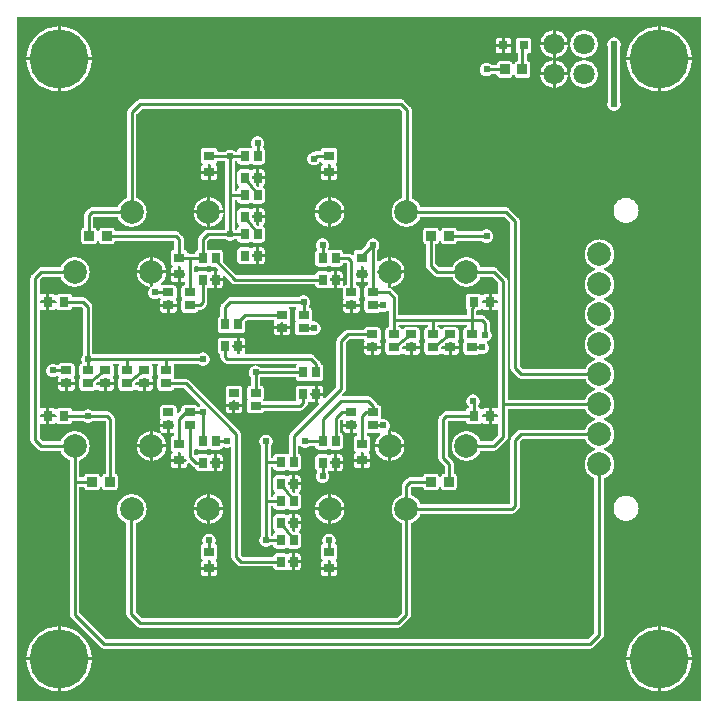
<source format=gtl>
G04 Layer: TopLayer*
G04 Panelize: , Column: 2, Row: 2, Board Size: 58.42mm x 58.42mm, Panelized Board Size: 118.84mm x 118.84mm*
G04 EasyEDA v6.5.32, 2023-07-25 17:12:40*
G04 90a50ce0e3964c3490e883de99d9e253,5a6b42c53f6a479593ecc07194224c93,10*
G04 Gerber Generator version 0.2*
G04 Scale: 100 percent, Rotated: No, Reflected: No *
G04 Dimensions in millimeters *
G04 leading zeros omitted , absolute positions ,4 integer and 5 decimal *
%FSLAX45Y45*%
%MOMM*%

%AMMACRO1*21,1,$1,$2,0,0,$3*%
%ADD10C,0.2540*%
%ADD11C,0.5000*%
%ADD12MACRO1,0.864X0.8065X90.0000*%
%ADD13R,0.8000X0.8000*%
%ADD14R,0.9000X0.7000*%
%ADD15R,0.7000X0.9000*%
%ADD16R,0.8000X0.9000*%
%ADD17R,0.9000X0.8000*%
%ADD18C,2.0000*%
%ADD19C,5.0000*%
%ADD20C,1.8000*%
%ADD21C,0.6096*%
%ADD22C,0.0127*%

%LPD*%
G36*
X5805932Y25908D02*
G01*
X36068Y26416D01*
X32156Y27178D01*
X28905Y29362D01*
X26670Y32664D01*
X25908Y36576D01*
X25908Y5805932D01*
X26670Y5809843D01*
X28905Y5813094D01*
X32156Y5815330D01*
X36068Y5816092D01*
X5805932Y5816092D01*
X5809843Y5815330D01*
X5813094Y5813094D01*
X5815330Y5809843D01*
X5816092Y5805932D01*
X5816092Y36068D01*
X5815330Y32207D01*
X5813094Y28905D01*
X5809843Y26670D01*
G37*

%LPC*%
G36*
X4456887Y5600700D02*
G01*
X4559300Y5600700D01*
X4559300Y5702960D01*
X4550308Y5701842D01*
X4536186Y5698236D01*
X4522673Y5692851D01*
X4509922Y5685840D01*
X4498136Y5677306D01*
X4487519Y5667349D01*
X4478223Y5656122D01*
X4470450Y5643829D01*
X4464253Y5630672D01*
X4459732Y5616803D01*
X4457039Y5602528D01*
G37*
G36*
X393700Y105562D02*
G01*
X398322Y105664D01*
X421284Y108051D01*
X443992Y112369D01*
X466242Y118618D01*
X487934Y126644D01*
X508812Y136499D01*
X528828Y148031D01*
X547827Y161239D01*
X565607Y175971D01*
X582117Y192125D01*
X597204Y209600D01*
X610819Y228295D01*
X622757Y248107D01*
X633018Y268782D01*
X641553Y290271D01*
X648208Y312369D01*
X653034Y334975D01*
X655929Y357936D01*
X656336Y368300D01*
X393700Y368300D01*
G37*
G36*
X5448300Y105613D02*
G01*
X5448300Y368300D01*
X5185410Y368300D01*
X5187289Y346405D01*
X5191150Y323646D01*
X5196890Y301244D01*
X5204460Y279450D01*
X5213858Y258317D01*
X5224983Y238099D01*
X5237784Y218846D01*
X5252161Y200710D01*
X5267960Y183896D01*
X5285130Y168402D01*
X5303520Y154432D01*
X5323027Y142087D01*
X5343499Y131368D01*
X5364835Y122428D01*
X5386781Y115265D01*
X5409285Y109982D01*
X5432145Y106629D01*
G37*
G36*
X368300Y105613D02*
G01*
X368300Y368300D01*
X105410Y368300D01*
X107289Y346405D01*
X111150Y323646D01*
X116890Y301244D01*
X124460Y279450D01*
X133858Y258317D01*
X144983Y238099D01*
X157784Y218846D01*
X172161Y200710D01*
X187960Y183896D01*
X205130Y168402D01*
X223520Y154432D01*
X243027Y142087D01*
X263499Y131368D01*
X284835Y122428D01*
X306781Y115265D01*
X329285Y109982D01*
X352145Y106629D01*
G37*
G36*
X393700Y393700D02*
G01*
X656336Y393700D01*
X655929Y404063D01*
X653034Y427024D01*
X648208Y449630D01*
X641553Y471728D01*
X633018Y493217D01*
X622757Y513892D01*
X610819Y533704D01*
X597204Y552348D01*
X582117Y569874D01*
X565607Y586028D01*
X547827Y600760D01*
X528828Y613968D01*
X508812Y625500D01*
X487934Y635355D01*
X466242Y643382D01*
X443992Y649630D01*
X421284Y653948D01*
X398322Y656336D01*
X393700Y656437D01*
G37*
G36*
X5473700Y393700D02*
G01*
X5736336Y393700D01*
X5735929Y404063D01*
X5733034Y427024D01*
X5728208Y449630D01*
X5721553Y471728D01*
X5713018Y493217D01*
X5702757Y513892D01*
X5690819Y533704D01*
X5677204Y552348D01*
X5662117Y569874D01*
X5645607Y586028D01*
X5627827Y600760D01*
X5608828Y613968D01*
X5588812Y625500D01*
X5567934Y635355D01*
X5546242Y643382D01*
X5523992Y649630D01*
X5501284Y653948D01*
X5478322Y656336D01*
X5473700Y656437D01*
G37*
G36*
X5185410Y393700D02*
G01*
X5448300Y393700D01*
X5448300Y656386D01*
X5432145Y655370D01*
X5409285Y652018D01*
X5386781Y646734D01*
X5364835Y639572D01*
X5343499Y630631D01*
X5323027Y619912D01*
X5303520Y607568D01*
X5285130Y593598D01*
X5267960Y578104D01*
X5252161Y561289D01*
X5237784Y543153D01*
X5224983Y523900D01*
X5213858Y503682D01*
X5204460Y482549D01*
X5196890Y460756D01*
X5191150Y438353D01*
X5187289Y415594D01*
G37*
G36*
X105410Y393700D02*
G01*
X368300Y393700D01*
X368300Y656386D01*
X352145Y655370D01*
X329285Y652018D01*
X306781Y646734D01*
X284835Y639572D01*
X263499Y630631D01*
X243027Y619912D01*
X223520Y607568D01*
X205130Y593598D01*
X187960Y578104D01*
X172161Y561289D01*
X157784Y543153D01*
X144983Y523900D01*
X133858Y503682D01*
X124460Y482549D01*
X116890Y460756D01*
X111150Y438353D01*
X107289Y415594D01*
G37*
G36*
X762508Y469392D02*
G01*
X4876292Y469392D01*
X4884318Y470204D01*
X4891532Y472389D01*
X4898186Y475945D01*
X4904435Y481076D01*
X4979924Y556564D01*
X4985054Y562762D01*
X4988610Y569468D01*
X4990795Y576681D01*
X4991608Y584708D01*
X4991608Y1900986D01*
X4992471Y1905203D01*
X4995011Y1908606D01*
X4998720Y1910689D01*
X5001209Y1911502D01*
X5015077Y1917750D01*
X5028082Y1925574D01*
X5040071Y1934972D01*
X5050840Y1945741D01*
X5060188Y1957679D01*
X5068062Y1970684D01*
X5074310Y1984552D01*
X5078831Y1999081D01*
X5081574Y2014016D01*
X5082489Y2029206D01*
X5081574Y2044395D01*
X5078831Y2059330D01*
X5074310Y2073859D01*
X5068062Y2087676D01*
X5060188Y2100732D01*
X5050840Y2112670D01*
X5040071Y2123440D01*
X5028082Y2132787D01*
X5015077Y2140661D01*
X5001158Y2146909D01*
X4998008Y2149144D01*
X4995926Y2152396D01*
X4995164Y2156206D01*
X4995926Y2160016D01*
X4998008Y2163216D01*
X5001158Y2165451D01*
X5015077Y2171750D01*
X5028082Y2179574D01*
X5040071Y2188972D01*
X5050840Y2199741D01*
X5060188Y2211679D01*
X5068062Y2224684D01*
X5074310Y2238552D01*
X5078831Y2253081D01*
X5081574Y2268016D01*
X5082489Y2283206D01*
X5081574Y2298395D01*
X5078831Y2313330D01*
X5074310Y2327859D01*
X5068062Y2341676D01*
X5060188Y2354732D01*
X5050840Y2366670D01*
X5040071Y2377440D01*
X5028082Y2386787D01*
X5015077Y2394661D01*
X5001158Y2400909D01*
X4998008Y2403144D01*
X4995926Y2406396D01*
X4995164Y2410206D01*
X4995926Y2414016D01*
X4998008Y2417216D01*
X5001158Y2419451D01*
X5015077Y2425750D01*
X5028082Y2433574D01*
X5040071Y2442972D01*
X5050840Y2453741D01*
X5060188Y2465679D01*
X5068062Y2478684D01*
X5074310Y2492552D01*
X5078831Y2507081D01*
X5081574Y2522016D01*
X5082489Y2537206D01*
X5081574Y2552395D01*
X5078831Y2567330D01*
X5074310Y2581859D01*
X5068062Y2595676D01*
X5060188Y2608732D01*
X5050840Y2620670D01*
X5040071Y2631440D01*
X5028082Y2640787D01*
X5015077Y2648661D01*
X5001158Y2654909D01*
X4998008Y2657144D01*
X4995926Y2660396D01*
X4995164Y2664206D01*
X4995926Y2668016D01*
X4998008Y2671216D01*
X5001158Y2673451D01*
X5015077Y2679750D01*
X5028082Y2687574D01*
X5040071Y2696972D01*
X5050840Y2707741D01*
X5060188Y2719679D01*
X5068062Y2732684D01*
X5074310Y2746552D01*
X5078831Y2761081D01*
X5081574Y2776016D01*
X5082489Y2791206D01*
X5081574Y2806395D01*
X5078831Y2821330D01*
X5074310Y2835859D01*
X5068062Y2849676D01*
X5060188Y2862732D01*
X5050840Y2874670D01*
X5040071Y2885440D01*
X5028082Y2894787D01*
X5015077Y2902661D01*
X5001158Y2908909D01*
X4998008Y2911144D01*
X4995926Y2914396D01*
X4995164Y2918206D01*
X4995926Y2922016D01*
X4998008Y2925216D01*
X5001158Y2927451D01*
X5015077Y2933750D01*
X5028082Y2941574D01*
X5040071Y2950972D01*
X5050840Y2961741D01*
X5060188Y2973679D01*
X5068062Y2986684D01*
X5074310Y3000552D01*
X5078831Y3015081D01*
X5081574Y3030016D01*
X5082489Y3045206D01*
X5081574Y3060395D01*
X5078831Y3075330D01*
X5074310Y3089859D01*
X5068062Y3103676D01*
X5060188Y3116732D01*
X5050840Y3128670D01*
X5040071Y3139440D01*
X5028082Y3148787D01*
X5015077Y3156661D01*
X5001158Y3162909D01*
X4998008Y3165144D01*
X4995926Y3168396D01*
X4995164Y3172206D01*
X4995926Y3176016D01*
X4998008Y3179216D01*
X5001158Y3181451D01*
X5015077Y3187750D01*
X5028082Y3195574D01*
X5040071Y3204972D01*
X5050840Y3215741D01*
X5060188Y3227679D01*
X5068062Y3240684D01*
X5074310Y3254552D01*
X5078831Y3269081D01*
X5081574Y3284016D01*
X5082489Y3299206D01*
X5081574Y3314395D01*
X5078831Y3329330D01*
X5074310Y3343859D01*
X5068062Y3357676D01*
X5060188Y3370732D01*
X5050840Y3382670D01*
X5040071Y3393440D01*
X5028082Y3402787D01*
X5015077Y3410661D01*
X5001158Y3416909D01*
X4998008Y3419144D01*
X4995926Y3422396D01*
X4995164Y3426206D01*
X4995926Y3430015D01*
X4998008Y3433216D01*
X5001158Y3435451D01*
X5015077Y3441750D01*
X5028082Y3449574D01*
X5040071Y3458972D01*
X5050840Y3469741D01*
X5060188Y3481679D01*
X5068062Y3494684D01*
X5074310Y3508552D01*
X5078831Y3523081D01*
X5081574Y3538016D01*
X5082489Y3553206D01*
X5081574Y3568395D01*
X5078831Y3583330D01*
X5074310Y3597859D01*
X5068062Y3611676D01*
X5060188Y3624732D01*
X5050840Y3636670D01*
X5040071Y3647440D01*
X5028082Y3656787D01*
X5015077Y3664661D01*
X5001158Y3670909D01*
X4998008Y3673144D01*
X4995926Y3676396D01*
X4995164Y3680206D01*
X4995926Y3684015D01*
X4998008Y3687216D01*
X5001158Y3689451D01*
X5015077Y3695750D01*
X5028082Y3703574D01*
X5040071Y3712972D01*
X5050840Y3723741D01*
X5060188Y3735679D01*
X5068062Y3748684D01*
X5074310Y3762552D01*
X5078831Y3777081D01*
X5081574Y3792016D01*
X5082489Y3807206D01*
X5081574Y3822395D01*
X5078831Y3837330D01*
X5074310Y3851859D01*
X5068062Y3865676D01*
X5060188Y3878732D01*
X5050840Y3890670D01*
X5040071Y3901440D01*
X5028082Y3910787D01*
X5015077Y3918661D01*
X5001209Y3924909D01*
X4986731Y3929430D01*
X4971745Y3932174D01*
X4956606Y3933088D01*
X4941417Y3932174D01*
X4926482Y3929430D01*
X4911953Y3924909D01*
X4898085Y3918661D01*
X4885080Y3910787D01*
X4873091Y3901440D01*
X4862372Y3890670D01*
X4852974Y3878732D01*
X4845100Y3865676D01*
X4838903Y3851859D01*
X4834382Y3837330D01*
X4831638Y3822395D01*
X4830724Y3807206D01*
X4831638Y3792016D01*
X4834382Y3777081D01*
X4838903Y3762552D01*
X4845100Y3748684D01*
X4852974Y3735679D01*
X4862372Y3723741D01*
X4873091Y3712972D01*
X4885080Y3703574D01*
X4898085Y3695750D01*
X4912004Y3689451D01*
X4915154Y3687216D01*
X4917287Y3684015D01*
X4917998Y3680206D01*
X4917287Y3676396D01*
X4915154Y3673144D01*
X4912004Y3670909D01*
X4898085Y3664661D01*
X4885080Y3656787D01*
X4873091Y3647440D01*
X4862372Y3636670D01*
X4852974Y3624732D01*
X4845100Y3611676D01*
X4838903Y3597859D01*
X4834382Y3583330D01*
X4831638Y3568395D01*
X4830724Y3553206D01*
X4831638Y3538016D01*
X4834382Y3523081D01*
X4838903Y3508552D01*
X4845100Y3494684D01*
X4852974Y3481679D01*
X4862372Y3469741D01*
X4873091Y3458972D01*
X4885080Y3449574D01*
X4898085Y3441750D01*
X4912004Y3435451D01*
X4915154Y3433216D01*
X4917287Y3430015D01*
X4917998Y3426206D01*
X4917287Y3422396D01*
X4915154Y3419144D01*
X4912004Y3416909D01*
X4898085Y3410661D01*
X4885080Y3402787D01*
X4873091Y3393440D01*
X4862372Y3382670D01*
X4852974Y3370732D01*
X4845100Y3357676D01*
X4838903Y3343859D01*
X4834382Y3329330D01*
X4831638Y3314395D01*
X4830724Y3299206D01*
X4831638Y3284016D01*
X4834382Y3269081D01*
X4838903Y3254552D01*
X4845100Y3240684D01*
X4852974Y3227679D01*
X4862372Y3215741D01*
X4873091Y3204972D01*
X4885080Y3195574D01*
X4898085Y3187750D01*
X4912004Y3181451D01*
X4915154Y3179216D01*
X4917287Y3176016D01*
X4917998Y3172206D01*
X4917287Y3168396D01*
X4915154Y3165144D01*
X4912004Y3162909D01*
X4898085Y3156661D01*
X4885080Y3148787D01*
X4873091Y3139440D01*
X4862372Y3128670D01*
X4852974Y3116732D01*
X4845100Y3103676D01*
X4838903Y3089859D01*
X4834382Y3075330D01*
X4831638Y3060395D01*
X4830724Y3045206D01*
X4831638Y3030016D01*
X4834382Y3015081D01*
X4838903Y3000552D01*
X4845100Y2986684D01*
X4852974Y2973679D01*
X4862372Y2961741D01*
X4873091Y2950972D01*
X4885080Y2941574D01*
X4898085Y2933750D01*
X4912004Y2927451D01*
X4915154Y2925216D01*
X4917287Y2922016D01*
X4917998Y2918206D01*
X4917287Y2914396D01*
X4915154Y2911144D01*
X4912004Y2908909D01*
X4898085Y2902661D01*
X4885080Y2894787D01*
X4873091Y2885440D01*
X4862372Y2874670D01*
X4852974Y2862732D01*
X4845100Y2849676D01*
X4840122Y2838602D01*
X4837887Y2835452D01*
X4834636Y2833319D01*
X4830876Y2832608D01*
X4312818Y2832608D01*
X4308906Y2833370D01*
X4305604Y2835605D01*
X4283405Y2857804D01*
X4281170Y2861106D01*
X4280408Y2865018D01*
X4280408Y4088892D01*
X4279595Y4096918D01*
X4277410Y4104132D01*
X4273854Y4110837D01*
X4268724Y4117035D01*
X4193235Y4192524D01*
X4187037Y4197654D01*
X4180332Y4201210D01*
X4173118Y4203395D01*
X4165092Y4204208D01*
X3449167Y4204208D01*
X3445357Y4204919D01*
X3442157Y4207052D01*
X3439922Y4210202D01*
X3433673Y4224070D01*
X3425799Y4237075D01*
X3416401Y4249064D01*
X3405682Y4259834D01*
X3393694Y4269181D01*
X3380689Y4277055D01*
X3372002Y4280966D01*
X3368852Y4283202D01*
X3366719Y4286453D01*
X3366008Y4290212D01*
X3366008Y5028692D01*
X3365195Y5036718D01*
X3363010Y5043932D01*
X3359454Y5050586D01*
X3354324Y5056835D01*
X3304235Y5106924D01*
X3298037Y5112054D01*
X3291332Y5115610D01*
X3284118Y5117795D01*
X3276092Y5118608D01*
X1067308Y5118608D01*
X1059281Y5117795D01*
X1052017Y5115610D01*
X1045362Y5112054D01*
X1039164Y5106924D01*
X968857Y5036667D01*
X963726Y5030419D01*
X960170Y5023764D01*
X957986Y5016500D01*
X957224Y5008524D01*
X957224Y4292600D01*
X956462Y4288790D01*
X954379Y4285538D01*
X951230Y4283303D01*
X937310Y4277055D01*
X924306Y4269181D01*
X912317Y4259834D01*
X901598Y4249064D01*
X892200Y4237075D01*
X884326Y4224070D01*
X878078Y4210202D01*
X875842Y4207052D01*
X872591Y4204919D01*
X868832Y4204208D01*
X660908Y4204208D01*
X652881Y4203395D01*
X645668Y4201210D01*
X638962Y4197654D01*
X632764Y4192524D01*
X604266Y4164025D01*
X599135Y4157827D01*
X595579Y4151122D01*
X593394Y4143908D01*
X592582Y4135882D01*
X592582Y4038955D01*
X591718Y4034891D01*
X589330Y4031538D01*
X585774Y4029405D01*
X584352Y4028897D01*
X579424Y4025798D01*
X575360Y4021683D01*
X572262Y4016806D01*
X570331Y4011320D01*
X569620Y4005021D01*
X569620Y3919778D01*
X570331Y3913428D01*
X572262Y3907993D01*
X575360Y3903065D01*
X579424Y3899001D01*
X584352Y3895902D01*
X589788Y3893972D01*
X596138Y3893261D01*
X675640Y3893261D01*
X681939Y3893972D01*
X687425Y3895902D01*
X692302Y3899001D01*
X696417Y3903065D01*
X699465Y3907993D01*
X701598Y3914038D01*
X703732Y3917594D01*
X707136Y3920032D01*
X711200Y3920845D01*
X715264Y3920032D01*
X718616Y3917594D01*
X720801Y3914038D01*
X722884Y3907993D01*
X725982Y3903065D01*
X730097Y3899001D01*
X734974Y3895902D01*
X740460Y3893972D01*
X746760Y3893261D01*
X826262Y3893261D01*
X832612Y3893972D01*
X838047Y3895902D01*
X842975Y3899001D01*
X847039Y3903065D01*
X850137Y3907993D01*
X852017Y3913428D01*
X853236Y3918305D01*
X855522Y3921201D01*
X858672Y3923131D01*
X862279Y3923792D01*
X1348232Y3923792D01*
X1352143Y3923029D01*
X1355394Y3920794D01*
X1357630Y3917543D01*
X1358392Y3913632D01*
X1358392Y3854043D01*
X1357731Y3850386D01*
X1355801Y3847236D01*
X1352905Y3845001D01*
X1349349Y3843934D01*
X1346250Y3843578D01*
X1340764Y3841648D01*
X1335887Y3838600D01*
X1331772Y3834485D01*
X1328724Y3829608D01*
X1326794Y3824122D01*
X1326083Y3817823D01*
X1326083Y3738930D01*
X1326794Y3732631D01*
X1328724Y3727196D01*
X1331772Y3722268D01*
X1335887Y3718204D01*
X1337767Y3716985D01*
X1340713Y3714191D01*
X1342288Y3710432D01*
X1342288Y3706368D01*
X1340713Y3702608D01*
X1337767Y3699814D01*
X1335887Y3698595D01*
X1331772Y3694531D01*
X1328724Y3689604D01*
X1326794Y3684168D01*
X1326083Y3677818D01*
X1326083Y3651097D01*
X1384300Y3651097D01*
X1384300Y3702304D01*
X1385062Y3706215D01*
X1387297Y3709517D01*
X1390548Y3711701D01*
X1394460Y3712464D01*
X1399540Y3712464D01*
X1403400Y3711701D01*
X1406702Y3709517D01*
X1408938Y3706215D01*
X1409700Y3702304D01*
X1409700Y3651097D01*
X1439722Y3651097D01*
X1443634Y3650335D01*
X1446885Y3648151D01*
X1449120Y3644849D01*
X1449882Y3640937D01*
X1449882Y3635857D01*
X1449120Y3631996D01*
X1446885Y3628694D01*
X1443634Y3626459D01*
X1439722Y3625697D01*
X1409700Y3625697D01*
X1409700Y3572510D01*
X1439722Y3572510D01*
X1443634Y3571748D01*
X1446885Y3569512D01*
X1449120Y3566210D01*
X1449882Y3562350D01*
X1449882Y3554628D01*
X1449222Y3551021D01*
X1447292Y3547872D01*
X1444396Y3545636D01*
X1440840Y3544570D01*
X1437741Y3544214D01*
X1432306Y3542284D01*
X1427378Y3539185D01*
X1423314Y3535121D01*
X1420215Y3530193D01*
X1418285Y3524758D01*
X1417574Y3518408D01*
X1417574Y3449574D01*
X1418285Y3443224D01*
X1420215Y3437788D01*
X1422349Y3434384D01*
X1423720Y3430879D01*
X1423720Y3427120D01*
X1422349Y3423615D01*
X1420215Y3420211D01*
X1418285Y3414725D01*
X1417574Y3408426D01*
X1417574Y3339592D01*
X1418285Y3333242D01*
X1420215Y3327806D01*
X1423314Y3322878D01*
X1427378Y3318814D01*
X1432306Y3315715D01*
X1437741Y3313785D01*
X1444091Y3313074D01*
X1532940Y3313074D01*
X1539240Y3313785D01*
X1544726Y3315715D01*
X1549603Y3318814D01*
X1553718Y3322878D01*
X1559204Y3332124D01*
X1562557Y3334512D01*
X1566621Y3335375D01*
X1570075Y3335375D01*
X1578102Y3336188D01*
X1585366Y3338372D01*
X1592021Y3341928D01*
X1598218Y3347059D01*
X1622907Y3371697D01*
X1628038Y3377946D01*
X1631594Y3384600D01*
X1633778Y3391865D01*
X1634591Y3399891D01*
X1634591Y3513328D01*
X1635455Y3517392D01*
X1637842Y3520795D01*
X1645564Y3525316D01*
X1649120Y3526688D01*
X1652879Y3526688D01*
X1656384Y3525316D01*
X1659788Y3523183D01*
X1665224Y3521303D01*
X1671574Y3520592D01*
X1693316Y3520592D01*
X1693316Y3578809D01*
X1667052Y3578809D01*
X1663192Y3579571D01*
X1659889Y3581755D01*
X1657654Y3585057D01*
X1656892Y3588969D01*
X1656892Y3594049D01*
X1657654Y3597910D01*
X1659889Y3601212D01*
X1663192Y3603396D01*
X1667052Y3604209D01*
X1693316Y3604209D01*
X1693316Y3662375D01*
X1671574Y3662375D01*
X1665224Y3661664D01*
X1659788Y3659784D01*
X1656384Y3657650D01*
X1652879Y3656279D01*
X1649120Y3656279D01*
X1645564Y3657650D01*
X1642211Y3659784D01*
X1636725Y3661664D01*
X1630426Y3662375D01*
X1561541Y3662375D01*
X1555242Y3661664D01*
X1549755Y3659784D01*
X1541170Y3654044D01*
X1537258Y3653282D01*
X1533347Y3654044D01*
X1530096Y3656279D01*
X1527860Y3659581D01*
X1527098Y3663442D01*
X1527098Y3702558D01*
X1527860Y3706418D01*
X1530096Y3709720D01*
X1533347Y3711905D01*
X1537258Y3712718D01*
X1541170Y3711905D01*
X1544878Y3709263D01*
X1549755Y3706215D01*
X1555242Y3704285D01*
X1561541Y3703574D01*
X1630426Y3703574D01*
X1636725Y3704285D01*
X1642211Y3706215D01*
X1645564Y3708349D01*
X1649120Y3709720D01*
X1652879Y3709720D01*
X1656384Y3708349D01*
X1659788Y3706215D01*
X1665224Y3704285D01*
X1671574Y3703574D01*
X1698599Y3703574D01*
X1702511Y3702812D01*
X1705762Y3700627D01*
X1726641Y3679748D01*
X1728825Y3676446D01*
X1729638Y3672535D01*
X1728825Y3668674D01*
X1726641Y3665372D01*
X1723339Y3663187D01*
X1718716Y3662375D01*
X1718716Y3604209D01*
X1766874Y3604209D01*
X1766874Y3614978D01*
X1767687Y3618839D01*
X1769872Y3622141D01*
X1773174Y3624326D01*
X1777034Y3625138D01*
X1780946Y3624326D01*
X1784248Y3622141D01*
X1841855Y3564534D01*
X1848104Y3559403D01*
X1854758Y3555847D01*
X1861972Y3553663D01*
X1869998Y3552850D01*
X2541371Y3552850D01*
X2544978Y3552190D01*
X2548128Y3550310D01*
X2550363Y3547364D01*
X2551430Y3543858D01*
X2551785Y3540760D01*
X2553716Y3535273D01*
X2556764Y3530396D01*
X2560878Y3526282D01*
X2565755Y3523183D01*
X2571242Y3521303D01*
X2577541Y3520592D01*
X2646426Y3520592D01*
X2652725Y3521303D01*
X2658211Y3523183D01*
X2661564Y3525316D01*
X2665120Y3526688D01*
X2668879Y3526688D01*
X2672384Y3525316D01*
X2675788Y3523183D01*
X2681224Y3521303D01*
X2687574Y3520592D01*
X2709265Y3520592D01*
X2709265Y3578809D01*
X2683052Y3578809D01*
X2679192Y3579571D01*
X2675890Y3581755D01*
X2673654Y3585057D01*
X2672892Y3588969D01*
X2672892Y3594049D01*
X2673654Y3597910D01*
X2675890Y3601212D01*
X2679192Y3603396D01*
X2683052Y3604209D01*
X2709265Y3604209D01*
X2709265Y3662375D01*
X2687574Y3662375D01*
X2681224Y3661664D01*
X2675788Y3659784D01*
X2672384Y3657650D01*
X2668879Y3656279D01*
X2665120Y3656279D01*
X2661564Y3657650D01*
X2658211Y3659784D01*
X2652725Y3661664D01*
X2646426Y3662375D01*
X2577541Y3662375D01*
X2571242Y3661664D01*
X2565755Y3659784D01*
X2560878Y3656685D01*
X2556764Y3652621D01*
X2553716Y3647694D01*
X2551785Y3642258D01*
X2551430Y3639108D01*
X2550363Y3635603D01*
X2548128Y3632657D01*
X2544978Y3630777D01*
X2541320Y3630066D01*
X1889709Y3630066D01*
X1885797Y3630879D01*
X1882546Y3633063D01*
X1769872Y3745737D01*
X1767687Y3748989D01*
X1766874Y3752900D01*
X1766874Y3818940D01*
X1766163Y3825240D01*
X1764284Y3830726D01*
X1761185Y3835603D01*
X1757121Y3839718D01*
X1752193Y3842765D01*
X1746757Y3844696D01*
X1740407Y3845407D01*
X1671574Y3845407D01*
X1665224Y3844696D01*
X1659788Y3842765D01*
X1656384Y3840632D01*
X1652879Y3839260D01*
X1649120Y3839260D01*
X1645564Y3840632D01*
X1637842Y3845204D01*
X1635455Y3848608D01*
X1634591Y3852672D01*
X1634591Y3912565D01*
X1635353Y3916476D01*
X1637588Y3919778D01*
X1653895Y3936085D01*
X1657197Y3938320D01*
X1661109Y3939082D01*
X1782825Y3939082D01*
X1786686Y3938320D01*
X1789988Y3936085D01*
X1791563Y3934510D01*
X1799640Y3928872D01*
X1808530Y3924757D01*
X1818030Y3922217D01*
X1827834Y3921353D01*
X1837588Y3922217D01*
X1847088Y3924757D01*
X1855978Y3928872D01*
X1864055Y3934510D01*
X1865630Y3936085D01*
X1868932Y3938320D01*
X1872792Y3939082D01*
X1880920Y3939082D01*
X1884578Y3938422D01*
X1887728Y3936492D01*
X1889963Y3933596D01*
X1891030Y3930040D01*
X1891385Y3926941D01*
X1893316Y3921455D01*
X1896364Y3916578D01*
X1900478Y3912463D01*
X1905355Y3909415D01*
X1910842Y3907485D01*
X1917141Y3906774D01*
X1986025Y3906774D01*
X1992325Y3907485D01*
X1997811Y3909415D01*
X2001164Y3911549D01*
X2004720Y3912920D01*
X2008479Y3912920D01*
X2011984Y3911549D01*
X2015388Y3909415D01*
X2020824Y3907485D01*
X2027174Y3906774D01*
X2096007Y3906774D01*
X2102358Y3907485D01*
X2107793Y3909415D01*
X2112721Y3912463D01*
X2116785Y3916578D01*
X2119884Y3921455D01*
X2121763Y3926941D01*
X2122474Y3933240D01*
X2122474Y4022140D01*
X2121763Y4028440D01*
X2119884Y4033926D01*
X2116785Y4038803D01*
X2111908Y4043730D01*
X2109673Y4046982D01*
X2108911Y4051706D01*
X2109673Y4055567D01*
X2111908Y4058869D01*
X2116785Y4063796D01*
X2119884Y4068673D01*
X2121763Y4074160D01*
X2122474Y4080459D01*
X2122474Y4112209D01*
X2074265Y4112209D01*
X2074265Y4058767D01*
X2073503Y4054856D01*
X2071319Y4051554D01*
X2068017Y4049369D01*
X2064105Y4048607D01*
X2058822Y4049064D01*
X2056028Y4050487D01*
X2053793Y4052671D01*
X2050897Y4056532D01*
X2049424Y4059377D01*
X2048865Y4062628D01*
X2048865Y4112209D01*
X2022652Y4112209D01*
X2018792Y4112971D01*
X2015489Y4115155D01*
X2013254Y4118457D01*
X2012492Y4122369D01*
X2012492Y4127449D01*
X2013254Y4131310D01*
X2015489Y4134612D01*
X2018792Y4136796D01*
X2022652Y4137609D01*
X2048865Y4137609D01*
X2048865Y4195775D01*
X2027174Y4195775D01*
X2020824Y4195064D01*
X2015388Y4193184D01*
X2011984Y4191050D01*
X2008479Y4189679D01*
X2004720Y4189679D01*
X2001164Y4191050D01*
X1997811Y4193184D01*
X1992325Y4195064D01*
X1986025Y4195775D01*
X1917141Y4195775D01*
X1910842Y4195064D01*
X1905355Y4193184D01*
X1900478Y4190085D01*
X1896364Y4186021D01*
X1893316Y4181094D01*
X1891385Y4175658D01*
X1890674Y4169308D01*
X1890674Y4080459D01*
X1891385Y4074160D01*
X1893316Y4068673D01*
X1896364Y4063796D01*
X1901291Y4058869D01*
X1903475Y4055567D01*
X1904238Y4050893D01*
X1903475Y4046982D01*
X1901291Y4043730D01*
X1896364Y4038803D01*
X1893316Y4033926D01*
X1891385Y4028440D01*
X1891030Y4025341D01*
X1889963Y4021785D01*
X1887728Y4018889D01*
X1884578Y4016959D01*
X1880920Y4016298D01*
X1877568Y4016298D01*
X1873656Y4017060D01*
X1870405Y4019296D01*
X1868170Y4022547D01*
X1867407Y4026458D01*
X1867407Y4259122D01*
X1868170Y4263034D01*
X1870405Y4266285D01*
X1873656Y4268520D01*
X1877568Y4269282D01*
X1880920Y4269282D01*
X1884578Y4268622D01*
X1887728Y4266692D01*
X1889963Y4263796D01*
X1891030Y4260240D01*
X1891385Y4257141D01*
X1893316Y4251655D01*
X1896364Y4246778D01*
X1900478Y4242663D01*
X1905355Y4239615D01*
X1910842Y4237685D01*
X1917141Y4236974D01*
X1986025Y4236974D01*
X1992325Y4237685D01*
X1997811Y4239615D01*
X2001164Y4241749D01*
X2004720Y4243120D01*
X2008479Y4243120D01*
X2011984Y4241749D01*
X2015388Y4239615D01*
X2020824Y4237685D01*
X2027174Y4236974D01*
X2096007Y4236974D01*
X2102358Y4237685D01*
X2107793Y4239615D01*
X2112721Y4242663D01*
X2116785Y4246778D01*
X2119884Y4251655D01*
X2121763Y4257141D01*
X2122474Y4263440D01*
X2122474Y4352340D01*
X2121763Y4358640D01*
X2119884Y4364126D01*
X2116785Y4369003D01*
X2111908Y4373930D01*
X2109673Y4377182D01*
X2108911Y4381906D01*
X2109673Y4385767D01*
X2111908Y4389069D01*
X2116785Y4393996D01*
X2119884Y4398873D01*
X2121763Y4404360D01*
X2122474Y4410659D01*
X2122474Y4442409D01*
X2074265Y4442409D01*
X2074265Y4388967D01*
X2073503Y4385056D01*
X2071319Y4381754D01*
X2068017Y4379569D01*
X2064105Y4378807D01*
X2058822Y4379264D01*
X2056028Y4380687D01*
X2053793Y4382871D01*
X2050897Y4386732D01*
X2049424Y4389577D01*
X2048865Y4392828D01*
X2048865Y4442409D01*
X2022652Y4442409D01*
X2018792Y4443171D01*
X2015489Y4445355D01*
X2013254Y4448657D01*
X2012492Y4452569D01*
X2012492Y4457649D01*
X2013254Y4461510D01*
X2015489Y4464812D01*
X2018792Y4466996D01*
X2022652Y4467809D01*
X2048865Y4467809D01*
X2048865Y4525975D01*
X2027174Y4525975D01*
X2020824Y4525264D01*
X2015388Y4523384D01*
X2011984Y4521250D01*
X2008479Y4519879D01*
X2004720Y4519879D01*
X2001164Y4521250D01*
X1997811Y4523384D01*
X1992325Y4525264D01*
X1986025Y4525975D01*
X1917141Y4525975D01*
X1910842Y4525264D01*
X1905355Y4523384D01*
X1900478Y4520285D01*
X1896364Y4516221D01*
X1893316Y4511294D01*
X1891385Y4505858D01*
X1890674Y4499508D01*
X1890674Y4410659D01*
X1891385Y4404360D01*
X1893316Y4398873D01*
X1896364Y4393996D01*
X1901291Y4389069D01*
X1903475Y4385767D01*
X1904238Y4381093D01*
X1903475Y4377182D01*
X1901291Y4373930D01*
X1896364Y4369003D01*
X1893316Y4364126D01*
X1891385Y4358640D01*
X1891030Y4355541D01*
X1889963Y4351985D01*
X1887728Y4349089D01*
X1884578Y4347159D01*
X1880920Y4346498D01*
X1877568Y4346498D01*
X1873656Y4347260D01*
X1870405Y4349496D01*
X1868170Y4352747D01*
X1867407Y4356658D01*
X1867407Y4589272D01*
X1868170Y4593183D01*
X1870405Y4596434D01*
X1873656Y4598670D01*
X1877568Y4599432D01*
X1880971Y4599432D01*
X1884578Y4598771D01*
X1887728Y4596841D01*
X1889963Y4593945D01*
X1891030Y4590389D01*
X1891385Y4587341D01*
X1893316Y4581855D01*
X1896364Y4576978D01*
X1900478Y4572863D01*
X1905355Y4569815D01*
X1910842Y4567885D01*
X1917141Y4567174D01*
X1986025Y4567174D01*
X1992325Y4567885D01*
X1997811Y4569815D01*
X2001164Y4571949D01*
X2004720Y4573320D01*
X2008479Y4573320D01*
X2011984Y4571949D01*
X2015388Y4569815D01*
X2020824Y4567885D01*
X2027174Y4567174D01*
X2096007Y4567174D01*
X2102358Y4567885D01*
X2107793Y4569815D01*
X2112721Y4572863D01*
X2116785Y4576978D01*
X2119884Y4581855D01*
X2121763Y4587341D01*
X2122474Y4593640D01*
X2122474Y4682540D01*
X2121763Y4688840D01*
X2119884Y4694326D01*
X2116785Y4699203D01*
X2112721Y4703318D01*
X2111248Y4704232D01*
X2108250Y4707026D01*
X2106676Y4710785D01*
X2106676Y4714900D01*
X2108301Y4718659D01*
X2110384Y4721606D01*
X2114550Y4730546D01*
X2117090Y4739995D01*
X2117953Y4749800D01*
X2117090Y4759604D01*
X2114550Y4769053D01*
X2110384Y4777994D01*
X2104745Y4786020D01*
X2097836Y4792980D01*
X2089759Y4798618D01*
X2080869Y4802733D01*
X2071370Y4805273D01*
X2061616Y4806137D01*
X2051812Y4805273D01*
X2042312Y4802733D01*
X2033422Y4798618D01*
X2025345Y4792980D01*
X2018436Y4786020D01*
X2012797Y4777994D01*
X2008632Y4769053D01*
X2006092Y4759604D01*
X2005228Y4749800D01*
X2006092Y4739995D01*
X2008632Y4730546D01*
X2012797Y4721606D01*
X2014829Y4718761D01*
X2016404Y4715103D01*
X2016506Y4711192D01*
X2015083Y4707483D01*
X2012340Y4704588D01*
X2008733Y4703013D01*
X2004771Y4702911D01*
X2001062Y4704334D01*
X1997811Y4706366D01*
X1992325Y4708296D01*
X1986025Y4709007D01*
X1917141Y4709007D01*
X1910842Y4708296D01*
X1905355Y4706366D01*
X1900478Y4703318D01*
X1896364Y4699203D01*
X1893316Y4694326D01*
X1891385Y4688840D01*
X1891030Y4685690D01*
X1889963Y4682134D01*
X1887728Y4679238D01*
X1884578Y4677308D01*
X1880920Y4676648D01*
X1873808Y4676648D01*
X1869897Y4677410D01*
X1866595Y4679645D01*
X1865020Y4681220D01*
X1856993Y4686858D01*
X1848053Y4690973D01*
X1838604Y4693513D01*
X1828800Y4694377D01*
X1818995Y4693513D01*
X1809546Y4690973D01*
X1800606Y4686858D01*
X1792579Y4681220D01*
X1791004Y4679645D01*
X1787702Y4677410D01*
X1783791Y4676648D01*
X1731518Y4676648D01*
X1727911Y4677308D01*
X1724761Y4679238D01*
X1722475Y4682134D01*
X1721408Y4685690D01*
X1721205Y4687722D01*
X1719275Y4693208D01*
X1716227Y4698085D01*
X1712112Y4702200D01*
X1707235Y4705248D01*
X1701749Y4707178D01*
X1695450Y4707890D01*
X1606550Y4707890D01*
X1600250Y4707178D01*
X1594764Y4705248D01*
X1589887Y4702200D01*
X1585772Y4698085D01*
X1582724Y4693208D01*
X1580794Y4687722D01*
X1580083Y4681423D01*
X1580083Y4602530D01*
X1580794Y4596231D01*
X1582724Y4590745D01*
X1585772Y4585868D01*
X1589887Y4581753D01*
X1591767Y4580585D01*
X1594713Y4577791D01*
X1596288Y4574032D01*
X1596288Y4569968D01*
X1594713Y4566208D01*
X1591767Y4563414D01*
X1589887Y4562195D01*
X1585772Y4558131D01*
X1582724Y4553204D01*
X1580794Y4547768D01*
X1580083Y4541418D01*
X1580083Y4514697D01*
X1638300Y4514697D01*
X1638300Y4565904D01*
X1639062Y4569815D01*
X1641297Y4573117D01*
X1644548Y4575302D01*
X1648460Y4576064D01*
X1653539Y4576064D01*
X1657400Y4575302D01*
X1660702Y4573117D01*
X1662938Y4569815D01*
X1663700Y4565904D01*
X1663700Y4514697D01*
X1721916Y4514697D01*
X1721916Y4541418D01*
X1721205Y4547768D01*
X1719275Y4553204D01*
X1716227Y4558131D01*
X1712112Y4562195D01*
X1710232Y4563414D01*
X1707286Y4566208D01*
X1705660Y4569968D01*
X1705660Y4574032D01*
X1707286Y4577791D01*
X1710232Y4580585D01*
X1712112Y4581753D01*
X1716227Y4585868D01*
X1719275Y4590745D01*
X1719935Y4592624D01*
X1722069Y4596180D01*
X1725472Y4598568D01*
X1729536Y4599432D01*
X1780032Y4599432D01*
X1783943Y4598670D01*
X1787194Y4596434D01*
X1789430Y4593183D01*
X1790192Y4589272D01*
X1790192Y4186529D01*
X1789277Y4182364D01*
X1786788Y4178960D01*
X1784045Y4177436D01*
X1787194Y4175302D01*
X1789430Y4172000D01*
X1790192Y4168140D01*
X1790192Y4163060D01*
X1789430Y4159148D01*
X1787194Y4155846D01*
X1784045Y4153763D01*
X1786788Y4152239D01*
X1789277Y4148785D01*
X1790192Y4144619D01*
X1790192Y4026458D01*
X1789430Y4022547D01*
X1787194Y4019296D01*
X1783943Y4017060D01*
X1780032Y4016298D01*
X1641398Y4016298D01*
X1633372Y4015486D01*
X1626158Y4013301D01*
X1619453Y4009745D01*
X1613255Y4004614D01*
X1569059Y3960418D01*
X1563928Y3954221D01*
X1560372Y3947515D01*
X1558188Y3940301D01*
X1557375Y3932275D01*
X1557375Y3852621D01*
X1556512Y3848557D01*
X1554124Y3845204D01*
X1549755Y3842765D01*
X1544878Y3839718D01*
X1540764Y3835603D01*
X1537716Y3830726D01*
X1535785Y3825240D01*
X1535430Y3822141D01*
X1534363Y3818585D01*
X1532128Y3815689D01*
X1528978Y3813759D01*
X1525371Y3813098D01*
X1488490Y3813098D01*
X1485544Y3813556D01*
X1472488Y3817365D01*
X1469491Y3819753D01*
X1467561Y3823055D01*
X1465275Y3829608D01*
X1462227Y3834485D01*
X1458112Y3838600D01*
X1453235Y3841648D01*
X1447749Y3843578D01*
X1444650Y3843934D01*
X1441094Y3845001D01*
X1438198Y3847236D01*
X1436268Y3850386D01*
X1435608Y3854043D01*
X1435608Y3936492D01*
X1434795Y3944518D01*
X1432610Y3951732D01*
X1429054Y3958437D01*
X1423924Y3964635D01*
X1399235Y3989324D01*
X1393037Y3994454D01*
X1386332Y3998010D01*
X1379118Y4000195D01*
X1371092Y4001008D01*
X862279Y4001008D01*
X858672Y4001668D01*
X855522Y4003598D01*
X853236Y4006494D01*
X852017Y4011320D01*
X850137Y4016806D01*
X847039Y4021683D01*
X842975Y4025798D01*
X838047Y4028897D01*
X832612Y4030776D01*
X826262Y4031487D01*
X746760Y4031487D01*
X740460Y4030776D01*
X734974Y4028897D01*
X730097Y4025798D01*
X725982Y4021683D01*
X722884Y4016806D01*
X720801Y4010710D01*
X718616Y4007154D01*
X715264Y4004767D01*
X711200Y4003903D01*
X707136Y4004767D01*
X703732Y4007154D01*
X701598Y4010710D01*
X699465Y4016806D01*
X696417Y4021683D01*
X692302Y4025798D01*
X687425Y4028897D01*
X681939Y4030776D01*
X678840Y4031132D01*
X675284Y4032199D01*
X672388Y4034485D01*
X670458Y4037634D01*
X669798Y4041241D01*
X669798Y4116171D01*
X670560Y4120083D01*
X673404Y4123994D01*
X676706Y4126229D01*
X680618Y4126992D01*
X868832Y4126992D01*
X872591Y4126280D01*
X875842Y4124147D01*
X878078Y4120997D01*
X884326Y4107078D01*
X892200Y4094073D01*
X901598Y4082084D01*
X912317Y4071365D01*
X924306Y4061968D01*
X937310Y4054094D01*
X951179Y4047896D01*
X965657Y4043375D01*
X980643Y4040632D01*
X995832Y4039717D01*
X1010970Y4040632D01*
X1025956Y4043375D01*
X1040434Y4047896D01*
X1054303Y4054094D01*
X1067308Y4061968D01*
X1079296Y4071365D01*
X1090015Y4082084D01*
X1099413Y4094073D01*
X1107287Y4107078D01*
X1113536Y4120946D01*
X1118057Y4135475D01*
X1120800Y4150410D01*
X1121714Y4165600D01*
X1120800Y4180738D01*
X1118057Y4195724D01*
X1113536Y4210202D01*
X1107287Y4224070D01*
X1099413Y4237075D01*
X1090015Y4249064D01*
X1079296Y4259834D01*
X1067308Y4269181D01*
X1054303Y4277055D01*
X1040384Y4283303D01*
X1037234Y4285538D01*
X1035151Y4288790D01*
X1034440Y4292600D01*
X1034440Y4988814D01*
X1035202Y4992674D01*
X1037386Y4995976D01*
X1079804Y5038394D01*
X1083106Y5040630D01*
X1087018Y5041392D01*
X3256381Y5041392D01*
X3260293Y5040630D01*
X3263595Y5038394D01*
X3285794Y5016195D01*
X3288029Y5012893D01*
X3288792Y5008981D01*
X3288792Y4294276D01*
X3287877Y4290110D01*
X3285337Y4286656D01*
X3281629Y4284573D01*
X3277565Y4283303D01*
X3263696Y4277055D01*
X3250692Y4269181D01*
X3238703Y4259834D01*
X3227984Y4249064D01*
X3218586Y4237075D01*
X3210712Y4224070D01*
X3204464Y4210202D01*
X3199942Y4195724D01*
X3197199Y4180738D01*
X3196285Y4165600D01*
X3197199Y4150410D01*
X3199942Y4135475D01*
X3204464Y4120946D01*
X3210712Y4107078D01*
X3218586Y4094073D01*
X3227984Y4082084D01*
X3238703Y4071365D01*
X3250692Y4061968D01*
X3263696Y4054094D01*
X3277565Y4047896D01*
X3292043Y4043375D01*
X3307029Y4040632D01*
X3322167Y4039717D01*
X3337356Y4040632D01*
X3352342Y4043375D01*
X3366820Y4047896D01*
X3380689Y4054094D01*
X3393694Y4061968D01*
X3405682Y4071365D01*
X3416401Y4082084D01*
X3425799Y4094073D01*
X3433673Y4107078D01*
X3439922Y4120997D01*
X3442157Y4124147D01*
X3445408Y4126280D01*
X3449167Y4126992D01*
X4145381Y4126992D01*
X4149293Y4126229D01*
X4152595Y4123994D01*
X4200194Y4076395D01*
X4202430Y4073093D01*
X4203192Y4069181D01*
X4203192Y2845308D01*
X4204004Y2837281D01*
X4206189Y2830068D01*
X4209745Y2823362D01*
X4214876Y2817164D01*
X4264964Y2767076D01*
X4271162Y2761945D01*
X4277868Y2758389D01*
X4285081Y2756204D01*
X4293108Y2755392D01*
X4828641Y2755392D01*
X4832807Y2754477D01*
X4836261Y2751988D01*
X4838344Y2748229D01*
X4838903Y2746552D01*
X4845100Y2732684D01*
X4852974Y2719679D01*
X4862372Y2707741D01*
X4873091Y2696972D01*
X4885080Y2687574D01*
X4898085Y2679750D01*
X4912004Y2673451D01*
X4915154Y2671216D01*
X4917287Y2668016D01*
X4917998Y2664206D01*
X4917287Y2660396D01*
X4915154Y2657144D01*
X4912004Y2654909D01*
X4898085Y2648661D01*
X4885080Y2640787D01*
X4873091Y2631440D01*
X4862372Y2620670D01*
X4852974Y2608732D01*
X4845100Y2595676D01*
X4838852Y2581808D01*
X4836617Y2578658D01*
X4833416Y2576525D01*
X4829606Y2575814D01*
X4188968Y2575814D01*
X4185056Y2576576D01*
X4181805Y2578811D01*
X4179570Y2582062D01*
X4178808Y2585974D01*
X4178808Y3580892D01*
X4177995Y3588918D01*
X4175810Y3596132D01*
X4172254Y3602837D01*
X4167124Y3609035D01*
X4091635Y3684524D01*
X4085437Y3689654D01*
X4078732Y3693210D01*
X4071518Y3695395D01*
X4063492Y3696208D01*
X3957167Y3696208D01*
X3953357Y3696919D01*
X3950157Y3699052D01*
X3947922Y3702202D01*
X3941673Y3716070D01*
X3933799Y3729075D01*
X3924401Y3741064D01*
X3913682Y3751834D01*
X3901694Y3761181D01*
X3888689Y3769055D01*
X3874820Y3775303D01*
X3860292Y3779824D01*
X3845356Y3782568D01*
X3830167Y3783482D01*
X3815029Y3782568D01*
X3800043Y3779824D01*
X3785565Y3775303D01*
X3771696Y3769055D01*
X3758692Y3761181D01*
X3746703Y3751834D01*
X3735933Y3741064D01*
X3726586Y3729075D01*
X3718712Y3716070D01*
X3712464Y3702202D01*
X3710228Y3699052D01*
X3706977Y3696919D01*
X3703218Y3696208D01*
X3601567Y3696208D01*
X3597706Y3696970D01*
X3594404Y3699154D01*
X3568344Y3725214D01*
X3566160Y3728516D01*
X3565398Y3732428D01*
X3565398Y3883558D01*
X3566058Y3887165D01*
X3567988Y3890314D01*
X3570884Y3892550D01*
X3574389Y3893667D01*
X3577539Y3893972D01*
X3583025Y3895902D01*
X3587902Y3899001D01*
X3592017Y3903065D01*
X3595065Y3907993D01*
X3597198Y3914038D01*
X3599332Y3917594D01*
X3602736Y3920032D01*
X3606800Y3920845D01*
X3610864Y3920032D01*
X3614216Y3917594D01*
X3616401Y3914038D01*
X3618484Y3907993D01*
X3621582Y3903065D01*
X3625697Y3899001D01*
X3630574Y3895902D01*
X3636060Y3893972D01*
X3642360Y3893261D01*
X3721862Y3893261D01*
X3728212Y3893972D01*
X3733647Y3895902D01*
X3738575Y3899001D01*
X3742639Y3903065D01*
X3745737Y3907993D01*
X3747617Y3913428D01*
X3748836Y3918305D01*
X3751122Y3921201D01*
X3754272Y3923131D01*
X3757879Y3923792D01*
X3955542Y3923792D01*
X3959402Y3923029D01*
X3962704Y3920794D01*
X3964279Y3919220D01*
X3972306Y3913581D01*
X3981246Y3909466D01*
X3990695Y3906926D01*
X4000500Y3906062D01*
X4010304Y3906926D01*
X4019753Y3909466D01*
X4028694Y3913581D01*
X4036720Y3919220D01*
X4043679Y3926179D01*
X4049318Y3934206D01*
X4053433Y3943146D01*
X4055973Y3952595D01*
X4056837Y3962400D01*
X4055973Y3972204D01*
X4053433Y3981653D01*
X4049318Y3990594D01*
X4043679Y3998620D01*
X4036720Y4005579D01*
X4028694Y4011218D01*
X4019753Y4015333D01*
X4010304Y4017873D01*
X4000500Y4018737D01*
X3990695Y4017873D01*
X3981246Y4015333D01*
X3972306Y4011218D01*
X3964279Y4005579D01*
X3962704Y4003954D01*
X3959402Y4001770D01*
X3955491Y4001008D01*
X3757879Y4001008D01*
X3754272Y4001668D01*
X3751122Y4003598D01*
X3748836Y4006494D01*
X3747617Y4011320D01*
X3745737Y4016806D01*
X3742639Y4021683D01*
X3738575Y4025798D01*
X3733647Y4028897D01*
X3728212Y4030776D01*
X3721862Y4031487D01*
X3642360Y4031487D01*
X3636060Y4030776D01*
X3630574Y4028897D01*
X3625697Y4025798D01*
X3621582Y4021683D01*
X3618484Y4016806D01*
X3616401Y4010710D01*
X3614216Y4007154D01*
X3610864Y4004767D01*
X3606800Y4003903D01*
X3602736Y4004767D01*
X3599332Y4007154D01*
X3597198Y4010710D01*
X3595065Y4016806D01*
X3592017Y4021683D01*
X3587902Y4025798D01*
X3583025Y4028897D01*
X3577539Y4030776D01*
X3571240Y4031487D01*
X3491737Y4031487D01*
X3485387Y4030776D01*
X3479952Y4028897D01*
X3475024Y4025798D01*
X3470960Y4021683D01*
X3467862Y4016806D01*
X3465931Y4011320D01*
X3465220Y4005021D01*
X3465220Y3919778D01*
X3465931Y3913428D01*
X3467862Y3907993D01*
X3470960Y3903065D01*
X3475024Y3899001D01*
X3479952Y3895902D01*
X3484930Y3893261D01*
X3487318Y3889857D01*
X3488182Y3885793D01*
X3488182Y3712718D01*
X3488944Y3704691D01*
X3491128Y3697427D01*
X3494735Y3690772D01*
X3499815Y3684574D01*
X3553764Y3630625D01*
X3559962Y3625545D01*
X3566617Y3621989D01*
X3573881Y3619754D01*
X3581908Y3618992D01*
X3703167Y3618992D01*
X3706977Y3618229D01*
X3710228Y3616147D01*
X3712464Y3612997D01*
X3718712Y3599078D01*
X3726586Y3586073D01*
X3735933Y3574084D01*
X3746703Y3563365D01*
X3758692Y3553968D01*
X3771696Y3546094D01*
X3785565Y3539896D01*
X3800043Y3535375D01*
X3815029Y3532632D01*
X3830167Y3531717D01*
X3845356Y3532632D01*
X3860292Y3535375D01*
X3874820Y3539896D01*
X3888689Y3546094D01*
X3901694Y3553968D01*
X3913682Y3563365D01*
X3924401Y3574084D01*
X3933799Y3586073D01*
X3941673Y3599078D01*
X3947922Y3612997D01*
X3950157Y3616147D01*
X3953408Y3618280D01*
X3957167Y3618992D01*
X4043781Y3618992D01*
X4047693Y3618229D01*
X4050995Y3615994D01*
X4098594Y3568395D01*
X4100829Y3565093D01*
X4101592Y3561181D01*
X4101592Y3478936D01*
X4100677Y3474770D01*
X4098137Y3471316D01*
X4094378Y3469233D01*
X4090060Y3468878D01*
X4086047Y3470351D01*
X4083608Y3471875D01*
X4078122Y3473805D01*
X4071823Y3474516D01*
X4045102Y3474516D01*
X4045102Y3416300D01*
X4091432Y3416300D01*
X4095343Y3415537D01*
X4098594Y3413302D01*
X4100829Y3410000D01*
X4101592Y3406140D01*
X4101592Y3401060D01*
X4100829Y3397148D01*
X4098594Y3393846D01*
X4095343Y3391662D01*
X4091432Y3390900D01*
X4045102Y3390900D01*
X4045102Y3332683D01*
X4071823Y3332683D01*
X4078122Y3333394D01*
X4083608Y3335324D01*
X4086047Y3336848D01*
X4090060Y3338322D01*
X4094378Y3337966D01*
X4098137Y3335883D01*
X4100677Y3332429D01*
X4101592Y3328212D01*
X4101592Y2513736D01*
X4100677Y2509570D01*
X4098137Y2506116D01*
X4094378Y2504033D01*
X4090060Y2503678D01*
X4086047Y2505151D01*
X4083608Y2506675D01*
X4078122Y2508605D01*
X4071823Y2509316D01*
X4045102Y2509316D01*
X4045102Y2451100D01*
X4091432Y2451100D01*
X4095343Y2450338D01*
X4098594Y2448102D01*
X4100829Y2444800D01*
X4101592Y2440940D01*
X4101592Y2435860D01*
X4100829Y2431948D01*
X4098594Y2428646D01*
X4095343Y2426462D01*
X4091432Y2425700D01*
X4045102Y2425700D01*
X4045102Y2367483D01*
X4071823Y2367483D01*
X4078122Y2368194D01*
X4083608Y2370124D01*
X4086047Y2371648D01*
X4090060Y2373122D01*
X4094378Y2372766D01*
X4098137Y2370683D01*
X4100677Y2367229D01*
X4101592Y2363012D01*
X4101592Y2280818D01*
X4100829Y2276906D01*
X4098594Y2273604D01*
X4050995Y2226005D01*
X4047693Y2223770D01*
X4043781Y2223008D01*
X3957167Y2223008D01*
X3953357Y2223719D01*
X3950157Y2225852D01*
X3947922Y2229002D01*
X3941673Y2242870D01*
X3933799Y2255875D01*
X3924401Y2267864D01*
X3913682Y2278634D01*
X3901694Y2287981D01*
X3888689Y2295855D01*
X3874820Y2302103D01*
X3860292Y2306624D01*
X3845356Y2309368D01*
X3830167Y2310282D01*
X3815029Y2309368D01*
X3800043Y2306624D01*
X3785565Y2302103D01*
X3771696Y2295855D01*
X3758692Y2287981D01*
X3746703Y2278634D01*
X3735933Y2267864D01*
X3726586Y2255875D01*
X3718712Y2242870D01*
X3712464Y2229053D01*
X3707942Y2214524D01*
X3705199Y2199538D01*
X3704285Y2184400D01*
X3705199Y2169210D01*
X3707942Y2154275D01*
X3712464Y2139746D01*
X3718712Y2125878D01*
X3726586Y2112873D01*
X3735933Y2100884D01*
X3746703Y2090166D01*
X3758692Y2080768D01*
X3771696Y2072893D01*
X3785565Y2066696D01*
X3800043Y2062175D01*
X3815029Y2059432D01*
X3830167Y2058517D01*
X3845356Y2059432D01*
X3860292Y2062175D01*
X3874820Y2066696D01*
X3888689Y2072893D01*
X3901694Y2080768D01*
X3913682Y2090166D01*
X3924401Y2100884D01*
X3933799Y2112873D01*
X3941673Y2125878D01*
X3947922Y2139797D01*
X3950157Y2142947D01*
X3953408Y2145080D01*
X3957167Y2145792D01*
X4063492Y2145792D01*
X4071518Y2146604D01*
X4078732Y2148789D01*
X4085437Y2152345D01*
X4091635Y2157476D01*
X4167124Y2232964D01*
X4172254Y2239162D01*
X4175810Y2245868D01*
X4177995Y2253081D01*
X4178808Y2261108D01*
X4178808Y2488438D01*
X4179570Y2492349D01*
X4181805Y2495600D01*
X4185056Y2497836D01*
X4188968Y2498598D01*
X4829606Y2498598D01*
X4833366Y2497886D01*
X4836617Y2495753D01*
X4838852Y2492603D01*
X4845100Y2478684D01*
X4852974Y2465679D01*
X4862372Y2453741D01*
X4873091Y2442972D01*
X4885080Y2433574D01*
X4898085Y2425750D01*
X4912004Y2419451D01*
X4915154Y2417216D01*
X4917287Y2414016D01*
X4917998Y2410206D01*
X4917287Y2406396D01*
X4915154Y2403144D01*
X4912004Y2400909D01*
X4898085Y2394661D01*
X4885080Y2386787D01*
X4873091Y2377440D01*
X4862372Y2366670D01*
X4852974Y2354732D01*
X4845100Y2341676D01*
X4838852Y2327808D01*
X4836617Y2324658D01*
X4833416Y2322525D01*
X4829606Y2321814D01*
X4290314Y2321814D01*
X4282287Y2321001D01*
X4275074Y2318816D01*
X4268368Y2315260D01*
X4262170Y2310130D01*
X4214825Y2262835D01*
X4209745Y2256586D01*
X4206189Y2249932D01*
X4203954Y2242718D01*
X4203192Y2234692D01*
X4203192Y1699768D01*
X4202430Y1695856D01*
X4200194Y1692605D01*
X4196892Y1690370D01*
X4193032Y1689607D01*
X3449167Y1689607D01*
X3445408Y1690319D01*
X3442157Y1692452D01*
X3439922Y1695602D01*
X3433673Y1709470D01*
X3425799Y1722526D01*
X3416401Y1734464D01*
X3405682Y1745234D01*
X3393694Y1754581D01*
X3380689Y1762455D01*
X3366770Y1768703D01*
X3363620Y1770938D01*
X3361537Y1774189D01*
X3360775Y1778000D01*
X3360775Y1828800D01*
X3361588Y1832660D01*
X3363772Y1835962D01*
X3365804Y1837994D01*
X3369106Y1840230D01*
X3372967Y1840992D01*
X3455720Y1840992D01*
X3459327Y1840331D01*
X3462477Y1838401D01*
X3464712Y1835505D01*
X3465931Y1830628D01*
X3467862Y1825193D01*
X3470960Y1820265D01*
X3475024Y1816201D01*
X3479952Y1813102D01*
X3485387Y1811223D01*
X3491737Y1810512D01*
X3571240Y1810512D01*
X3577539Y1811223D01*
X3583025Y1813102D01*
X3587902Y1816201D01*
X3592017Y1820265D01*
X3595065Y1825193D01*
X3597198Y1831238D01*
X3599332Y1834794D01*
X3602736Y1837232D01*
X3606800Y1838045D01*
X3610864Y1837232D01*
X3614216Y1834794D01*
X3616401Y1831238D01*
X3618484Y1825193D01*
X3621582Y1820265D01*
X3625697Y1816201D01*
X3630574Y1813102D01*
X3636060Y1811223D01*
X3642360Y1810512D01*
X3721862Y1810512D01*
X3728212Y1811223D01*
X3733647Y1813102D01*
X3738575Y1816201D01*
X3742639Y1820265D01*
X3745737Y1825193D01*
X3747617Y1830628D01*
X3748328Y1836978D01*
X3748328Y1922221D01*
X3747617Y1928571D01*
X3745737Y1934006D01*
X3742639Y1938934D01*
X3738575Y1942998D01*
X3733647Y1946097D01*
X3732174Y1946605D01*
X3728618Y1948738D01*
X3726230Y1952142D01*
X3725367Y1956206D01*
X3725367Y2027732D01*
X3724605Y2035759D01*
X3722420Y2042972D01*
X3718814Y2049627D01*
X3713734Y2055875D01*
X3673754Y2095804D01*
X3671570Y2099106D01*
X3670808Y2103018D01*
X3670808Y2389632D01*
X3671570Y2393492D01*
X3673754Y2396794D01*
X3677056Y2399030D01*
X3680968Y2399792D01*
X3816756Y2399792D01*
X3820363Y2399131D01*
X3823512Y2397201D01*
X3825798Y2394305D01*
X3826865Y2390749D01*
X3827221Y2387650D01*
X3829100Y2382164D01*
X3832199Y2377287D01*
X3836263Y2373172D01*
X3841191Y2370124D01*
X3846626Y2368194D01*
X3852976Y2367483D01*
X3931818Y2367483D01*
X3938168Y2368194D01*
X3943604Y2370124D01*
X3948531Y2373172D01*
X3952595Y2377287D01*
X3953764Y2379167D01*
X3956608Y2382113D01*
X3960368Y2383688D01*
X3964432Y2383688D01*
X3968191Y2382113D01*
X3970985Y2379167D01*
X3972153Y2377287D01*
X3976268Y2373172D01*
X3981145Y2370124D01*
X3986631Y2368194D01*
X3992930Y2367483D01*
X4019702Y2367483D01*
X4019702Y2425700D01*
X3968445Y2425700D01*
X3964584Y2426462D01*
X3961282Y2428646D01*
X3959098Y2431948D01*
X3958285Y2435860D01*
X3958285Y2440940D01*
X3959098Y2444800D01*
X3961282Y2448102D01*
X3964584Y2450338D01*
X3968445Y2451100D01*
X4019702Y2451100D01*
X4019702Y2509316D01*
X3992930Y2509316D01*
X3986631Y2508605D01*
X3981145Y2506675D01*
X3976268Y2503576D01*
X3972153Y2499512D01*
X3970985Y2497632D01*
X3968191Y2494686D01*
X3964432Y2493060D01*
X3960368Y2493060D01*
X3956608Y2494686D01*
X3953764Y2497632D01*
X3952595Y2499512D01*
X3948531Y2503576D01*
X3943604Y2506675D01*
X3937812Y2508707D01*
X3934256Y2510840D01*
X3931869Y2514244D01*
X3931005Y2518308D01*
X3931005Y2528316D01*
X3931462Y2531364D01*
X3932834Y2534158D01*
X3935018Y2537206D01*
X3939133Y2546146D01*
X3941673Y2555595D01*
X3942537Y2565400D01*
X3941673Y2575204D01*
X3939133Y2584653D01*
X3935018Y2593594D01*
X3929379Y2601620D01*
X3922420Y2608580D01*
X3914394Y2614218D01*
X3905453Y2618333D01*
X3896004Y2620873D01*
X3886200Y2621737D01*
X3876395Y2620873D01*
X3866946Y2618333D01*
X3858006Y2614218D01*
X3849979Y2608580D01*
X3843020Y2601620D01*
X3837381Y2593594D01*
X3833266Y2584653D01*
X3830726Y2575204D01*
X3829862Y2565400D01*
X3830726Y2555595D01*
X3833266Y2546146D01*
X3837381Y2537206D01*
X3843020Y2529179D01*
X3847795Y2524404D01*
X3850030Y2521000D01*
X3850741Y2516987D01*
X3849878Y2513025D01*
X3847439Y2509723D01*
X3843985Y2507640D01*
X3841191Y2506675D01*
X3836263Y2503576D01*
X3832199Y2499512D01*
X3829100Y2494584D01*
X3827221Y2489149D01*
X3826865Y2486050D01*
X3825798Y2482494D01*
X3823512Y2479598D01*
X3820363Y2477668D01*
X3816756Y2477008D01*
X3658108Y2477008D01*
X3650081Y2476195D01*
X3642817Y2474010D01*
X3636162Y2470454D01*
X3629964Y2465324D01*
X3605225Y2440635D01*
X3600145Y2434437D01*
X3596589Y2427732D01*
X3594354Y2420518D01*
X3593592Y2412492D01*
X3593592Y2083307D01*
X3594354Y2075281D01*
X3596589Y2068017D01*
X3600145Y2061362D01*
X3605225Y2055164D01*
X3645204Y2015185D01*
X3647389Y2011883D01*
X3648151Y2008022D01*
X3648151Y1958441D01*
X3647490Y1954834D01*
X3645560Y1951685D01*
X3642664Y1949399D01*
X3639159Y1948332D01*
X3636060Y1947976D01*
X3630574Y1946097D01*
X3625697Y1942998D01*
X3621582Y1938934D01*
X3618484Y1934006D01*
X3616401Y1927910D01*
X3614216Y1924405D01*
X3610864Y1921967D01*
X3606800Y1921154D01*
X3602736Y1921967D01*
X3599332Y1924405D01*
X3597198Y1927910D01*
X3595065Y1934006D01*
X3592017Y1938934D01*
X3587902Y1942998D01*
X3583025Y1946097D01*
X3577539Y1947976D01*
X3571240Y1948688D01*
X3491737Y1948688D01*
X3485387Y1947976D01*
X3479952Y1946097D01*
X3475024Y1942998D01*
X3470960Y1938934D01*
X3467862Y1934006D01*
X3465931Y1928571D01*
X3464712Y1923694D01*
X3462477Y1920798D01*
X3459327Y1918868D01*
X3455720Y1918207D01*
X3353308Y1918207D01*
X3345281Y1917395D01*
X3338017Y1915210D01*
X3331362Y1911654D01*
X3325164Y1906524D01*
X3295243Y1876653D01*
X3290112Y1870405D01*
X3286556Y1863750D01*
X3284372Y1856536D01*
X3283559Y1848510D01*
X3283559Y1778000D01*
X3282848Y1774189D01*
X3280765Y1770938D01*
X3277615Y1768703D01*
X3263696Y1762455D01*
X3250692Y1754581D01*
X3238703Y1745234D01*
X3227984Y1734464D01*
X3218586Y1722526D01*
X3210712Y1709470D01*
X3204464Y1695653D01*
X3199942Y1681124D01*
X3197199Y1666189D01*
X3196285Y1651000D01*
X3197199Y1635810D01*
X3199942Y1620875D01*
X3204464Y1606346D01*
X3210712Y1592478D01*
X3218586Y1579473D01*
X3227984Y1567484D01*
X3238703Y1556766D01*
X3250692Y1547368D01*
X3263696Y1539544D01*
X3277615Y1533245D01*
X3280765Y1531010D01*
X3282848Y1527810D01*
X3283559Y1524000D01*
X3283559Y776986D01*
X3282797Y773125D01*
X3280613Y769823D01*
X3238195Y727405D01*
X3234893Y725170D01*
X3230981Y724408D01*
X1087018Y724408D01*
X1083106Y725170D01*
X1079804Y727405D01*
X1032205Y775004D01*
X1029969Y778306D01*
X1029208Y782218D01*
X1029208Y1522323D01*
X1030122Y1526489D01*
X1032611Y1529892D01*
X1036370Y1532026D01*
X1040434Y1533296D01*
X1054303Y1539544D01*
X1067308Y1547368D01*
X1079296Y1556766D01*
X1090015Y1567484D01*
X1099413Y1579473D01*
X1107287Y1592478D01*
X1113536Y1606346D01*
X1118057Y1620875D01*
X1120800Y1635810D01*
X1121714Y1651000D01*
X1120800Y1666189D01*
X1118057Y1681124D01*
X1113536Y1695653D01*
X1107287Y1709470D01*
X1099413Y1722526D01*
X1090015Y1734464D01*
X1079296Y1745234D01*
X1067308Y1754581D01*
X1054303Y1762455D01*
X1040434Y1768703D01*
X1025956Y1773224D01*
X1010970Y1775968D01*
X995832Y1776882D01*
X980643Y1775968D01*
X965657Y1773224D01*
X951179Y1768703D01*
X937310Y1762455D01*
X924306Y1754581D01*
X912317Y1745234D01*
X901598Y1734464D01*
X892200Y1722526D01*
X884326Y1709470D01*
X878078Y1695653D01*
X873556Y1681124D01*
X870813Y1666189D01*
X869899Y1651000D01*
X870813Y1635810D01*
X873556Y1620875D01*
X878078Y1606346D01*
X884326Y1592478D01*
X892200Y1579473D01*
X901598Y1567484D01*
X912317Y1556766D01*
X924306Y1547368D01*
X937310Y1539544D01*
X945997Y1535582D01*
X949147Y1533398D01*
X951280Y1530146D01*
X951992Y1526336D01*
X951992Y762508D01*
X952804Y754481D01*
X954989Y747268D01*
X958545Y740562D01*
X963676Y734364D01*
X1039164Y658876D01*
X1045362Y653745D01*
X1052068Y650189D01*
X1059281Y648004D01*
X1067308Y647192D01*
X3250692Y647192D01*
X3258718Y648004D01*
X3265932Y650189D01*
X3272586Y653745D01*
X3278835Y658876D01*
X3349142Y729132D01*
X3354273Y735380D01*
X3357829Y742035D01*
X3360013Y749300D01*
X3360775Y757326D01*
X3360775Y1524000D01*
X3361537Y1527810D01*
X3363620Y1531061D01*
X3366770Y1533245D01*
X3380689Y1539544D01*
X3393694Y1547368D01*
X3405682Y1556766D01*
X3416401Y1567484D01*
X3425799Y1579473D01*
X3433673Y1592478D01*
X3439922Y1606397D01*
X3442157Y1609547D01*
X3445408Y1611680D01*
X3449167Y1612392D01*
X4215892Y1612392D01*
X4223918Y1613204D01*
X4231132Y1615389D01*
X4237837Y1618945D01*
X4244035Y1624076D01*
X4268724Y1648764D01*
X4273854Y1654962D01*
X4277410Y1661617D01*
X4279595Y1668881D01*
X4280408Y1676907D01*
X4280408Y2214981D01*
X4281170Y2218893D01*
X4283354Y2222195D01*
X4302810Y2241600D01*
X4306112Y2243836D01*
X4310024Y2244598D01*
X4829606Y2244598D01*
X4833366Y2243836D01*
X4836617Y2241753D01*
X4838852Y2238603D01*
X4845100Y2224684D01*
X4852974Y2211679D01*
X4862372Y2199741D01*
X4873091Y2188972D01*
X4885080Y2179574D01*
X4898085Y2171750D01*
X4912004Y2165451D01*
X4915154Y2163216D01*
X4917287Y2160016D01*
X4917998Y2156206D01*
X4917287Y2152396D01*
X4915154Y2149144D01*
X4912004Y2146909D01*
X4898085Y2140661D01*
X4885080Y2132787D01*
X4873091Y2123440D01*
X4862372Y2112670D01*
X4852974Y2100732D01*
X4845100Y2087676D01*
X4838903Y2073859D01*
X4834382Y2059330D01*
X4831638Y2044395D01*
X4830724Y2029206D01*
X4831638Y2014016D01*
X4834382Y1999081D01*
X4838903Y1984552D01*
X4845100Y1970684D01*
X4852974Y1957679D01*
X4862372Y1945741D01*
X4873091Y1934972D01*
X4885080Y1925574D01*
X4898085Y1917750D01*
X4908397Y1913077D01*
X4911547Y1910842D01*
X4913630Y1907641D01*
X4914392Y1903831D01*
X4914392Y604418D01*
X4913630Y600506D01*
X4911394Y597204D01*
X4863795Y549605D01*
X4860493Y547370D01*
X4856581Y546608D01*
X782218Y546608D01*
X778306Y547370D01*
X775004Y549605D01*
X554786Y769823D01*
X552602Y773125D01*
X551840Y776986D01*
X551840Y1830832D01*
X552602Y1834692D01*
X554786Y1837994D01*
X558088Y1840230D01*
X562000Y1840992D01*
X585520Y1840992D01*
X589127Y1840331D01*
X592277Y1838401D01*
X594512Y1835505D01*
X595731Y1830628D01*
X597662Y1825193D01*
X600760Y1820265D01*
X604824Y1816201D01*
X609752Y1813102D01*
X615188Y1811223D01*
X621538Y1810512D01*
X701040Y1810512D01*
X707339Y1811223D01*
X712825Y1813102D01*
X717702Y1816201D01*
X721817Y1820265D01*
X724865Y1825193D01*
X726998Y1831238D01*
X729132Y1834794D01*
X732536Y1837232D01*
X736600Y1838045D01*
X740664Y1837232D01*
X744067Y1834794D01*
X746201Y1831238D01*
X748334Y1825193D01*
X751382Y1820265D01*
X755497Y1816201D01*
X760374Y1813102D01*
X765860Y1811223D01*
X772160Y1810512D01*
X851662Y1810512D01*
X858012Y1811223D01*
X863447Y1813102D01*
X868375Y1816201D01*
X872439Y1820265D01*
X875537Y1825193D01*
X877417Y1830628D01*
X878128Y1836978D01*
X878128Y1922221D01*
X877417Y1928571D01*
X875537Y1934006D01*
X872439Y1938934D01*
X868375Y1942998D01*
X863447Y1946097D01*
X858469Y1948738D01*
X856081Y1952091D01*
X855218Y1956155D01*
X855218Y2408682D01*
X854405Y2416708D01*
X852220Y2423922D01*
X848664Y2430627D01*
X843534Y2436825D01*
X815035Y2465324D01*
X808837Y2470454D01*
X802132Y2474010D01*
X794918Y2476195D01*
X786892Y2477008D01*
X669848Y2477008D01*
X665937Y2477770D01*
X662635Y2480005D01*
X661060Y2481580D01*
X653034Y2487218D01*
X644093Y2491333D01*
X634644Y2493873D01*
X624840Y2494737D01*
X615035Y2493873D01*
X605586Y2491333D01*
X596646Y2487218D01*
X588619Y2481580D01*
X587044Y2479954D01*
X583742Y2477770D01*
X579831Y2477008D01*
X501243Y2477008D01*
X497636Y2477668D01*
X494487Y2479598D01*
X492201Y2482494D01*
X491134Y2486050D01*
X490778Y2489149D01*
X488899Y2494584D01*
X485800Y2499512D01*
X481685Y2503576D01*
X476808Y2506675D01*
X471322Y2508605D01*
X465023Y2509316D01*
X386181Y2509316D01*
X379831Y2508605D01*
X374396Y2506675D01*
X369468Y2503576D01*
X365404Y2499512D01*
X364185Y2497632D01*
X361391Y2494686D01*
X357632Y2493060D01*
X353568Y2493060D01*
X349808Y2494686D01*
X347014Y2497632D01*
X345795Y2499512D01*
X341731Y2503576D01*
X336804Y2506675D01*
X331368Y2508605D01*
X325018Y2509316D01*
X298297Y2509316D01*
X298297Y2451100D01*
X349504Y2451100D01*
X353415Y2450338D01*
X356717Y2448102D01*
X358902Y2444800D01*
X359664Y2440940D01*
X359664Y2435860D01*
X358902Y2431948D01*
X356717Y2428646D01*
X353415Y2426462D01*
X349504Y2425700D01*
X298297Y2425700D01*
X298297Y2367483D01*
X325018Y2367483D01*
X331368Y2368194D01*
X336804Y2370124D01*
X341731Y2373172D01*
X345795Y2377287D01*
X347014Y2379167D01*
X349808Y2382113D01*
X353568Y2383688D01*
X357632Y2383688D01*
X361391Y2382113D01*
X364185Y2379167D01*
X365404Y2377287D01*
X369468Y2373172D01*
X374396Y2370124D01*
X379831Y2368194D01*
X386181Y2367483D01*
X465023Y2367483D01*
X471322Y2368194D01*
X476808Y2370124D01*
X481685Y2373172D01*
X485800Y2377287D01*
X488899Y2382164D01*
X490778Y2387650D01*
X491134Y2390749D01*
X492201Y2394305D01*
X494487Y2397201D01*
X497636Y2399131D01*
X501243Y2399792D01*
X579882Y2399792D01*
X583742Y2399030D01*
X587044Y2396794D01*
X588619Y2395220D01*
X596646Y2389581D01*
X605586Y2385466D01*
X615035Y2382926D01*
X624840Y2382062D01*
X634644Y2382926D01*
X644093Y2385466D01*
X653034Y2389581D01*
X661060Y2395220D01*
X662635Y2396794D01*
X665937Y2399030D01*
X669848Y2399792D01*
X767181Y2399792D01*
X771093Y2399030D01*
X775004Y2396185D01*
X777240Y2392883D01*
X778002Y2388971D01*
X778002Y1958441D01*
X777341Y1954834D01*
X775411Y1951685D01*
X772515Y1949399D01*
X768959Y1948332D01*
X765860Y1947976D01*
X760374Y1946097D01*
X755497Y1942998D01*
X751382Y1938934D01*
X748334Y1934006D01*
X746201Y1927910D01*
X744067Y1924405D01*
X740664Y1921967D01*
X736600Y1921154D01*
X732536Y1921967D01*
X729132Y1924405D01*
X726998Y1927910D01*
X724865Y1934006D01*
X721817Y1938934D01*
X717702Y1942998D01*
X712825Y1946097D01*
X707339Y1947976D01*
X701040Y1948688D01*
X621538Y1948688D01*
X615188Y1947976D01*
X609752Y1946097D01*
X604824Y1942998D01*
X600760Y1938934D01*
X597662Y1934006D01*
X595731Y1928571D01*
X594512Y1923694D01*
X592277Y1920798D01*
X589127Y1918868D01*
X585520Y1918207D01*
X562000Y1918207D01*
X558088Y1918970D01*
X554786Y1921205D01*
X552602Y1924456D01*
X551840Y1928368D01*
X551840Y2057400D01*
X552551Y2061210D01*
X554634Y2064410D01*
X557784Y2066645D01*
X571703Y2072893D01*
X584708Y2080768D01*
X596696Y2090166D01*
X607415Y2100884D01*
X616813Y2112873D01*
X624687Y2125878D01*
X630936Y2139746D01*
X635457Y2154275D01*
X638200Y2169210D01*
X639114Y2184400D01*
X638200Y2199538D01*
X635457Y2214524D01*
X630936Y2229053D01*
X624687Y2242870D01*
X616813Y2255875D01*
X607415Y2267864D01*
X596696Y2278634D01*
X584708Y2287981D01*
X571703Y2295855D01*
X557834Y2302103D01*
X543356Y2306624D01*
X528370Y2309368D01*
X513232Y2310282D01*
X498043Y2309368D01*
X483057Y2306624D01*
X468579Y2302103D01*
X454710Y2295855D01*
X441706Y2287981D01*
X429717Y2278634D01*
X418998Y2267864D01*
X409600Y2255875D01*
X401726Y2242870D01*
X395478Y2229002D01*
X393242Y2225852D01*
X389991Y2223719D01*
X386232Y2223008D01*
X248818Y2223008D01*
X244906Y2223770D01*
X241604Y2226005D01*
X219405Y2248204D01*
X217170Y2251506D01*
X216408Y2255418D01*
X216408Y2363012D01*
X217322Y2367229D01*
X219862Y2370683D01*
X223621Y2372766D01*
X227939Y2373122D01*
X231952Y2371648D01*
X234391Y2370124D01*
X239877Y2368194D01*
X246176Y2367483D01*
X272897Y2367483D01*
X272897Y2425700D01*
X226567Y2425700D01*
X222656Y2426462D01*
X219405Y2428646D01*
X217170Y2431948D01*
X216408Y2435860D01*
X216408Y2440940D01*
X217170Y2444800D01*
X219405Y2448102D01*
X222656Y2450338D01*
X226567Y2451100D01*
X272897Y2451100D01*
X272897Y2509316D01*
X246176Y2509316D01*
X239877Y2508605D01*
X234391Y2506675D01*
X231952Y2505151D01*
X227939Y2503678D01*
X223621Y2504033D01*
X219862Y2506116D01*
X217322Y2509570D01*
X216408Y2513736D01*
X216408Y3328212D01*
X217322Y3332429D01*
X219862Y3335883D01*
X223621Y3337966D01*
X227939Y3338322D01*
X231952Y3336848D01*
X234391Y3335324D01*
X239877Y3333394D01*
X246176Y3332683D01*
X272897Y3332683D01*
X272897Y3390900D01*
X226567Y3390900D01*
X222656Y3391662D01*
X219405Y3393846D01*
X217170Y3397148D01*
X216408Y3401060D01*
X216408Y3406140D01*
X217170Y3410000D01*
X219405Y3413302D01*
X222656Y3415537D01*
X226567Y3416300D01*
X272897Y3416300D01*
X272897Y3474516D01*
X246176Y3474516D01*
X239877Y3473805D01*
X234391Y3471875D01*
X231952Y3470351D01*
X227939Y3468878D01*
X223621Y3469233D01*
X219862Y3471316D01*
X217322Y3474770D01*
X216408Y3478936D01*
X216408Y3586581D01*
X217170Y3590493D01*
X219405Y3593795D01*
X241604Y3615994D01*
X244906Y3618229D01*
X248818Y3618992D01*
X386232Y3618992D01*
X389991Y3618280D01*
X393242Y3616147D01*
X395478Y3612997D01*
X401726Y3599078D01*
X409600Y3586073D01*
X418998Y3574084D01*
X429717Y3563365D01*
X441706Y3553968D01*
X454710Y3546094D01*
X468579Y3539896D01*
X483057Y3535375D01*
X498043Y3532632D01*
X513232Y3531717D01*
X528370Y3532632D01*
X543356Y3535375D01*
X557834Y3539896D01*
X571703Y3546094D01*
X584708Y3553968D01*
X596696Y3563365D01*
X607415Y3574084D01*
X616813Y3586073D01*
X624687Y3599078D01*
X630936Y3612946D01*
X635457Y3627475D01*
X638200Y3642410D01*
X639114Y3657600D01*
X638200Y3672738D01*
X635457Y3687724D01*
X630936Y3702202D01*
X624687Y3716070D01*
X616813Y3729075D01*
X607415Y3741064D01*
X596696Y3751834D01*
X584708Y3761181D01*
X571703Y3769055D01*
X557834Y3775303D01*
X543356Y3779824D01*
X528370Y3782568D01*
X513232Y3783482D01*
X498043Y3782568D01*
X483057Y3779824D01*
X468579Y3775303D01*
X454710Y3769055D01*
X441706Y3761181D01*
X429717Y3751834D01*
X418998Y3741064D01*
X409600Y3729075D01*
X401726Y3716070D01*
X395478Y3702202D01*
X393242Y3699052D01*
X389991Y3696919D01*
X386232Y3696208D01*
X229108Y3696208D01*
X221081Y3695395D01*
X213867Y3693210D01*
X207162Y3689654D01*
X200964Y3684524D01*
X150876Y3634435D01*
X145745Y3628237D01*
X142189Y3621532D01*
X140004Y3614318D01*
X139192Y3606292D01*
X139192Y2235708D01*
X140004Y2227681D01*
X142189Y2220468D01*
X145745Y2213762D01*
X150876Y2207564D01*
X200964Y2157476D01*
X207162Y2152345D01*
X213867Y2148789D01*
X221081Y2146604D01*
X229108Y2145792D01*
X386232Y2145792D01*
X389991Y2145080D01*
X393242Y2142947D01*
X395478Y2139797D01*
X401726Y2125878D01*
X409600Y2112873D01*
X418998Y2100884D01*
X429717Y2090166D01*
X441706Y2080768D01*
X454710Y2072893D01*
X468630Y2066645D01*
X471779Y2064410D01*
X473862Y2061210D01*
X474624Y2057400D01*
X474624Y757275D01*
X475386Y749249D01*
X477570Y742035D01*
X481126Y735380D01*
X486257Y729132D01*
X734364Y481076D01*
X740562Y475945D01*
X747268Y472389D01*
X754481Y470204D01*
G37*
G36*
X4584700Y5600700D02*
G01*
X4687112Y5600700D01*
X4686960Y5602528D01*
X4684268Y5616803D01*
X4679746Y5630672D01*
X4673549Y5643829D01*
X4665776Y5656122D01*
X4656480Y5667349D01*
X4645863Y5677306D01*
X4634077Y5685840D01*
X4621326Y5692851D01*
X4607814Y5698236D01*
X4593691Y5701842D01*
X4584700Y5702960D01*
G37*
G36*
X4078122Y5588000D02*
G01*
X4131310Y5588000D01*
X4131310Y5641187D01*
X4104589Y5641187D01*
X4098239Y5640476D01*
X4092803Y5638596D01*
X4087876Y5635498D01*
X4083812Y5631434D01*
X4080713Y5626506D01*
X4078833Y5621070D01*
X4078122Y5614720D01*
G37*
G36*
X4156710Y5588000D02*
G01*
X4209897Y5588000D01*
X4209897Y5614720D01*
X4209186Y5621070D01*
X4207306Y5626506D01*
X4204208Y5631434D01*
X4200144Y5635498D01*
X4195216Y5638596D01*
X4189780Y5640476D01*
X4183430Y5641187D01*
X4156710Y5641187D01*
G37*
G36*
X1663700Y1083310D02*
G01*
X1695450Y1083310D01*
X1701749Y1084021D01*
X1707235Y1085900D01*
X1712112Y1088999D01*
X1716227Y1093114D01*
X1719275Y1097991D01*
X1721205Y1103477D01*
X1721916Y1109776D01*
X1721916Y1136497D01*
X1663700Y1136497D01*
G37*
G36*
X1606550Y1083310D02*
G01*
X1638300Y1083310D01*
X1638300Y1136497D01*
X1580083Y1136497D01*
X1580083Y1109776D01*
X1580794Y1103477D01*
X1582724Y1097991D01*
X1585772Y1093114D01*
X1589887Y1088999D01*
X1594764Y1085900D01*
X1600250Y1084021D01*
G37*
G36*
X2622550Y1083310D02*
G01*
X2654300Y1083310D01*
X2654300Y1136497D01*
X2596083Y1136497D01*
X2596083Y1109776D01*
X2596794Y1103477D01*
X2598724Y1097991D01*
X2601772Y1093114D01*
X2605887Y1088999D01*
X2610764Y1085900D01*
X2616250Y1084021D01*
G37*
G36*
X2679700Y1083310D02*
G01*
X2711399Y1083310D01*
X2717749Y1084021D01*
X2723184Y1085900D01*
X2728112Y1088999D01*
X2732176Y1093114D01*
X2735275Y1097991D01*
X2737205Y1103477D01*
X2737916Y1109776D01*
X2737916Y1136497D01*
X2679700Y1136497D01*
G37*
G36*
X2379065Y1132992D02*
G01*
X2400808Y1132992D01*
X2407158Y1133703D01*
X2412593Y1135634D01*
X2417521Y1138682D01*
X2421585Y1142796D01*
X2424684Y1147673D01*
X2426563Y1153160D01*
X2427274Y1159459D01*
X2427274Y1191209D01*
X2379065Y1191209D01*
G37*
G36*
X2221941Y1132992D02*
G01*
X2290826Y1132992D01*
X2297125Y1133703D01*
X2302611Y1135634D01*
X2305964Y1137716D01*
X2309520Y1139139D01*
X2313279Y1139139D01*
X2316784Y1137716D01*
X2320188Y1135634D01*
X2325624Y1133703D01*
X2331974Y1132992D01*
X2353665Y1132992D01*
X2353665Y1191209D01*
X2327452Y1191209D01*
X2323592Y1191971D01*
X2320290Y1194155D01*
X2318054Y1197457D01*
X2317292Y1201369D01*
X2317292Y1206449D01*
X2318054Y1210310D01*
X2320290Y1213612D01*
X2323592Y1215847D01*
X2327452Y1216609D01*
X2353665Y1216609D01*
X2353665Y1274826D01*
X2331974Y1274826D01*
X2325624Y1274114D01*
X2320188Y1272184D01*
X2316784Y1270050D01*
X2313279Y1268679D01*
X2309520Y1268679D01*
X2305964Y1270050D01*
X2302611Y1272184D01*
X2297125Y1274114D01*
X2290826Y1274826D01*
X2221941Y1274826D01*
X2215642Y1274114D01*
X2210155Y1272184D01*
X2205278Y1269085D01*
X2201164Y1265021D01*
X2198116Y1260094D01*
X2196185Y1254658D01*
X2195830Y1251610D01*
X2194763Y1248054D01*
X2192528Y1245158D01*
X2189378Y1243228D01*
X2185771Y1242568D01*
X1940458Y1242568D01*
X1936546Y1243330D01*
X1933244Y1245565D01*
X1921205Y1257604D01*
X1918970Y1260906D01*
X1918207Y1264818D01*
X1918207Y2285492D01*
X1917395Y2293518D01*
X1915210Y2300732D01*
X1911654Y2307437D01*
X1906524Y2313635D01*
X1479753Y2740406D01*
X1473555Y2745536D01*
X1466850Y2749092D01*
X1459636Y2751277D01*
X1451610Y2752090D01*
X1363472Y2752090D01*
X1359408Y2752953D01*
X1356055Y2755341D01*
X1351432Y2763215D01*
X1350060Y2766720D01*
X1350060Y2770479D01*
X1351432Y2773984D01*
X1353566Y2777388D01*
X1355496Y2782874D01*
X1356207Y2789174D01*
X1356207Y2858008D01*
X1355496Y2864358D01*
X1353921Y2868879D01*
X1353362Y2872689D01*
X1354226Y2876448D01*
X1356461Y2879598D01*
X1359712Y2881680D01*
X1363522Y2882392D01*
X1555191Y2882392D01*
X1559102Y2881630D01*
X1562404Y2879394D01*
X1563979Y2877820D01*
X1572006Y2872181D01*
X1580946Y2868066D01*
X1590395Y2865526D01*
X1600200Y2864662D01*
X1610004Y2865526D01*
X1619453Y2868066D01*
X1628394Y2872181D01*
X1636420Y2877820D01*
X1643380Y2884779D01*
X1649018Y2892806D01*
X1653133Y2901746D01*
X1655673Y2911195D01*
X1656537Y2921000D01*
X1655673Y2930804D01*
X1653133Y2940253D01*
X1649018Y2949194D01*
X1643380Y2957220D01*
X1636420Y2964180D01*
X1628394Y2969818D01*
X1619453Y2973933D01*
X1610004Y2976473D01*
X1600200Y2977337D01*
X1590395Y2976473D01*
X1580946Y2973933D01*
X1572006Y2969818D01*
X1563979Y2964180D01*
X1562404Y2962605D01*
X1559102Y2960370D01*
X1555191Y2959608D01*
X673608Y2959608D01*
X669696Y2960370D01*
X666445Y2962605D01*
X664210Y2965856D01*
X663448Y2969768D01*
X663448Y3362451D01*
X662635Y3370478D01*
X660450Y3377692D01*
X656894Y3384397D01*
X651764Y3390595D01*
X611835Y3430524D01*
X605637Y3435654D01*
X598932Y3439210D01*
X591718Y3441395D01*
X583692Y3442208D01*
X501243Y3442208D01*
X497636Y3442868D01*
X494487Y3444798D01*
X492201Y3447694D01*
X491134Y3451250D01*
X490778Y3454349D01*
X488899Y3459784D01*
X485800Y3464712D01*
X481685Y3468776D01*
X476808Y3471875D01*
X471322Y3473805D01*
X465023Y3474516D01*
X386181Y3474516D01*
X379831Y3473805D01*
X374396Y3471875D01*
X369468Y3468776D01*
X365404Y3464712D01*
X364185Y3462832D01*
X361391Y3459886D01*
X357632Y3458260D01*
X353568Y3458260D01*
X349808Y3459886D01*
X347014Y3462832D01*
X345795Y3464712D01*
X341731Y3468776D01*
X336804Y3471875D01*
X331368Y3473805D01*
X325018Y3474516D01*
X298297Y3474516D01*
X298297Y3416300D01*
X349504Y3416300D01*
X353415Y3415537D01*
X356717Y3413302D01*
X358902Y3410000D01*
X359664Y3406140D01*
X359664Y3401060D01*
X358902Y3397148D01*
X356717Y3393846D01*
X353415Y3391662D01*
X349504Y3390900D01*
X298297Y3390900D01*
X298297Y3332683D01*
X325018Y3332683D01*
X331368Y3333394D01*
X336804Y3335324D01*
X341731Y3338372D01*
X345795Y3342487D01*
X347014Y3344367D01*
X349808Y3347313D01*
X353568Y3348888D01*
X357632Y3348888D01*
X361391Y3347313D01*
X364185Y3344367D01*
X365404Y3342487D01*
X369468Y3338372D01*
X374396Y3335324D01*
X379831Y3333394D01*
X386181Y3332683D01*
X465023Y3332683D01*
X471322Y3333394D01*
X476808Y3335324D01*
X481685Y3338372D01*
X485800Y3342487D01*
X488899Y3347364D01*
X490778Y3352850D01*
X491134Y3355949D01*
X492201Y3359505D01*
X494487Y3362401D01*
X497636Y3364331D01*
X501243Y3364992D01*
X563981Y3364992D01*
X567893Y3364229D01*
X571195Y3361994D01*
X583234Y3349955D01*
X585470Y3346653D01*
X586232Y3342741D01*
X586232Y2966008D01*
X585470Y2962097D01*
X583234Y2958795D01*
X581660Y2957220D01*
X576021Y2949194D01*
X571906Y2940253D01*
X569366Y2930804D01*
X568502Y2921000D01*
X569366Y2911195D01*
X571906Y2901746D01*
X574649Y2895803D01*
X575614Y2891688D01*
X574802Y2887573D01*
X572414Y2884119D01*
X563778Y2878785D01*
X559714Y2874721D01*
X556615Y2869793D01*
X554685Y2864358D01*
X553974Y2858008D01*
X553974Y2789174D01*
X554685Y2782874D01*
X556615Y2777388D01*
X558749Y2773984D01*
X560120Y2770479D01*
X560120Y2766720D01*
X558749Y2763215D01*
X556615Y2759811D01*
X554685Y2754376D01*
X553974Y2748026D01*
X553974Y2679192D01*
X554685Y2672842D01*
X556615Y2667406D01*
X559714Y2662478D01*
X563778Y2658414D01*
X568706Y2655316D01*
X574141Y2653385D01*
X580491Y2652674D01*
X669340Y2652674D01*
X675640Y2653385D01*
X681126Y2655316D01*
X686003Y2658414D01*
X690930Y2663291D01*
X694232Y2665476D01*
X698906Y2666288D01*
X702767Y2665476D01*
X706069Y2663291D01*
X710996Y2658414D01*
X715873Y2655316D01*
X721360Y2653385D01*
X727659Y2652674D01*
X759409Y2652674D01*
X759409Y2700883D01*
X705967Y2700883D01*
X702056Y2701696D01*
X698804Y2703880D01*
X696569Y2707182D01*
X695807Y2711043D01*
X696264Y2716377D01*
X697687Y2719171D01*
X699871Y2721406D01*
X703732Y2724251D01*
X706577Y2725775D01*
X709777Y2726283D01*
X759409Y2726283D01*
X759409Y2752547D01*
X760171Y2756408D01*
X762355Y2759710D01*
X765657Y2761894D01*
X769569Y2762707D01*
X774649Y2762707D01*
X778510Y2761894D01*
X781812Y2759710D01*
X784047Y2756408D01*
X784809Y2752547D01*
X784809Y2726283D01*
X843026Y2726283D01*
X843026Y2748026D01*
X842314Y2754376D01*
X840384Y2759811D01*
X838250Y2763215D01*
X836879Y2766720D01*
X836879Y2770479D01*
X838250Y2773984D01*
X840384Y2777388D01*
X842314Y2782874D01*
X843026Y2789174D01*
X843026Y2858008D01*
X842314Y2864358D01*
X840689Y2868879D01*
X840130Y2872689D01*
X841044Y2876448D01*
X843280Y2879598D01*
X846531Y2881680D01*
X850290Y2882392D01*
X876909Y2882392D01*
X880668Y2881680D01*
X883919Y2879598D01*
X886155Y2876448D01*
X887018Y2872689D01*
X886460Y2868879D01*
X884885Y2864358D01*
X884174Y2858008D01*
X884174Y2789174D01*
X884885Y2782874D01*
X886815Y2777388D01*
X888949Y2773984D01*
X890320Y2770479D01*
X890320Y2766720D01*
X888949Y2763215D01*
X886815Y2759811D01*
X884885Y2754376D01*
X884174Y2748026D01*
X884174Y2679192D01*
X884885Y2672842D01*
X886815Y2667406D01*
X889914Y2662478D01*
X893978Y2658414D01*
X898906Y2655316D01*
X904341Y2653385D01*
X910691Y2652674D01*
X999540Y2652674D01*
X1005840Y2653385D01*
X1011326Y2655316D01*
X1016203Y2658414D01*
X1021130Y2663291D01*
X1024382Y2665476D01*
X1029106Y2666288D01*
X1032967Y2665476D01*
X1036269Y2663291D01*
X1041196Y2658414D01*
X1046073Y2655316D01*
X1051560Y2653385D01*
X1057859Y2652674D01*
X1089609Y2652674D01*
X1089609Y2700883D01*
X1036167Y2700883D01*
X1032256Y2701696D01*
X1029004Y2703880D01*
X1026769Y2707182D01*
X1026007Y2711043D01*
X1026464Y2716377D01*
X1027887Y2719171D01*
X1030071Y2721406D01*
X1033932Y2724251D01*
X1036777Y2725775D01*
X1039977Y2726283D01*
X1089609Y2726283D01*
X1089609Y2752547D01*
X1090371Y2756408D01*
X1092555Y2759710D01*
X1095857Y2761894D01*
X1099769Y2762707D01*
X1104849Y2762707D01*
X1108710Y2761894D01*
X1112012Y2759710D01*
X1114247Y2756408D01*
X1115009Y2752547D01*
X1115009Y2726283D01*
X1173226Y2726283D01*
X1173226Y2748026D01*
X1172514Y2754376D01*
X1170584Y2759811D01*
X1168450Y2763215D01*
X1167079Y2766720D01*
X1167079Y2770479D01*
X1168450Y2773984D01*
X1170584Y2777388D01*
X1172514Y2782874D01*
X1173226Y2789174D01*
X1173226Y2858008D01*
X1172514Y2864358D01*
X1170889Y2868879D01*
X1170330Y2872689D01*
X1171244Y2876448D01*
X1173480Y2879598D01*
X1176731Y2881680D01*
X1180490Y2882392D01*
X1207109Y2882392D01*
X1210868Y2881680D01*
X1214120Y2879598D01*
X1216355Y2876448D01*
X1217218Y2872689D01*
X1216660Y2868879D01*
X1215085Y2864358D01*
X1214374Y2858008D01*
X1214374Y2789174D01*
X1215085Y2782874D01*
X1217015Y2777388D01*
X1219149Y2773984D01*
X1220520Y2770479D01*
X1220520Y2766720D01*
X1219149Y2763215D01*
X1217015Y2759811D01*
X1215085Y2754376D01*
X1214374Y2748026D01*
X1214374Y2679192D01*
X1215085Y2672842D01*
X1217015Y2667406D01*
X1220114Y2662478D01*
X1224178Y2658414D01*
X1229106Y2655316D01*
X1234541Y2653385D01*
X1240891Y2652674D01*
X1329740Y2652674D01*
X1336040Y2653385D01*
X1341526Y2655316D01*
X1346403Y2658414D01*
X1350518Y2662478D01*
X1355953Y2671622D01*
X1359357Y2674010D01*
X1363421Y2674874D01*
X1431899Y2674874D01*
X1435811Y2674112D01*
X1439113Y2671876D01*
X1575409Y2535580D01*
X1577594Y2532380D01*
X1578406Y2528671D01*
X1577797Y2524861D01*
X1575816Y2521610D01*
X1572768Y2519273D01*
X1566367Y2516124D01*
X1562303Y2515057D01*
X1558137Y2515768D01*
X1554632Y2518105D01*
X1549552Y2523236D01*
X1544726Y2526284D01*
X1539240Y2528214D01*
X1532940Y2528925D01*
X1444091Y2528925D01*
X1437741Y2528214D01*
X1432306Y2526284D01*
X1427378Y2523185D01*
X1423314Y2519121D01*
X1420215Y2514193D01*
X1418285Y2508758D01*
X1417574Y2502408D01*
X1417574Y2492400D01*
X1416812Y2488488D01*
X1414627Y2485186D01*
X1393748Y2464358D01*
X1390446Y2462123D01*
X1386586Y2461361D01*
X1382674Y2462123D01*
X1379372Y2464358D01*
X1377188Y2467660D01*
X1376426Y2471521D01*
X1376426Y2502408D01*
X1375714Y2508758D01*
X1373784Y2514193D01*
X1370685Y2519121D01*
X1366621Y2523185D01*
X1361694Y2526284D01*
X1356258Y2528214D01*
X1349908Y2528925D01*
X1261059Y2528925D01*
X1254760Y2528214D01*
X1249273Y2526284D01*
X1244396Y2523185D01*
X1240282Y2519121D01*
X1237234Y2514193D01*
X1235303Y2508758D01*
X1234592Y2502408D01*
X1234592Y2433574D01*
X1235303Y2427274D01*
X1237234Y2421788D01*
X1239316Y2418384D01*
X1240739Y2414879D01*
X1240739Y2411120D01*
X1239316Y2407615D01*
X1237234Y2404211D01*
X1235303Y2398776D01*
X1234592Y2392426D01*
X1234592Y2370683D01*
X1292809Y2370683D01*
X1292809Y2396947D01*
X1293571Y2400808D01*
X1295755Y2404110D01*
X1299057Y2406294D01*
X1302969Y2407107D01*
X1308049Y2407107D01*
X1311910Y2406294D01*
X1315212Y2404110D01*
X1317447Y2400808D01*
X1318209Y2396947D01*
X1318209Y2370683D01*
X1348232Y2370683D01*
X1352092Y2369921D01*
X1355394Y2367737D01*
X1357630Y2364435D01*
X1358392Y2360523D01*
X1358392Y2355443D01*
X1357630Y2351582D01*
X1355394Y2348280D01*
X1352092Y2346096D01*
X1348232Y2345283D01*
X1318209Y2345283D01*
X1318209Y2297074D01*
X1348232Y2297074D01*
X1352092Y2296312D01*
X1355394Y2294128D01*
X1357630Y2290826D01*
X1358392Y2286914D01*
X1358392Y2279243D01*
X1357731Y2275586D01*
X1355801Y2272436D01*
X1352905Y2270201D01*
X1349349Y2269134D01*
X1346250Y2268778D01*
X1340764Y2266848D01*
X1335887Y2263800D01*
X1331772Y2259685D01*
X1328724Y2254808D01*
X1326794Y2249322D01*
X1326083Y2243023D01*
X1326083Y2164181D01*
X1326794Y2157831D01*
X1328724Y2152396D01*
X1331772Y2147468D01*
X1335887Y2143404D01*
X1337767Y2142185D01*
X1340713Y2139391D01*
X1342288Y2135632D01*
X1342288Y2131568D01*
X1340713Y2127808D01*
X1337767Y2125014D01*
X1335887Y2123795D01*
X1331772Y2119731D01*
X1328724Y2114804D01*
X1326794Y2109368D01*
X1326083Y2103018D01*
X1326083Y2076297D01*
X1384300Y2076297D01*
X1384300Y2127504D01*
X1385062Y2131415D01*
X1387297Y2134717D01*
X1390548Y2136902D01*
X1394460Y2137664D01*
X1399540Y2137664D01*
X1403400Y2136902D01*
X1406702Y2134717D01*
X1408938Y2131415D01*
X1409700Y2127504D01*
X1409700Y2076297D01*
X1447749Y2076297D01*
X1452168Y2075281D01*
X1455674Y2072487D01*
X1459738Y2067407D01*
X1461516Y2064105D01*
X1461973Y2060346D01*
X1461008Y2056688D01*
X1458772Y2053640D01*
X1455572Y2051608D01*
X1451813Y2050897D01*
X1409700Y2050897D01*
X1409700Y1997710D01*
X1441450Y1997710D01*
X1447749Y1998421D01*
X1453235Y2000300D01*
X1458112Y2003399D01*
X1462227Y2007514D01*
X1465275Y2012391D01*
X1467205Y2017877D01*
X1467916Y2024176D01*
X1467916Y2034336D01*
X1468678Y2038248D01*
X1470863Y2041550D01*
X1474165Y2043734D01*
X1478076Y2044496D01*
X1481937Y2043734D01*
X1485239Y2041550D01*
X1511655Y2015134D01*
X1517904Y2010003D01*
X1524558Y2006447D01*
X1528013Y2005380D01*
X1531467Y2003552D01*
X1534007Y2000554D01*
X1535176Y1996795D01*
X1535785Y1991360D01*
X1537716Y1985873D01*
X1540764Y1980996D01*
X1544878Y1976882D01*
X1549755Y1973834D01*
X1555242Y1971903D01*
X1561541Y1971192D01*
X1630426Y1971192D01*
X1636725Y1971903D01*
X1642211Y1973834D01*
X1645564Y1975916D01*
X1649120Y1977339D01*
X1652879Y1977339D01*
X1656384Y1975916D01*
X1659788Y1973834D01*
X1665224Y1971903D01*
X1671574Y1971192D01*
X1693316Y1971192D01*
X1693316Y2029409D01*
X1667052Y2029409D01*
X1663192Y2030171D01*
X1659889Y2032355D01*
X1657654Y2035657D01*
X1656892Y2039569D01*
X1656892Y2044649D01*
X1657654Y2048510D01*
X1659889Y2051812D01*
X1663192Y2053996D01*
X1667052Y2054809D01*
X1693316Y2054809D01*
X1693316Y2113026D01*
X1671574Y2113026D01*
X1665224Y2112314D01*
X1659788Y2110384D01*
X1656384Y2108250D01*
X1652879Y2106879D01*
X1649120Y2106879D01*
X1645564Y2108250D01*
X1642211Y2110384D01*
X1636725Y2112314D01*
X1630426Y2113026D01*
X1561541Y2113026D01*
X1555242Y2112314D01*
X1549755Y2110384D01*
X1541170Y2104644D01*
X1537258Y2103882D01*
X1533347Y2104644D01*
X1530096Y2106879D01*
X1527860Y2110181D01*
X1527098Y2114042D01*
X1527098Y2153158D01*
X1527860Y2157018D01*
X1530096Y2160320D01*
X1533347Y2162505D01*
X1537258Y2163318D01*
X1541170Y2162505D01*
X1544878Y2159863D01*
X1549755Y2156815D01*
X1555242Y2154885D01*
X1561541Y2154174D01*
X1630426Y2154174D01*
X1636725Y2154885D01*
X1642211Y2156815D01*
X1645564Y2158949D01*
X1649120Y2160320D01*
X1652879Y2160320D01*
X1656384Y2158949D01*
X1659788Y2156815D01*
X1665224Y2154885D01*
X1671574Y2154174D01*
X1740407Y2154174D01*
X1746757Y2154885D01*
X1752193Y2156815D01*
X1757121Y2159863D01*
X1761185Y2163978D01*
X1766519Y2172665D01*
X1769973Y2175052D01*
X1774088Y2175865D01*
X1778203Y2174900D01*
X1784146Y2172157D01*
X1793595Y2169617D01*
X1803400Y2168753D01*
X1813204Y2169617D01*
X1822653Y2172157D01*
X1826514Y2173935D01*
X1830476Y2174900D01*
X1834489Y2174240D01*
X1837893Y2172055D01*
X1840179Y2168702D01*
X1840992Y2164740D01*
X1840992Y1245108D01*
X1841804Y1237081D01*
X1843989Y1229868D01*
X1847545Y1223162D01*
X1852675Y1216964D01*
X1892604Y1177036D01*
X1898802Y1171905D01*
X1905507Y1168349D01*
X1912721Y1166164D01*
X1920748Y1165352D01*
X2185720Y1165352D01*
X2189378Y1164691D01*
X2192528Y1162761D01*
X2194763Y1159865D01*
X2195830Y1156309D01*
X2196185Y1153160D01*
X2198116Y1147673D01*
X2201164Y1142796D01*
X2205278Y1138682D01*
X2210155Y1135634D01*
X2215642Y1133703D01*
G37*
G36*
X4104589Y5509412D02*
G01*
X4131310Y5509412D01*
X4131310Y5562600D01*
X4078122Y5562600D01*
X4078122Y5535879D01*
X4078833Y5529529D01*
X4080713Y5524093D01*
X4083812Y5519166D01*
X4087876Y5515102D01*
X4092803Y5512003D01*
X4098239Y5510123D01*
G37*
G36*
X1580083Y1161897D02*
G01*
X1638300Y1161897D01*
X1638300Y1213104D01*
X1639062Y1217015D01*
X1641297Y1220317D01*
X1644548Y1222502D01*
X1648460Y1223264D01*
X1653539Y1223264D01*
X1657400Y1222502D01*
X1660702Y1220317D01*
X1662938Y1217015D01*
X1663700Y1213104D01*
X1663700Y1161897D01*
X1721916Y1161897D01*
X1721916Y1188618D01*
X1721205Y1194968D01*
X1719275Y1200404D01*
X1716227Y1205331D01*
X1712112Y1209395D01*
X1710232Y1210614D01*
X1707286Y1213408D01*
X1705660Y1217168D01*
X1705660Y1221232D01*
X1707286Y1224991D01*
X1710232Y1227785D01*
X1712112Y1229004D01*
X1716227Y1233068D01*
X1719275Y1237996D01*
X1721205Y1243431D01*
X1721916Y1249781D01*
X1721916Y1328623D01*
X1721205Y1334922D01*
X1719275Y1340408D01*
X1716227Y1345285D01*
X1712112Y1349400D01*
X1706829Y1352702D01*
X1704136Y1355191D01*
X1702511Y1358442D01*
X1702104Y1362049D01*
X1703019Y1365605D01*
X1703933Y1367586D01*
X1706473Y1377035D01*
X1707337Y1386840D01*
X1706473Y1396644D01*
X1703933Y1406093D01*
X1699818Y1415034D01*
X1694180Y1423060D01*
X1687220Y1430020D01*
X1679193Y1435658D01*
X1670253Y1439773D01*
X1660804Y1442313D01*
X1651000Y1443177D01*
X1641195Y1442313D01*
X1631746Y1439773D01*
X1622806Y1435658D01*
X1614779Y1430020D01*
X1607820Y1423060D01*
X1602181Y1415034D01*
X1598066Y1406093D01*
X1595526Y1396644D01*
X1594662Y1386840D01*
X1595526Y1377035D01*
X1598066Y1367586D01*
X1598980Y1365605D01*
X1599895Y1362049D01*
X1599488Y1358442D01*
X1597863Y1355191D01*
X1595170Y1352702D01*
X1589887Y1349400D01*
X1585772Y1345285D01*
X1582724Y1340408D01*
X1580794Y1334922D01*
X1580083Y1328623D01*
X1580083Y1249781D01*
X1580794Y1243431D01*
X1582724Y1237996D01*
X1585772Y1233068D01*
X1589887Y1229004D01*
X1591767Y1227785D01*
X1594713Y1224991D01*
X1596288Y1221232D01*
X1596288Y1217168D01*
X1594713Y1213408D01*
X1591767Y1210614D01*
X1589887Y1209395D01*
X1585772Y1205331D01*
X1582724Y1200404D01*
X1580794Y1194968D01*
X1580083Y1188618D01*
G37*
G36*
X4156710Y5509412D02*
G01*
X4183430Y5509412D01*
X4189780Y5510123D01*
X4195216Y5512003D01*
X4200144Y5515102D01*
X4204208Y5519166D01*
X4207306Y5524093D01*
X4209186Y5529529D01*
X4209897Y5535879D01*
X4209897Y5562600D01*
X4156710Y5562600D01*
G37*
G36*
X2596083Y1161897D02*
G01*
X2654300Y1161897D01*
X2654300Y1213104D01*
X2655062Y1217015D01*
X2657246Y1220317D01*
X2660548Y1222502D01*
X2664460Y1223264D01*
X2669540Y1223264D01*
X2673400Y1222502D01*
X2676702Y1220317D01*
X2678938Y1217015D01*
X2679700Y1213104D01*
X2679700Y1161897D01*
X2737916Y1161897D01*
X2737916Y1188618D01*
X2737205Y1194968D01*
X2735275Y1200404D01*
X2732176Y1205331D01*
X2728112Y1209395D01*
X2726232Y1210614D01*
X2723286Y1213408D01*
X2721660Y1217168D01*
X2721660Y1221232D01*
X2723286Y1224991D01*
X2726232Y1227785D01*
X2728112Y1229004D01*
X2732176Y1233068D01*
X2735275Y1237996D01*
X2737205Y1243431D01*
X2737916Y1249781D01*
X2737916Y1328623D01*
X2737205Y1334922D01*
X2735275Y1340408D01*
X2732176Y1345285D01*
X2728112Y1349400D01*
X2722829Y1352702D01*
X2720136Y1355191D01*
X2718511Y1358442D01*
X2718104Y1362049D01*
X2719019Y1365605D01*
X2719933Y1367586D01*
X2722473Y1377035D01*
X2723337Y1386840D01*
X2722473Y1396644D01*
X2719933Y1406093D01*
X2715818Y1415034D01*
X2710180Y1423060D01*
X2703220Y1430020D01*
X2695194Y1435658D01*
X2686253Y1439773D01*
X2676804Y1442313D01*
X2667000Y1443177D01*
X2657195Y1442313D01*
X2647746Y1439773D01*
X2638806Y1435658D01*
X2630779Y1430020D01*
X2623820Y1423060D01*
X2618181Y1415034D01*
X2614066Y1406093D01*
X2611526Y1396644D01*
X2610662Y1386840D01*
X2611526Y1377035D01*
X2614066Y1367586D01*
X2614980Y1365605D01*
X2615895Y1362049D01*
X2615488Y1358442D01*
X2613863Y1355191D01*
X2611170Y1352702D01*
X2605887Y1349400D01*
X2601772Y1345285D01*
X2598724Y1340408D01*
X2596794Y1334922D01*
X2596083Y1328623D01*
X2596083Y1249781D01*
X2596794Y1243431D01*
X2598724Y1237996D01*
X2601772Y1233068D01*
X2605887Y1229004D01*
X2607767Y1227785D01*
X2610713Y1224991D01*
X2612288Y1221232D01*
X2612288Y1217168D01*
X2610713Y1213408D01*
X2607767Y1210614D01*
X2605887Y1209395D01*
X2601772Y1205331D01*
X2598724Y1200404D01*
X2596794Y1194968D01*
X2596083Y1188618D01*
G37*
G36*
X105410Y5473700D02*
G01*
X368300Y5473700D01*
X368300Y5736386D01*
X352145Y5735370D01*
X329285Y5732018D01*
X306781Y5726734D01*
X284835Y5719572D01*
X263499Y5710631D01*
X243027Y5699912D01*
X223520Y5687568D01*
X205130Y5673598D01*
X187960Y5658104D01*
X172161Y5641289D01*
X157784Y5623153D01*
X144983Y5603900D01*
X133858Y5583682D01*
X124460Y5562549D01*
X116890Y5540756D01*
X111150Y5518353D01*
X107289Y5495594D01*
G37*
G36*
X2379065Y1216609D02*
G01*
X2427274Y1216609D01*
X2427274Y1248308D01*
X2426563Y1254658D01*
X2424684Y1260094D01*
X2421585Y1265021D01*
X2417521Y1269085D01*
X2412593Y1272184D01*
X2407158Y1274114D01*
X2400808Y1274826D01*
X2379065Y1274826D01*
G37*
G36*
X5185410Y5473700D02*
G01*
X5448300Y5473700D01*
X5448300Y5736386D01*
X5432145Y5735370D01*
X5409285Y5732018D01*
X5386781Y5726734D01*
X5364835Y5719572D01*
X5343499Y5710631D01*
X5323027Y5699912D01*
X5303520Y5687568D01*
X5285130Y5673598D01*
X5267960Y5658104D01*
X5252161Y5641289D01*
X5237784Y5623153D01*
X5224983Y5603900D01*
X5213858Y5583682D01*
X5204460Y5562549D01*
X5196890Y5540756D01*
X5191150Y5518353D01*
X5187289Y5495594D01*
G37*
G36*
X5473700Y5473700D02*
G01*
X5736336Y5473700D01*
X5735929Y5484063D01*
X5733034Y5507024D01*
X5728208Y5529630D01*
X5721553Y5551728D01*
X5713018Y5573217D01*
X5702757Y5593892D01*
X5690819Y5613704D01*
X5677204Y5632348D01*
X5662117Y5649874D01*
X5645607Y5666028D01*
X5627827Y5680760D01*
X5608828Y5693968D01*
X5588812Y5705500D01*
X5567934Y5715355D01*
X5546242Y5723382D01*
X5523992Y5729630D01*
X5501284Y5733948D01*
X5478322Y5736336D01*
X5473700Y5736437D01*
G37*
G36*
X2221941Y1315974D02*
G01*
X2290826Y1315974D01*
X2297125Y1316685D01*
X2302611Y1318615D01*
X2305964Y1320749D01*
X2309520Y1322120D01*
X2313279Y1322120D01*
X2316784Y1320749D01*
X2320188Y1318615D01*
X2325624Y1316685D01*
X2331974Y1315974D01*
X2400808Y1315974D01*
X2407158Y1316685D01*
X2412593Y1318615D01*
X2417521Y1321714D01*
X2421585Y1325778D01*
X2424684Y1330706D01*
X2426563Y1336141D01*
X2427274Y1342491D01*
X2427274Y1431340D01*
X2426563Y1437640D01*
X2424684Y1443126D01*
X2421585Y1448003D01*
X2416708Y1452930D01*
X2414473Y1456182D01*
X2413711Y1460906D01*
X2414473Y1464767D01*
X2416708Y1468069D01*
X2421585Y1472996D01*
X2424684Y1477873D01*
X2426563Y1483360D01*
X2427274Y1489659D01*
X2427274Y1521409D01*
X2379065Y1521409D01*
X2379065Y1467967D01*
X2378303Y1464056D01*
X2376119Y1460804D01*
X2372817Y1458569D01*
X2368905Y1457807D01*
X2363622Y1458264D01*
X2360828Y1459687D01*
X2358593Y1461871D01*
X2355697Y1465732D01*
X2354224Y1468577D01*
X2353665Y1471828D01*
X2353665Y1521409D01*
X2327452Y1521409D01*
X2323592Y1522171D01*
X2320290Y1524355D01*
X2318054Y1527657D01*
X2317292Y1531569D01*
X2317292Y1536649D01*
X2318054Y1540510D01*
X2320290Y1543812D01*
X2323592Y1546047D01*
X2327452Y1546809D01*
X2353665Y1546809D01*
X2353665Y1605026D01*
X2331974Y1605026D01*
X2325624Y1604314D01*
X2320188Y1602384D01*
X2316784Y1600250D01*
X2313279Y1598879D01*
X2309520Y1598879D01*
X2305964Y1600250D01*
X2302611Y1602384D01*
X2297125Y1604314D01*
X2290826Y1605026D01*
X2221941Y1605026D01*
X2215642Y1604314D01*
X2210155Y1602384D01*
X2205278Y1599285D01*
X2201164Y1595221D01*
X2198116Y1590294D01*
X2196185Y1584858D01*
X2195474Y1578508D01*
X2195474Y1489659D01*
X2196185Y1483360D01*
X2198116Y1477873D01*
X2201164Y1472996D01*
X2206091Y1468069D01*
X2208276Y1464767D01*
X2209038Y1460093D01*
X2208276Y1456182D01*
X2206091Y1452930D01*
X2201164Y1448003D01*
X2198116Y1443126D01*
X2196185Y1437640D01*
X2195830Y1434490D01*
X2194763Y1430934D01*
X2192528Y1428038D01*
X2189378Y1426108D01*
X2185720Y1425448D01*
X2182368Y1425448D01*
X2178456Y1426210D01*
X2175205Y1428445D01*
X2172970Y1431696D01*
X2172208Y1435608D01*
X2172208Y1668322D01*
X2172970Y1672234D01*
X2175205Y1675485D01*
X2178456Y1677720D01*
X2182368Y1678482D01*
X2185720Y1678482D01*
X2189378Y1677822D01*
X2192528Y1675892D01*
X2194763Y1672996D01*
X2195830Y1669440D01*
X2196185Y1666341D01*
X2198116Y1660906D01*
X2201164Y1655978D01*
X2205278Y1651914D01*
X2210155Y1648815D01*
X2215642Y1646885D01*
X2221941Y1646174D01*
X2290826Y1646174D01*
X2297125Y1646885D01*
X2302611Y1648815D01*
X2305964Y1650949D01*
X2309520Y1652320D01*
X2313279Y1652320D01*
X2316784Y1650949D01*
X2320188Y1648815D01*
X2325624Y1646885D01*
X2331974Y1646174D01*
X2400808Y1646174D01*
X2407158Y1646885D01*
X2412593Y1648815D01*
X2417521Y1651914D01*
X2421585Y1655978D01*
X2424684Y1660906D01*
X2426563Y1666341D01*
X2427274Y1672691D01*
X2427274Y1761540D01*
X2426563Y1767839D01*
X2424684Y1773326D01*
X2421585Y1778203D01*
X2416708Y1783130D01*
X2414473Y1786382D01*
X2413711Y1791106D01*
X2414473Y1794967D01*
X2416708Y1798269D01*
X2421585Y1803196D01*
X2424684Y1808073D01*
X2426563Y1813560D01*
X2427274Y1819859D01*
X2427274Y1851609D01*
X2379065Y1851609D01*
X2379065Y1798167D01*
X2378303Y1794256D01*
X2376119Y1791004D01*
X2372817Y1788769D01*
X2368905Y1788007D01*
X2363622Y1788464D01*
X2360828Y1789887D01*
X2358593Y1792071D01*
X2355697Y1795932D01*
X2354224Y1798777D01*
X2353665Y1802028D01*
X2353665Y1851609D01*
X2327452Y1851609D01*
X2323592Y1852371D01*
X2320290Y1854555D01*
X2318054Y1857857D01*
X2317292Y1861769D01*
X2317292Y1866849D01*
X2318054Y1870710D01*
X2320290Y1874012D01*
X2323592Y1876196D01*
X2327452Y1877009D01*
X2353665Y1877009D01*
X2353665Y1935225D01*
X2331974Y1935225D01*
X2325624Y1934514D01*
X2320188Y1932584D01*
X2316784Y1930450D01*
X2313279Y1929079D01*
X2309520Y1929079D01*
X2305964Y1930450D01*
X2302611Y1932584D01*
X2297125Y1934514D01*
X2290826Y1935225D01*
X2221941Y1935225D01*
X2215642Y1934514D01*
X2210155Y1932584D01*
X2205278Y1929485D01*
X2201164Y1925421D01*
X2198116Y1920493D01*
X2196185Y1915058D01*
X2195474Y1908708D01*
X2195474Y1819859D01*
X2196185Y1813560D01*
X2198116Y1808073D01*
X2201164Y1803196D01*
X2206091Y1798269D01*
X2208276Y1794967D01*
X2209038Y1790293D01*
X2208276Y1786382D01*
X2206091Y1783130D01*
X2201164Y1778203D01*
X2198116Y1773326D01*
X2196185Y1767839D01*
X2195830Y1764741D01*
X2194763Y1761185D01*
X2192528Y1758289D01*
X2189378Y1756359D01*
X2185720Y1755698D01*
X2182368Y1755698D01*
X2178456Y1756460D01*
X2175205Y1758696D01*
X2172970Y1761947D01*
X2172208Y1765858D01*
X2172208Y1998522D01*
X2172970Y2002434D01*
X2175205Y2005685D01*
X2178456Y2007920D01*
X2182368Y2008682D01*
X2185720Y2008682D01*
X2189378Y2008022D01*
X2192528Y2006092D01*
X2194763Y2003196D01*
X2195830Y1999640D01*
X2196185Y1996541D01*
X2198116Y1991055D01*
X2201164Y1986178D01*
X2205278Y1982063D01*
X2210155Y1979015D01*
X2215642Y1977085D01*
X2221941Y1976374D01*
X2290826Y1976374D01*
X2297125Y1977085D01*
X2302611Y1979015D01*
X2305964Y1981149D01*
X2309520Y1982520D01*
X2313279Y1982520D01*
X2316784Y1981149D01*
X2320188Y1979015D01*
X2325624Y1977085D01*
X2331974Y1976374D01*
X2400808Y1976374D01*
X2407158Y1977085D01*
X2412593Y1979015D01*
X2417521Y1982063D01*
X2421585Y1986178D01*
X2424684Y1991055D01*
X2426563Y1996541D01*
X2427274Y2002840D01*
X2427274Y2091740D01*
X2426563Y2098040D01*
X2424684Y2103526D01*
X2421585Y2108403D01*
X2417521Y2112518D01*
X2408377Y2117953D01*
X2405989Y2121357D01*
X2405126Y2125421D01*
X2405126Y2179828D01*
X2405888Y2183739D01*
X2408123Y2187041D01*
X2411374Y2189226D01*
X2415286Y2189988D01*
X2419197Y2189226D01*
X2422448Y2187041D01*
X2427579Y2181910D01*
X2435606Y2176272D01*
X2444546Y2172157D01*
X2453995Y2169617D01*
X2463800Y2168753D01*
X2473604Y2169617D01*
X2483053Y2172157D01*
X2491994Y2176272D01*
X2500020Y2181910D01*
X2501595Y2183485D01*
X2504897Y2185720D01*
X2508808Y2186482D01*
X2541320Y2186482D01*
X2544978Y2185822D01*
X2548128Y2183892D01*
X2550363Y2180996D01*
X2551430Y2177440D01*
X2551785Y2174341D01*
X2553716Y2168855D01*
X2556764Y2163978D01*
X2560878Y2159863D01*
X2565755Y2156815D01*
X2571242Y2154885D01*
X2577541Y2154174D01*
X2646426Y2154174D01*
X2652725Y2154885D01*
X2658211Y2156815D01*
X2661564Y2158949D01*
X2665120Y2160320D01*
X2668879Y2160320D01*
X2672384Y2158949D01*
X2675788Y2156815D01*
X2681224Y2154885D01*
X2687574Y2154174D01*
X2756408Y2154174D01*
X2762758Y2154885D01*
X2768193Y2156815D01*
X2773121Y2159863D01*
X2777185Y2163978D01*
X2780284Y2168855D01*
X2782163Y2174341D01*
X2782874Y2180640D01*
X2782874Y2269540D01*
X2782163Y2275840D01*
X2780284Y2281326D01*
X2777185Y2286203D01*
X2773121Y2290318D01*
X2763824Y2295804D01*
X2761437Y2299208D01*
X2760624Y2303272D01*
X2760624Y2396998D01*
X2761386Y2400858D01*
X2763570Y2404160D01*
X2767533Y2408123D01*
X2770987Y2410409D01*
X2775102Y2411120D01*
X2779115Y2410104D01*
X2782417Y2407564D01*
X2784449Y2403957D01*
X2784805Y2399792D01*
X2783992Y2392426D01*
X2783992Y2370683D01*
X2842209Y2370683D01*
X2842209Y2396947D01*
X2842971Y2400808D01*
X2845155Y2404110D01*
X2848457Y2406294D01*
X2852369Y2407107D01*
X2857449Y2407107D01*
X2861310Y2406294D01*
X2864612Y2404110D01*
X2866796Y2400808D01*
X2867609Y2396947D01*
X2867609Y2370683D01*
X2897632Y2370683D01*
X2901492Y2369921D01*
X2904794Y2367737D01*
X2907030Y2364435D01*
X2907792Y2360523D01*
X2907792Y2355443D01*
X2907030Y2351582D01*
X2904794Y2348280D01*
X2901492Y2346096D01*
X2897632Y2345283D01*
X2867609Y2345283D01*
X2867609Y2297074D01*
X2897632Y2297074D01*
X2901492Y2296312D01*
X2904794Y2294128D01*
X2907030Y2290826D01*
X2907792Y2286914D01*
X2907792Y2279243D01*
X2907131Y2275586D01*
X2905201Y2272436D01*
X2902305Y2270201D01*
X2898749Y2269134D01*
X2895650Y2268778D01*
X2890164Y2266848D01*
X2885287Y2263800D01*
X2881172Y2259685D01*
X2878124Y2254808D01*
X2876194Y2249322D01*
X2875483Y2243023D01*
X2875483Y2164181D01*
X2876194Y2157831D01*
X2878124Y2152396D01*
X2881172Y2147468D01*
X2885287Y2143404D01*
X2887167Y2142185D01*
X2890113Y2139391D01*
X2891688Y2135632D01*
X2891688Y2131568D01*
X2890113Y2127808D01*
X2887167Y2125014D01*
X2885287Y2123795D01*
X2881172Y2119731D01*
X2878124Y2114804D01*
X2876194Y2109368D01*
X2875483Y2103018D01*
X2875483Y2076297D01*
X2933700Y2076297D01*
X2933700Y2127504D01*
X2934462Y2131415D01*
X2936646Y2134717D01*
X2939948Y2136902D01*
X2943860Y2137664D01*
X2948940Y2137664D01*
X2952800Y2136902D01*
X2956102Y2134717D01*
X2958338Y2131415D01*
X2959100Y2127504D01*
X2959100Y2076297D01*
X3017316Y2076297D01*
X3017316Y2103018D01*
X3016605Y2109368D01*
X3014675Y2114804D01*
X3011576Y2119731D01*
X3007512Y2123795D01*
X3005632Y2125014D01*
X3002686Y2127808D01*
X3001060Y2131568D01*
X3001060Y2135632D01*
X3002686Y2139391D01*
X3005632Y2142185D01*
X3007512Y2143404D01*
X3011576Y2147468D01*
X3014675Y2152396D01*
X3016605Y2157831D01*
X3017316Y2164181D01*
X3017316Y2243023D01*
X3016605Y2249322D01*
X3014675Y2254808D01*
X3011576Y2259685D01*
X3007512Y2263800D01*
X3002584Y2266848D01*
X2997149Y2268778D01*
X2994050Y2269134D01*
X2990494Y2270201D01*
X2987598Y2272436D01*
X2985668Y2275586D01*
X2985008Y2279243D01*
X2985008Y2286914D01*
X2985770Y2290826D01*
X2987954Y2294128D01*
X2991256Y2296312D01*
X2995168Y2297074D01*
X3082340Y2297074D01*
X3088640Y2297785D01*
X3093567Y2298649D01*
X3097479Y2297582D01*
X3100679Y2295093D01*
X3102610Y2291537D01*
X3103016Y2287473D01*
X3101797Y2283612D01*
X3099155Y2280513D01*
X3096717Y2278634D01*
X3085947Y2267864D01*
X3076600Y2255875D01*
X3068726Y2242870D01*
X3062478Y2229053D01*
X3057956Y2214524D01*
X3055213Y2199538D01*
X3055061Y2197100D01*
X3167481Y2197100D01*
X3167481Y2318766D01*
X3167989Y2321814D01*
X3170478Y2326182D01*
X3173018Y2329789D01*
X3177133Y2338730D01*
X3179673Y2348179D01*
X3180537Y2357983D01*
X3179673Y2367788D01*
X3177133Y2377236D01*
X3173018Y2386177D01*
X3167380Y2394204D01*
X3160420Y2401163D01*
X3152394Y2406802D01*
X3143453Y2410917D01*
X3134004Y2413457D01*
X3124200Y2414320D01*
X3118561Y2413863D01*
X3114598Y2414270D01*
X3111093Y2416251D01*
X3108604Y2419400D01*
X3107588Y2423261D01*
X3108807Y2433574D01*
X3108807Y2502408D01*
X3108096Y2508758D01*
X3106166Y2514193D01*
X3103118Y2519121D01*
X3099003Y2523185D01*
X3094126Y2526284D01*
X3088640Y2528214D01*
X3083102Y2528824D01*
X3079394Y2529992D01*
X3076397Y2532481D01*
X3074517Y2535986D01*
X3073450Y2539492D01*
X3069894Y2546197D01*
X3064764Y2552395D01*
X3024835Y2592324D01*
X3018637Y2597454D01*
X3011932Y2601010D01*
X3004718Y2603195D01*
X2996692Y2604008D01*
X2784754Y2604008D01*
X2780842Y2604770D01*
X2777540Y2607005D01*
X2775356Y2610256D01*
X2774594Y2614168D01*
X2775356Y2618079D01*
X2777540Y2621330D01*
X2795524Y2639364D01*
X2800654Y2645562D01*
X2804210Y2652268D01*
X2806395Y2659481D01*
X2807208Y2667508D01*
X2807208Y3053181D01*
X2807970Y3057093D01*
X2810205Y3060395D01*
X2836722Y3086912D01*
X2840024Y3089148D01*
X2843936Y3089910D01*
X2954477Y3089910D01*
X2958541Y3089046D01*
X2961944Y3086658D01*
X2966516Y3078784D01*
X2967939Y3075279D01*
X2967939Y3071520D01*
X2966516Y3068015D01*
X2964434Y3064611D01*
X2962503Y3059176D01*
X2961792Y3052826D01*
X2961792Y3031083D01*
X3020009Y3031083D01*
X3020009Y3057347D01*
X3020771Y3061208D01*
X3022955Y3064510D01*
X3026257Y3066694D01*
X3030169Y3067507D01*
X3035249Y3067507D01*
X3039110Y3066694D01*
X3042412Y3064510D01*
X3044596Y3061208D01*
X3045409Y3057347D01*
X3045409Y3031083D01*
X3103626Y3031083D01*
X3103626Y3052826D01*
X3102914Y3059176D01*
X3100984Y3064611D01*
X3098850Y3068015D01*
X3097479Y3071520D01*
X3097479Y3075279D01*
X3098850Y3078784D01*
X3100984Y3082188D01*
X3102914Y3087674D01*
X3103626Y3093974D01*
X3103626Y3162808D01*
X3102914Y3169158D01*
X3100984Y3174593D01*
X3097885Y3179521D01*
X3093821Y3183585D01*
X3088894Y3186684D01*
X3083458Y3188614D01*
X3077108Y3189325D01*
X2988259Y3189325D01*
X2981960Y3188614D01*
X2976473Y3186684D01*
X2971596Y3183585D01*
X2967482Y3179521D01*
X2962046Y3170377D01*
X2958642Y3167989D01*
X2954578Y3167126D01*
X2824226Y3167126D01*
X2816199Y3166313D01*
X2808986Y3164128D01*
X2802280Y3160572D01*
X2796082Y3155442D01*
X2741676Y3101035D01*
X2736545Y3094837D01*
X2732989Y3088132D01*
X2730804Y3080918D01*
X2729992Y3072892D01*
X2729992Y2687218D01*
X2729230Y2683306D01*
X2726994Y2680004D01*
X2635148Y2588158D01*
X2631846Y2585923D01*
X2627934Y2585161D01*
X2624074Y2585923D01*
X2620772Y2588158D01*
X2618587Y2591460D01*
X2617774Y2595321D01*
X2617774Y2610713D01*
X2569565Y2610713D01*
X2569565Y2552496D01*
X2574950Y2552496D01*
X2578862Y2551734D01*
X2582164Y2549499D01*
X2584348Y2546197D01*
X2585110Y2542336D01*
X2584348Y2538425D01*
X2582164Y2535123D01*
X2339594Y2292553D01*
X2334463Y2286355D01*
X2330907Y2279650D01*
X2328722Y2272436D01*
X2327910Y2264410D01*
X2327910Y2125472D01*
X2327046Y2121408D01*
X2324658Y2118055D01*
X2316784Y2113432D01*
X2313279Y2112060D01*
X2309520Y2112060D01*
X2305964Y2113432D01*
X2302611Y2115566D01*
X2297125Y2117496D01*
X2290826Y2118207D01*
X2221941Y2118207D01*
X2215642Y2117496D01*
X2210155Y2115566D01*
X2205278Y2112518D01*
X2201164Y2108403D01*
X2198116Y2103526D01*
X2196185Y2098040D01*
X2195830Y2094941D01*
X2194763Y2091385D01*
X2192528Y2088489D01*
X2189378Y2086559D01*
X2185720Y2085898D01*
X2182368Y2085898D01*
X2178456Y2086660D01*
X2175205Y2088896D01*
X2172970Y2092147D01*
X2172208Y2096058D01*
X2172208Y2180031D01*
X2172970Y2183942D01*
X2175205Y2187244D01*
X2176780Y2188819D01*
X2182418Y2196846D01*
X2186533Y2205786D01*
X2189073Y2215235D01*
X2189937Y2225040D01*
X2189073Y2234844D01*
X2186533Y2244293D01*
X2182418Y2253234D01*
X2176780Y2261260D01*
X2169820Y2268220D01*
X2161794Y2273858D01*
X2152853Y2277973D01*
X2143404Y2280513D01*
X2133600Y2281377D01*
X2123795Y2280513D01*
X2114346Y2277973D01*
X2105406Y2273858D01*
X2097379Y2268220D01*
X2090420Y2261260D01*
X2084781Y2253234D01*
X2080666Y2244293D01*
X2078126Y2234844D01*
X2077262Y2225040D01*
X2078126Y2215235D01*
X2080666Y2205786D01*
X2084781Y2196846D01*
X2090420Y2188819D01*
X2091994Y2187244D01*
X2094230Y2183942D01*
X2094992Y2180031D01*
X2094992Y1431848D01*
X2094230Y1427937D01*
X2091994Y1424635D01*
X2090420Y1423060D01*
X2084781Y1415034D01*
X2080666Y1406093D01*
X2078126Y1396644D01*
X2077262Y1386840D01*
X2078126Y1377035D01*
X2080666Y1367586D01*
X2084781Y1358646D01*
X2090420Y1350619D01*
X2097379Y1343660D01*
X2105406Y1338021D01*
X2114346Y1333906D01*
X2123795Y1331366D01*
X2133600Y1330502D01*
X2143404Y1331366D01*
X2152853Y1333906D01*
X2161794Y1338021D01*
X2169820Y1343660D01*
X2171395Y1345234D01*
X2174697Y1347470D01*
X2178608Y1348232D01*
X2185771Y1348232D01*
X2189378Y1347571D01*
X2192528Y1345641D01*
X2194763Y1342745D01*
X2195830Y1339189D01*
X2196185Y1336141D01*
X2198116Y1330706D01*
X2201164Y1325778D01*
X2205278Y1321714D01*
X2210155Y1318615D01*
X2215642Y1316685D01*
G37*
G36*
X393700Y5473700D02*
G01*
X656336Y5473700D01*
X655929Y5484063D01*
X653034Y5507024D01*
X648208Y5529630D01*
X641553Y5551728D01*
X633018Y5573217D01*
X622757Y5593892D01*
X610819Y5613704D01*
X597204Y5632348D01*
X582117Y5649874D01*
X565607Y5666028D01*
X547827Y5680760D01*
X528828Y5693968D01*
X508812Y5705500D01*
X487934Y5715355D01*
X466242Y5723382D01*
X443992Y5729630D01*
X421284Y5733948D01*
X398322Y5736336D01*
X393700Y5736437D01*
G37*
G36*
X4559300Y5473039D02*
G01*
X4559300Y5575300D01*
X4456887Y5575300D01*
X4457039Y5573471D01*
X4459732Y5559196D01*
X4464253Y5545328D01*
X4470450Y5532170D01*
X4478223Y5519877D01*
X4487519Y5508650D01*
X4498136Y5498693D01*
X4509922Y5490159D01*
X4522673Y5483148D01*
X4536186Y5477764D01*
X4550308Y5474157D01*
G37*
G36*
X4584700Y5473039D02*
G01*
X4593691Y5474157D01*
X4607814Y5477764D01*
X4621326Y5483148D01*
X4634077Y5490159D01*
X4645863Y5498693D01*
X4656480Y5508650D01*
X4665776Y5519877D01*
X4673549Y5532170D01*
X4679746Y5545328D01*
X4684268Y5559196D01*
X4686960Y5573471D01*
X4687112Y5575300D01*
X4584700Y5575300D01*
G37*
G36*
X4818735Y5472328D02*
G01*
X4833264Y5472328D01*
X4847691Y5474157D01*
X4861814Y5477764D01*
X4875326Y5483148D01*
X4888077Y5490159D01*
X4899863Y5498693D01*
X4910480Y5508650D01*
X4919776Y5519877D01*
X4927549Y5532170D01*
X4933746Y5545328D01*
X4938268Y5559196D01*
X4940960Y5573471D01*
X4941874Y5588000D01*
X4940960Y5602528D01*
X4938268Y5616803D01*
X4933746Y5630672D01*
X4927549Y5643829D01*
X4919776Y5656122D01*
X4910480Y5667349D01*
X4899863Y5677306D01*
X4888077Y5685840D01*
X4875326Y5692851D01*
X4861814Y5698236D01*
X4847691Y5701842D01*
X4833264Y5703671D01*
X4818735Y5703671D01*
X4804308Y5701842D01*
X4790186Y5698236D01*
X4776673Y5692851D01*
X4763922Y5685840D01*
X4752136Y5677306D01*
X4741519Y5667349D01*
X4732223Y5656122D01*
X4724450Y5643829D01*
X4718253Y5630672D01*
X4713732Y5616803D01*
X4711039Y5602528D01*
X4710125Y5588000D01*
X4711039Y5573471D01*
X4713732Y5559196D01*
X4718253Y5545328D01*
X4724450Y5532170D01*
X4732223Y5519877D01*
X4741519Y5508650D01*
X4752136Y5498693D01*
X4763922Y5490159D01*
X4776673Y5483148D01*
X4790186Y5477764D01*
X4804308Y5474157D01*
G37*
G36*
X1658518Y1525879D02*
G01*
X1660956Y1526032D01*
X1675942Y1528775D01*
X1690420Y1533296D01*
X1704289Y1539544D01*
X1717293Y1547368D01*
X1729282Y1556766D01*
X1740001Y1567484D01*
X1749399Y1579473D01*
X1757273Y1592478D01*
X1763522Y1606346D01*
X1768043Y1620875D01*
X1770786Y1635810D01*
X1770938Y1638300D01*
X1658518Y1638300D01*
G37*
G36*
X1633118Y1525879D02*
G01*
X1633118Y1638300D01*
X1520647Y1638300D01*
X1520799Y1635810D01*
X1523542Y1620875D01*
X1528064Y1606346D01*
X1534312Y1592478D01*
X1542186Y1579473D01*
X1551584Y1567484D01*
X1562303Y1556766D01*
X1574292Y1547368D01*
X1587296Y1539544D01*
X1601165Y1533296D01*
X1615643Y1528775D01*
X1630629Y1526032D01*
G37*
G36*
X2659481Y1525879D02*
G01*
X2659481Y1638300D01*
X2547061Y1638300D01*
X2547213Y1635810D01*
X2549956Y1620875D01*
X2554478Y1606346D01*
X2560726Y1592478D01*
X2568600Y1579473D01*
X2577998Y1567484D01*
X2588717Y1556766D01*
X2600706Y1547368D01*
X2613710Y1539544D01*
X2627579Y1533296D01*
X2642057Y1528775D01*
X2657043Y1526032D01*
G37*
G36*
X2684881Y1525879D02*
G01*
X2687370Y1526032D01*
X2702356Y1528775D01*
X2716834Y1533296D01*
X2730703Y1539544D01*
X2743708Y1547368D01*
X2755696Y1556766D01*
X2766415Y1567484D01*
X2775813Y1579473D01*
X2783687Y1592478D01*
X2789936Y1606346D01*
X2794457Y1620875D01*
X2797200Y1635810D01*
X2797302Y1638300D01*
X2684881Y1638300D01*
G37*
G36*
X2379065Y1546809D02*
G01*
X2427274Y1546809D01*
X2427274Y1578508D01*
X2426563Y1584858D01*
X2424684Y1590294D01*
X2421585Y1595221D01*
X2417521Y1599285D01*
X2412593Y1602384D01*
X2407158Y1604314D01*
X2400808Y1605026D01*
X2379065Y1605026D01*
G37*
G36*
X5181600Y1551736D02*
G01*
X5195417Y1552600D01*
X5208981Y1555343D01*
X5222138Y1559763D01*
X5234533Y1565910D01*
X5246065Y1573580D01*
X5256479Y1582724D01*
X5265623Y1593138D01*
X5273294Y1604670D01*
X5279440Y1617065D01*
X5283860Y1630222D01*
X5286603Y1643786D01*
X5287467Y1657604D01*
X5286603Y1671421D01*
X5283860Y1684985D01*
X5279440Y1698142D01*
X5273294Y1710537D01*
X5265623Y1722069D01*
X5256479Y1732483D01*
X5246065Y1741627D01*
X5234533Y1749298D01*
X5222138Y1755444D01*
X5208981Y1759864D01*
X5195417Y1762607D01*
X5181600Y1763471D01*
X5167782Y1762607D01*
X5154218Y1759864D01*
X5141061Y1755444D01*
X5128666Y1749298D01*
X5117134Y1741627D01*
X5106720Y1732483D01*
X5097576Y1722069D01*
X5089906Y1710537D01*
X5083759Y1698142D01*
X5079339Y1684985D01*
X5076596Y1671421D01*
X5075732Y1657604D01*
X5076596Y1643786D01*
X5079339Y1630222D01*
X5083759Y1617065D01*
X5089906Y1604670D01*
X5097576Y1593138D01*
X5106720Y1582724D01*
X5117134Y1573580D01*
X5128666Y1565910D01*
X5141061Y1559763D01*
X5154218Y1555343D01*
X5167782Y1552600D01*
G37*
G36*
X4584700Y5346700D02*
G01*
X4687112Y5346700D01*
X4686960Y5348528D01*
X4684268Y5362803D01*
X4679746Y5376672D01*
X4673549Y5389829D01*
X4665776Y5402122D01*
X4656480Y5413349D01*
X4645863Y5423306D01*
X4634077Y5431840D01*
X4621326Y5438851D01*
X4607814Y5444236D01*
X4593691Y5447842D01*
X4584700Y5448960D01*
G37*
G36*
X4456887Y5346700D02*
G01*
X4559300Y5346700D01*
X4559300Y5448960D01*
X4550308Y5447842D01*
X4536186Y5444236D01*
X4522673Y5438851D01*
X4509922Y5431840D01*
X4498136Y5423306D01*
X4487519Y5413349D01*
X4478223Y5402122D01*
X4470450Y5389829D01*
X4464253Y5376672D01*
X4459732Y5362803D01*
X4457039Y5348528D01*
G37*
G36*
X4114037Y5303012D02*
G01*
X4193540Y5303012D01*
X4199839Y5303723D01*
X4205325Y5305602D01*
X4210202Y5308701D01*
X4214317Y5312765D01*
X4217365Y5317693D01*
X4219498Y5323738D01*
X4221632Y5327294D01*
X4225036Y5329732D01*
X4229100Y5330545D01*
X4233164Y5329732D01*
X4236567Y5327294D01*
X4238701Y5323738D01*
X4240834Y5317693D01*
X4243882Y5312765D01*
X4247997Y5308701D01*
X4252874Y5305602D01*
X4258360Y5303723D01*
X4264660Y5303012D01*
X4344162Y5303012D01*
X4350512Y5303723D01*
X4355947Y5305602D01*
X4360875Y5308701D01*
X4364939Y5312765D01*
X4368038Y5317693D01*
X4369968Y5323128D01*
X4370679Y5329478D01*
X4370679Y5414721D01*
X4369968Y5421071D01*
X4368038Y5426506D01*
X4364939Y5431434D01*
X4360875Y5435498D01*
X4355947Y5438597D01*
X4349851Y5440730D01*
X4346295Y5442864D01*
X4343908Y5446268D01*
X4343044Y5450332D01*
X4343044Y5499252D01*
X4343704Y5502859D01*
X4345686Y5506059D01*
X4348632Y5508294D01*
X4352188Y5509361D01*
X4360011Y5510123D01*
X4365396Y5512003D01*
X4370324Y5515102D01*
X4374388Y5519166D01*
X4377486Y5524093D01*
X4379366Y5529529D01*
X4380077Y5535879D01*
X4380077Y5614720D01*
X4379366Y5621070D01*
X4377486Y5626506D01*
X4374388Y5631434D01*
X4370324Y5635498D01*
X4365396Y5638596D01*
X4359960Y5640476D01*
X4353610Y5641187D01*
X4274769Y5641187D01*
X4268419Y5640476D01*
X4262983Y5638596D01*
X4258056Y5635498D01*
X4253992Y5631434D01*
X4250893Y5626506D01*
X4249013Y5621070D01*
X4248302Y5614720D01*
X4248302Y5535879D01*
X4249013Y5529529D01*
X4250893Y5524093D01*
X4253992Y5519166D01*
X4258056Y5515102D01*
X4261053Y5513222D01*
X4263593Y5510936D01*
X4265269Y5507939D01*
X4265828Y5504586D01*
X4265828Y5450332D01*
X4264964Y5446268D01*
X4262577Y5442864D01*
X4259021Y5440730D01*
X4252874Y5438597D01*
X4247997Y5435498D01*
X4243882Y5431434D01*
X4240834Y5426506D01*
X4238701Y5420461D01*
X4236567Y5416905D01*
X4233164Y5414467D01*
X4229100Y5413654D01*
X4225036Y5414467D01*
X4221632Y5416905D01*
X4219498Y5420461D01*
X4217365Y5426506D01*
X4214317Y5431434D01*
X4210202Y5435498D01*
X4205325Y5438597D01*
X4199839Y5440476D01*
X4193540Y5441188D01*
X4114037Y5441188D01*
X4107687Y5440476D01*
X4102252Y5438597D01*
X4097324Y5435498D01*
X4093260Y5431434D01*
X4090162Y5426506D01*
X4088231Y5421071D01*
X4087063Y5416194D01*
X4084777Y5413298D01*
X4081627Y5411368D01*
X4078020Y5410708D01*
X4045508Y5410708D01*
X4041597Y5411470D01*
X4038295Y5413705D01*
X4036720Y5415280D01*
X4028694Y5420918D01*
X4019753Y5425033D01*
X4010304Y5427573D01*
X4000500Y5428437D01*
X3990695Y5427573D01*
X3981246Y5425033D01*
X3972306Y5420918D01*
X3964279Y5415280D01*
X3957320Y5408320D01*
X3951681Y5400294D01*
X3947566Y5391353D01*
X3945026Y5381904D01*
X3944162Y5372100D01*
X3945026Y5362295D01*
X3947566Y5352846D01*
X3951681Y5343906D01*
X3957320Y5335879D01*
X3964279Y5328920D01*
X3972306Y5323281D01*
X3981246Y5319166D01*
X3990695Y5316626D01*
X4000500Y5315762D01*
X4010304Y5316626D01*
X4019753Y5319166D01*
X4028694Y5323281D01*
X4036720Y5328920D01*
X4038295Y5330494D01*
X4041597Y5332730D01*
X4045508Y5333492D01*
X4078020Y5333492D01*
X4081627Y5332831D01*
X4084777Y5330901D01*
X4087063Y5328005D01*
X4088231Y5323128D01*
X4090162Y5317693D01*
X4093260Y5312765D01*
X4097324Y5308701D01*
X4102252Y5305602D01*
X4107687Y5303723D01*
G37*
G36*
X1520647Y1663700D02*
G01*
X1633118Y1663700D01*
X1633118Y1776120D01*
X1630629Y1775968D01*
X1615643Y1773224D01*
X1601165Y1768703D01*
X1587296Y1762455D01*
X1574292Y1754581D01*
X1562303Y1745234D01*
X1551584Y1734464D01*
X1542186Y1722526D01*
X1534312Y1709470D01*
X1528064Y1695653D01*
X1523542Y1681124D01*
X1520799Y1666189D01*
G37*
G36*
X1658518Y1663700D02*
G01*
X1770938Y1663700D01*
X1770786Y1666189D01*
X1768043Y1681124D01*
X1763522Y1695653D01*
X1757273Y1709470D01*
X1749399Y1722526D01*
X1740001Y1734464D01*
X1729282Y1745234D01*
X1717293Y1754581D01*
X1704289Y1762455D01*
X1690420Y1768703D01*
X1675942Y1773224D01*
X1660956Y1775968D01*
X1658518Y1776120D01*
G37*
G36*
X2684881Y1663700D02*
G01*
X2797302Y1663700D01*
X2797200Y1666189D01*
X2794457Y1681124D01*
X2789936Y1695653D01*
X2783687Y1709470D01*
X2775813Y1722526D01*
X2766415Y1734464D01*
X2755696Y1745234D01*
X2743708Y1754581D01*
X2730703Y1762455D01*
X2716834Y1768703D01*
X2702356Y1773224D01*
X2687370Y1775968D01*
X2684881Y1776120D01*
G37*
G36*
X2547061Y1663700D02*
G01*
X2659481Y1663700D01*
X2659481Y1776120D01*
X2657043Y1775968D01*
X2642057Y1773224D01*
X2627579Y1768703D01*
X2613710Y1762455D01*
X2600706Y1754581D01*
X2588717Y1745234D01*
X2577998Y1734464D01*
X2568600Y1722526D01*
X2560726Y1709470D01*
X2554478Y1695653D01*
X2549956Y1681124D01*
X2547213Y1666189D01*
G37*
G36*
X4584700Y5219039D02*
G01*
X4593691Y5220157D01*
X4607814Y5223764D01*
X4621326Y5229148D01*
X4634077Y5236159D01*
X4645863Y5244693D01*
X4656480Y5254650D01*
X4665776Y5265877D01*
X4673549Y5278170D01*
X4679746Y5291328D01*
X4684268Y5305196D01*
X4686960Y5319471D01*
X4687112Y5321300D01*
X4584700Y5321300D01*
G37*
G36*
X4559300Y5219039D02*
G01*
X4559300Y5321300D01*
X4456887Y5321300D01*
X4457039Y5319471D01*
X4459732Y5305196D01*
X4464253Y5291328D01*
X4470450Y5278170D01*
X4478223Y5265877D01*
X4487519Y5254650D01*
X4498136Y5244693D01*
X4509922Y5236159D01*
X4522673Y5229148D01*
X4536186Y5223764D01*
X4550308Y5220157D01*
G37*
G36*
X4818735Y5218328D02*
G01*
X4833264Y5218328D01*
X4847691Y5220157D01*
X4861814Y5223764D01*
X4875326Y5229148D01*
X4888077Y5236159D01*
X4899863Y5244693D01*
X4910480Y5254650D01*
X4919776Y5265877D01*
X4927549Y5278170D01*
X4933746Y5291328D01*
X4938268Y5305196D01*
X4940960Y5319471D01*
X4941874Y5334000D01*
X4940960Y5348528D01*
X4938268Y5362803D01*
X4933746Y5376672D01*
X4927549Y5389829D01*
X4919776Y5402122D01*
X4910480Y5413349D01*
X4899863Y5423306D01*
X4888077Y5431840D01*
X4875326Y5438851D01*
X4861814Y5444236D01*
X4847691Y5447842D01*
X4833264Y5449671D01*
X4818735Y5449671D01*
X4804308Y5447842D01*
X4790186Y5444236D01*
X4776673Y5438851D01*
X4763922Y5431840D01*
X4752136Y5423306D01*
X4741519Y5413349D01*
X4732223Y5402122D01*
X4724450Y5389829D01*
X4718253Y5376672D01*
X4713732Y5362803D01*
X4711039Y5348528D01*
X4710125Y5334000D01*
X4711039Y5319471D01*
X4713732Y5305196D01*
X4718253Y5291328D01*
X4724450Y5278170D01*
X4732223Y5265877D01*
X4741519Y5254650D01*
X4752136Y5244693D01*
X4763922Y5236159D01*
X4776673Y5229148D01*
X4790186Y5223764D01*
X4804308Y5220157D01*
G37*
G36*
X368300Y5185613D02*
G01*
X368300Y5448300D01*
X105410Y5448300D01*
X107289Y5426405D01*
X111150Y5403646D01*
X116890Y5381244D01*
X124460Y5359450D01*
X133858Y5338318D01*
X144983Y5318099D01*
X157784Y5298846D01*
X172161Y5280710D01*
X187960Y5263896D01*
X205130Y5248402D01*
X223520Y5234432D01*
X243027Y5222087D01*
X263499Y5211368D01*
X284835Y5202428D01*
X306781Y5195265D01*
X329285Y5189982D01*
X352145Y5186629D01*
G37*
G36*
X5448300Y5185613D02*
G01*
X5448300Y5448300D01*
X5185410Y5448300D01*
X5187289Y5426405D01*
X5191150Y5403646D01*
X5196890Y5381244D01*
X5204460Y5359450D01*
X5213858Y5338318D01*
X5224983Y5318099D01*
X5237784Y5298846D01*
X5252161Y5280710D01*
X5267960Y5263896D01*
X5285130Y5248402D01*
X5303520Y5234432D01*
X5323027Y5222087D01*
X5343499Y5211368D01*
X5364835Y5202428D01*
X5386781Y5195265D01*
X5409285Y5189982D01*
X5432145Y5186629D01*
G37*
G36*
X393700Y5185562D02*
G01*
X398322Y5185664D01*
X421284Y5188051D01*
X443992Y5192369D01*
X466242Y5198618D01*
X487934Y5206644D01*
X508812Y5216499D01*
X528828Y5228031D01*
X547827Y5241239D01*
X565607Y5255971D01*
X582117Y5272125D01*
X597204Y5289600D01*
X610819Y5308295D01*
X622757Y5328107D01*
X633018Y5348782D01*
X641553Y5370271D01*
X648208Y5392369D01*
X653034Y5414975D01*
X655929Y5437936D01*
X656336Y5448300D01*
X393700Y5448300D01*
G37*
G36*
X5473700Y5185562D02*
G01*
X5478322Y5185664D01*
X5501284Y5188051D01*
X5523992Y5192369D01*
X5546242Y5198618D01*
X5567934Y5206644D01*
X5588812Y5216499D01*
X5608828Y5228031D01*
X5627827Y5241239D01*
X5645607Y5255971D01*
X5662117Y5272125D01*
X5677204Y5289600D01*
X5690819Y5308295D01*
X5702757Y5328107D01*
X5713018Y5348782D01*
X5721553Y5370271D01*
X5728208Y5392369D01*
X5733034Y5414975D01*
X5735929Y5437936D01*
X5736336Y5448300D01*
X5473700Y5448300D01*
G37*
G36*
X2611983Y1874062D02*
G01*
X2621788Y1874926D01*
X2631236Y1877466D01*
X2640177Y1881581D01*
X2648204Y1887220D01*
X2655163Y1894179D01*
X2660802Y1902206D01*
X2664917Y1911146D01*
X2667457Y1920595D01*
X2668320Y1930400D01*
X2667457Y1940204D01*
X2664917Y1949653D01*
X2660802Y1958593D01*
X2658770Y1961438D01*
X2657195Y1965045D01*
X2657094Y1969007D01*
X2658516Y1972716D01*
X2661259Y1975561D01*
X2664866Y1977186D01*
X2668828Y1977288D01*
X2672537Y1975866D01*
X2675788Y1973834D01*
X2681224Y1971903D01*
X2687574Y1971192D01*
X2709265Y1971192D01*
X2709265Y2029409D01*
X2683052Y2029409D01*
X2679192Y2030171D01*
X2675890Y2032355D01*
X2673654Y2035657D01*
X2672892Y2039569D01*
X2672892Y2044649D01*
X2673654Y2048510D01*
X2675890Y2051812D01*
X2679192Y2053996D01*
X2683052Y2054809D01*
X2709265Y2054809D01*
X2709265Y2113026D01*
X2687574Y2113026D01*
X2681224Y2112314D01*
X2675788Y2110384D01*
X2672384Y2108250D01*
X2668879Y2106879D01*
X2665120Y2106879D01*
X2661564Y2108250D01*
X2658211Y2110384D01*
X2652725Y2112314D01*
X2646426Y2113026D01*
X2577541Y2113026D01*
X2571242Y2112314D01*
X2565755Y2110384D01*
X2560878Y2107285D01*
X2556764Y2103221D01*
X2553716Y2098294D01*
X2551785Y2092858D01*
X2551074Y2086508D01*
X2551074Y1997659D01*
X2551785Y1991360D01*
X2553716Y1985873D01*
X2556764Y1980996D01*
X2560878Y1976882D01*
X2562352Y1975967D01*
X2565298Y1973122D01*
X2566873Y1969363D01*
X2566873Y1965299D01*
X2565247Y1961540D01*
X2563164Y1958593D01*
X2559050Y1949653D01*
X2556510Y1940204D01*
X2555646Y1930400D01*
X2556510Y1920595D01*
X2559050Y1911146D01*
X2563164Y1902206D01*
X2568803Y1894179D01*
X2575763Y1887220D01*
X2583789Y1881581D01*
X2592730Y1877466D01*
X2602179Y1874926D01*
G37*
G36*
X2379065Y1877009D02*
G01*
X2427274Y1877009D01*
X2427274Y1908708D01*
X2426563Y1915058D01*
X2424684Y1920493D01*
X2421585Y1925421D01*
X2417521Y1929485D01*
X2412593Y1932584D01*
X2407158Y1934514D01*
X2400808Y1935225D01*
X2379065Y1935225D01*
G37*
G36*
X5080000Y5023612D02*
G01*
X5089804Y5024475D01*
X5099253Y5027015D01*
X5108194Y5031181D01*
X5116220Y5036820D01*
X5123180Y5043728D01*
X5128818Y5051806D01*
X5132933Y5060696D01*
X5135473Y5070195D01*
X5136337Y5079949D01*
X5135473Y5089753D01*
X5132933Y5099253D01*
X5131866Y5101590D01*
X5130901Y5105908D01*
X5130901Y5562041D01*
X5131866Y5566359D01*
X5132933Y5568746D01*
X5135473Y5578195D01*
X5136337Y5588000D01*
X5135473Y5597804D01*
X5132933Y5607253D01*
X5128818Y5616194D01*
X5123180Y5624220D01*
X5116220Y5631180D01*
X5108194Y5636818D01*
X5099253Y5640933D01*
X5089804Y5643473D01*
X5080000Y5644337D01*
X5070195Y5643473D01*
X5060746Y5640933D01*
X5051806Y5636818D01*
X5043779Y5631180D01*
X5036820Y5624220D01*
X5031181Y5616194D01*
X5027066Y5607253D01*
X5024526Y5597804D01*
X5023662Y5588000D01*
X5024526Y5578195D01*
X5027066Y5568746D01*
X5028133Y5566410D01*
X5029098Y5562142D01*
X5029098Y5105857D01*
X5028133Y5101539D01*
X5027066Y5099253D01*
X5024526Y5089753D01*
X5023662Y5079949D01*
X5024526Y5070195D01*
X5027066Y5060696D01*
X5031181Y5051806D01*
X5036820Y5043728D01*
X5043779Y5036820D01*
X5051806Y5031181D01*
X5060746Y5027015D01*
X5070195Y5024475D01*
G37*
G36*
X2596083Y4514697D02*
G01*
X2654300Y4514697D01*
X2654300Y4565904D01*
X2655062Y4569815D01*
X2657246Y4573117D01*
X2660548Y4575302D01*
X2664460Y4576064D01*
X2669540Y4576064D01*
X2673400Y4575302D01*
X2676702Y4573117D01*
X2678938Y4569815D01*
X2679700Y4565904D01*
X2679700Y4514697D01*
X2737916Y4514697D01*
X2737916Y4541418D01*
X2737205Y4547768D01*
X2735275Y4553204D01*
X2732176Y4558131D01*
X2728112Y4562195D01*
X2726232Y4563414D01*
X2723286Y4566208D01*
X2721660Y4569968D01*
X2721660Y4574032D01*
X2723286Y4577791D01*
X2726232Y4580585D01*
X2728112Y4581753D01*
X2732176Y4585868D01*
X2735275Y4590745D01*
X2737205Y4596231D01*
X2737916Y4602530D01*
X2737916Y4681423D01*
X2737205Y4687722D01*
X2735275Y4693208D01*
X2732176Y4698085D01*
X2728112Y4702200D01*
X2723184Y4705248D01*
X2717749Y4707178D01*
X2711399Y4707890D01*
X2622550Y4707890D01*
X2616250Y4707178D01*
X2610764Y4705248D01*
X2605887Y4702200D01*
X2601772Y4698085D01*
X2598724Y4693208D01*
X2596692Y4687366D01*
X2594559Y4683810D01*
X2591155Y4681423D01*
X2587091Y4680559D01*
X2565908Y4680559D01*
X2557881Y4679797D01*
X2550617Y4677613D01*
X2544064Y4674108D01*
X2540203Y4672939D01*
X2530195Y4672076D01*
X2520746Y4669536D01*
X2511806Y4665370D01*
X2503779Y4659731D01*
X2496820Y4652822D01*
X2491181Y4644745D01*
X2487066Y4635855D01*
X2484526Y4626356D01*
X2483662Y4616551D01*
X2484526Y4606798D01*
X2487066Y4597298D01*
X2491181Y4588408D01*
X2496820Y4580331D01*
X2503779Y4573422D01*
X2511806Y4567783D01*
X2520746Y4563618D01*
X2530195Y4561078D01*
X2540000Y4560214D01*
X2549804Y4561078D01*
X2559253Y4563618D01*
X2568194Y4567783D01*
X2576220Y4573422D01*
X2583180Y4580331D01*
X2586177Y4584649D01*
X2589428Y4587595D01*
X2593594Y4588916D01*
X2597962Y4588357D01*
X2601671Y4585970D01*
X2605887Y4581753D01*
X2607767Y4580585D01*
X2610713Y4577791D01*
X2612288Y4574032D01*
X2612288Y4569968D01*
X2610713Y4566208D01*
X2607767Y4563414D01*
X2605887Y4562195D01*
X2601772Y4558131D01*
X2598724Y4553204D01*
X2596794Y4547768D01*
X2596083Y4541418D01*
G37*
G36*
X2074265Y4467809D02*
G01*
X2122474Y4467809D01*
X2122474Y4499508D01*
X2121763Y4505858D01*
X2119884Y4511294D01*
X2116785Y4516221D01*
X2112721Y4520285D01*
X2107793Y4523384D01*
X2102358Y4525264D01*
X2096007Y4525975D01*
X2074265Y4525975D01*
G37*
G36*
X2622550Y4436110D02*
G01*
X2654300Y4436110D01*
X2654300Y4489297D01*
X2596083Y4489297D01*
X2596083Y4462576D01*
X2596794Y4456226D01*
X2598724Y4450791D01*
X2601772Y4445914D01*
X2605887Y4441799D01*
X2610764Y4438700D01*
X2616250Y4436821D01*
G37*
G36*
X2734665Y1971192D02*
G01*
X2756408Y1971192D01*
X2762758Y1971903D01*
X2768193Y1973834D01*
X2773121Y1976882D01*
X2777185Y1980996D01*
X2780284Y1985873D01*
X2782163Y1991360D01*
X2782874Y1997659D01*
X2782874Y2029409D01*
X2734665Y2029409D01*
G37*
G36*
X1718716Y1971192D02*
G01*
X1740407Y1971192D01*
X1746757Y1971903D01*
X1752193Y1973834D01*
X1757121Y1976882D01*
X1761185Y1980996D01*
X1764284Y1985873D01*
X1766163Y1991360D01*
X1766874Y1997659D01*
X1766874Y2029409D01*
X1718716Y2029409D01*
G37*
G36*
X2679700Y4436110D02*
G01*
X2711399Y4436110D01*
X2717749Y4436821D01*
X2723184Y4438700D01*
X2728112Y4441799D01*
X2732176Y4445914D01*
X2735275Y4450791D01*
X2737205Y4456226D01*
X2737916Y4462576D01*
X2737916Y4489297D01*
X2679700Y4489297D01*
G37*
G36*
X1663700Y4436110D02*
G01*
X1695450Y4436110D01*
X1701749Y4436821D01*
X1707235Y4438700D01*
X1712112Y4441799D01*
X1716227Y4445914D01*
X1719275Y4450791D01*
X1721205Y4456226D01*
X1721916Y4462576D01*
X1721916Y4489297D01*
X1663700Y4489297D01*
G37*
G36*
X1606550Y4436110D02*
G01*
X1638300Y4436110D01*
X1638300Y4489297D01*
X1580083Y4489297D01*
X1580083Y4462576D01*
X1580794Y4456226D01*
X1582724Y4450791D01*
X1585772Y4445914D01*
X1589887Y4441799D01*
X1594764Y4438700D01*
X1600250Y4436821D01*
G37*
G36*
X1658518Y4178300D02*
G01*
X1774342Y4178300D01*
X1771650Y4180789D01*
X1770024Y4184700D01*
X1768043Y4195724D01*
X1763522Y4210202D01*
X1757273Y4224070D01*
X1749399Y4237075D01*
X1740001Y4249064D01*
X1729282Y4259834D01*
X1717293Y4269181D01*
X1704289Y4277055D01*
X1690420Y4283303D01*
X1675942Y4287824D01*
X1660956Y4290568D01*
X1658518Y4290720D01*
G37*
G36*
X2547061Y4178300D02*
G01*
X2659481Y4178300D01*
X2659481Y4290720D01*
X2657043Y4290568D01*
X2642057Y4287824D01*
X2627579Y4283303D01*
X2613710Y4277055D01*
X2600706Y4269181D01*
X2588717Y4259834D01*
X2577998Y4249064D01*
X2568600Y4237075D01*
X2560726Y4224070D01*
X2554478Y4210202D01*
X2549956Y4195724D01*
X2547213Y4180738D01*
G37*
G36*
X1352550Y1997710D02*
G01*
X1384300Y1997710D01*
X1384300Y2050897D01*
X1326083Y2050897D01*
X1326083Y2024176D01*
X1326794Y2017877D01*
X1328724Y2012391D01*
X1331772Y2007514D01*
X1335887Y2003399D01*
X1340764Y2000300D01*
X1346250Y1998421D01*
G37*
G36*
X2901950Y1997710D02*
G01*
X2933700Y1997710D01*
X2933700Y2050897D01*
X2875483Y2050897D01*
X2875483Y2024176D01*
X2876194Y2017877D01*
X2878124Y2012391D01*
X2881172Y2007514D01*
X2885287Y2003399D01*
X2890164Y2000300D01*
X2895650Y1998421D01*
G37*
G36*
X2959100Y1997710D02*
G01*
X2990799Y1997710D01*
X2997149Y1998421D01*
X3002584Y2000300D01*
X3007512Y2003399D01*
X3011576Y2007514D01*
X3014675Y2012391D01*
X3016605Y2017877D01*
X3017316Y2024176D01*
X3017316Y2050897D01*
X2959100Y2050897D01*
G37*
G36*
X2684881Y4178300D02*
G01*
X2797302Y4178300D01*
X2797200Y4180738D01*
X2794457Y4195724D01*
X2789936Y4210202D01*
X2783687Y4224070D01*
X2775813Y4237075D01*
X2766415Y4249064D01*
X2755696Y4259834D01*
X2743708Y4269181D01*
X2730703Y4277055D01*
X2716834Y4283303D01*
X2702356Y4287824D01*
X2687370Y4290568D01*
X2684881Y4290720D01*
G37*
G36*
X2734665Y2054809D02*
G01*
X2782874Y2054809D01*
X2782874Y2086508D01*
X2782163Y2092858D01*
X2780284Y2098294D01*
X2777185Y2103221D01*
X2773121Y2107285D01*
X2768193Y2110384D01*
X2762758Y2112314D01*
X2756408Y2113026D01*
X2734665Y2113026D01*
G37*
G36*
X1718716Y2054809D02*
G01*
X1766874Y2054809D01*
X1766874Y2086508D01*
X1766163Y2092858D01*
X1764284Y2098294D01*
X1761185Y2103221D01*
X1757121Y2107285D01*
X1752193Y2110384D01*
X1746757Y2112314D01*
X1740407Y2113026D01*
X1718716Y2113026D01*
G37*
G36*
X1520647Y4178300D02*
G01*
X1633118Y4178300D01*
X1633118Y4290720D01*
X1630629Y4290568D01*
X1615643Y4287824D01*
X1601165Y4283303D01*
X1587296Y4277055D01*
X1574292Y4269181D01*
X1562303Y4259834D01*
X1551584Y4249064D01*
X1542186Y4237075D01*
X1534312Y4224070D01*
X1528064Y4210202D01*
X1523542Y4195724D01*
X1520799Y4180738D01*
G37*
G36*
X1150518Y2059279D02*
G01*
X1150518Y2171700D01*
X1038047Y2171700D01*
X1038199Y2169210D01*
X1040942Y2154275D01*
X1045464Y2139746D01*
X1051712Y2125878D01*
X1059586Y2112873D01*
X1068984Y2100884D01*
X1079703Y2090166D01*
X1091692Y2080768D01*
X1104696Y2072893D01*
X1118565Y2066696D01*
X1133043Y2062175D01*
X1148029Y2059432D01*
G37*
G36*
X1175918Y2059279D02*
G01*
X1178356Y2059432D01*
X1193342Y2062175D01*
X1207820Y2066696D01*
X1221689Y2072893D01*
X1234694Y2080768D01*
X1246682Y2090166D01*
X1257401Y2100884D01*
X1266799Y2112873D01*
X1274673Y2125878D01*
X1280922Y2139746D01*
X1285443Y2154275D01*
X1288186Y2169210D01*
X1288338Y2171700D01*
X1175918Y2171700D01*
G37*
G36*
X3167481Y2059279D02*
G01*
X3167481Y2171700D01*
X3055061Y2171700D01*
X3055213Y2169210D01*
X3057956Y2154275D01*
X3062478Y2139746D01*
X3068726Y2125878D01*
X3076600Y2112873D01*
X3085947Y2100884D01*
X3096717Y2090166D01*
X3108706Y2080768D01*
X3121710Y2072893D01*
X3135579Y2066696D01*
X3150057Y2062175D01*
X3165043Y2059432D01*
G37*
G36*
X3192881Y2059279D02*
G01*
X3195370Y2059432D01*
X3210306Y2062175D01*
X3224834Y2066696D01*
X3238703Y2072893D01*
X3251708Y2080768D01*
X3263696Y2090166D01*
X3274415Y2100884D01*
X3283813Y2112873D01*
X3291687Y2125878D01*
X3297885Y2139746D01*
X3302457Y2154275D01*
X3305149Y2169210D01*
X3305301Y2171700D01*
X3192881Y2171700D01*
G37*
G36*
X2074265Y4137609D02*
G01*
X2122474Y4137609D01*
X2122474Y4169308D01*
X2121763Y4175658D01*
X2119884Y4181094D01*
X2116785Y4186021D01*
X2112721Y4190085D01*
X2107793Y4193184D01*
X2102358Y4195064D01*
X2096007Y4195775D01*
X2074265Y4195775D01*
G37*
G36*
X5181600Y4072890D02*
G01*
X5195417Y4073804D01*
X5208981Y4076496D01*
X5222138Y4080967D01*
X5234533Y4087063D01*
X5246065Y4094784D01*
X5256479Y4103928D01*
X5265623Y4114342D01*
X5273294Y4125823D01*
X5279440Y4138269D01*
X5283860Y4151376D01*
X5286603Y4164939D01*
X5287467Y4178757D01*
X5286603Y4192625D01*
X5283860Y4206189D01*
X5279440Y4219295D01*
X5273294Y4231741D01*
X5265623Y4243222D01*
X5256479Y4253636D01*
X5246065Y4262780D01*
X5234533Y4270502D01*
X5222138Y4276598D01*
X5208981Y4281068D01*
X5195417Y4283760D01*
X5181600Y4284675D01*
X5167782Y4283760D01*
X5154218Y4281068D01*
X5141061Y4276598D01*
X5128666Y4270502D01*
X5117134Y4262780D01*
X5106720Y4253636D01*
X5097576Y4243222D01*
X5089906Y4231741D01*
X5083759Y4219295D01*
X5079339Y4206189D01*
X5076596Y4192625D01*
X5075732Y4178757D01*
X5076596Y4164939D01*
X5079339Y4151376D01*
X5083759Y4138269D01*
X5089906Y4125823D01*
X5097576Y4114342D01*
X5106720Y4103928D01*
X5117134Y4094784D01*
X5128666Y4087063D01*
X5141061Y4080967D01*
X5154218Y4076496D01*
X5167782Y4073804D01*
G37*
G36*
X1658518Y4040479D02*
G01*
X1660956Y4040632D01*
X1675942Y4043375D01*
X1690420Y4047896D01*
X1704289Y4054094D01*
X1717293Y4061968D01*
X1729282Y4071365D01*
X1740001Y4082084D01*
X1749399Y4094073D01*
X1757273Y4107078D01*
X1763522Y4120946D01*
X1768043Y4135475D01*
X1770024Y4146448D01*
X1771650Y4150410D01*
X1774342Y4152900D01*
X1658518Y4152900D01*
G37*
G36*
X2659481Y4040479D02*
G01*
X2659481Y4152900D01*
X2547061Y4152900D01*
X2547213Y4150410D01*
X2549956Y4135475D01*
X2554478Y4120946D01*
X2560726Y4107078D01*
X2568600Y4094073D01*
X2577998Y4082084D01*
X2588717Y4071365D01*
X2600706Y4061968D01*
X2613710Y4054094D01*
X2627579Y4047896D01*
X2642057Y4043375D01*
X2657043Y4040632D01*
G37*
G36*
X2684881Y4040479D02*
G01*
X2687370Y4040632D01*
X2702356Y4043375D01*
X2716834Y4047896D01*
X2730703Y4054094D01*
X2743708Y4061968D01*
X2755696Y4071365D01*
X2766415Y4082084D01*
X2775813Y4094073D01*
X2783687Y4107078D01*
X2789936Y4120946D01*
X2794457Y4135475D01*
X2797200Y4150410D01*
X2797302Y4152900D01*
X2684881Y4152900D01*
G37*
G36*
X1633118Y4040479D02*
G01*
X1633118Y4152900D01*
X1520647Y4152900D01*
X1520799Y4150410D01*
X1523542Y4135475D01*
X1528064Y4120946D01*
X1534312Y4107078D01*
X1542186Y4094073D01*
X1551584Y4082084D01*
X1562303Y4071365D01*
X1574292Y4061968D01*
X1587296Y4054094D01*
X1601165Y4047896D01*
X1615643Y4043375D01*
X1630629Y4040632D01*
G37*
G36*
X2074265Y3807409D02*
G01*
X2122474Y3807409D01*
X2122474Y3839108D01*
X2121763Y3845458D01*
X2119884Y3850894D01*
X2116785Y3855821D01*
X2112721Y3859885D01*
X2107793Y3862984D01*
X2102358Y3864864D01*
X2096007Y3865575D01*
X2074265Y3865575D01*
G37*
G36*
X1917141Y3723792D02*
G01*
X1986025Y3723792D01*
X1992325Y3724503D01*
X1997811Y3726383D01*
X2001164Y3728516D01*
X2004720Y3729888D01*
X2008479Y3729888D01*
X2011984Y3728516D01*
X2015388Y3726383D01*
X2020824Y3724503D01*
X2027174Y3723792D01*
X2048865Y3723792D01*
X2048865Y3782009D01*
X2022652Y3782009D01*
X2018792Y3782771D01*
X2015489Y3784955D01*
X2013254Y3788257D01*
X2012492Y3792169D01*
X2012492Y3797249D01*
X2013254Y3801110D01*
X2015489Y3804412D01*
X2018792Y3806596D01*
X2022652Y3807409D01*
X2048865Y3807409D01*
X2048865Y3865575D01*
X2027174Y3865575D01*
X2020824Y3864864D01*
X2015388Y3862984D01*
X2011984Y3860850D01*
X2008479Y3859479D01*
X2004720Y3859479D01*
X2001164Y3860850D01*
X1997811Y3862984D01*
X1992325Y3864864D01*
X1986025Y3865575D01*
X1917141Y3865575D01*
X1910842Y3864864D01*
X1905355Y3862984D01*
X1900478Y3859885D01*
X1896364Y3855821D01*
X1893316Y3850894D01*
X1891385Y3845458D01*
X1890674Y3839108D01*
X1890674Y3750259D01*
X1891385Y3743960D01*
X1893316Y3738473D01*
X1896364Y3733596D01*
X1900478Y3729482D01*
X1905355Y3726383D01*
X1910842Y3724503D01*
G37*
G36*
X2074265Y3723792D02*
G01*
X2096007Y3723792D01*
X2102358Y3724503D01*
X2107793Y3726383D01*
X2112721Y3729482D01*
X2116785Y3733596D01*
X2119884Y3738473D01*
X2121763Y3743960D01*
X2122474Y3750259D01*
X2122474Y3782009D01*
X2074265Y3782009D01*
G37*
G36*
X3192881Y3670300D02*
G01*
X3305301Y3670300D01*
X3305149Y3672738D01*
X3302457Y3687724D01*
X3297885Y3702202D01*
X3291687Y3716070D01*
X3283813Y3729075D01*
X3274415Y3741064D01*
X3263696Y3751834D01*
X3251708Y3761181D01*
X3238703Y3769055D01*
X3224834Y3775303D01*
X3210306Y3779824D01*
X3195370Y3782568D01*
X3192881Y3782720D01*
G37*
G36*
X1038047Y3670300D02*
G01*
X1150518Y3670300D01*
X1150518Y3782720D01*
X1148029Y3782568D01*
X1133043Y3779824D01*
X1118565Y3775303D01*
X1104696Y3769055D01*
X1091692Y3761181D01*
X1079703Y3751834D01*
X1068984Y3741064D01*
X1059586Y3729075D01*
X1051712Y3716070D01*
X1045464Y3702202D01*
X1040942Y3687724D01*
X1038199Y3672738D01*
G37*
G36*
X1175918Y3670300D02*
G01*
X1288338Y3670300D01*
X1288186Y3672738D01*
X1285443Y3687724D01*
X1280922Y3702202D01*
X1274673Y3716070D01*
X1266799Y3729075D01*
X1257401Y3741064D01*
X1246682Y3751834D01*
X1234694Y3761181D01*
X1221689Y3769055D01*
X1207820Y3775303D01*
X1193342Y3779824D01*
X1178356Y3782568D01*
X1175918Y3782720D01*
G37*
G36*
X2734665Y3604209D02*
G01*
X2782874Y3604209D01*
X2782874Y3635908D01*
X2782163Y3642258D01*
X2780284Y3647694D01*
X2777185Y3652621D01*
X2773121Y3656685D01*
X2768193Y3659784D01*
X2762758Y3661664D01*
X2756408Y3662375D01*
X2734665Y3662375D01*
G37*
G36*
X1352550Y3572510D02*
G01*
X1384300Y3572510D01*
X1384300Y3625697D01*
X1326083Y3625697D01*
X1326083Y3598976D01*
X1326794Y3592677D01*
X1328724Y3587191D01*
X1331772Y3582314D01*
X1335887Y3578199D01*
X1340764Y3575100D01*
X1346250Y3573221D01*
G37*
G36*
X1038047Y2197100D02*
G01*
X1150518Y2197100D01*
X1150518Y2309520D01*
X1148029Y2309368D01*
X1133043Y2306624D01*
X1118565Y2302103D01*
X1104696Y2295855D01*
X1091692Y2287981D01*
X1079703Y2278634D01*
X1068984Y2267864D01*
X1059586Y2255875D01*
X1051712Y2242870D01*
X1045464Y2229053D01*
X1040942Y2214524D01*
X1038199Y2199538D01*
G37*
G36*
X3192881Y2197100D02*
G01*
X3305301Y2197100D01*
X3305149Y2199538D01*
X3302457Y2214524D01*
X3297885Y2229053D01*
X3291687Y2242870D01*
X3283813Y2255875D01*
X3274415Y2267864D01*
X3263696Y2278634D01*
X3251708Y2287981D01*
X3238703Y2295855D01*
X3224834Y2302103D01*
X3210306Y2306624D01*
X3195370Y2309368D01*
X3192881Y2309520D01*
G37*
G36*
X1175918Y2197100D02*
G01*
X1288338Y2197100D01*
X1288186Y2199538D01*
X1285443Y2214524D01*
X1280922Y2229053D01*
X1274673Y2242870D01*
X1266799Y2255875D01*
X1257401Y2267864D01*
X1246682Y2278634D01*
X1244244Y2280513D01*
X1241602Y2283612D01*
X1240383Y2287473D01*
X1240790Y2291537D01*
X1242720Y2295093D01*
X1245920Y2297582D01*
X1249832Y2298649D01*
X1254760Y2297785D01*
X1261059Y2297074D01*
X1292809Y2297074D01*
X1292809Y2345283D01*
X1234592Y2345283D01*
X1234592Y2323592D01*
X1235303Y2317242D01*
X1237234Y2311806D01*
X1240078Y2307234D01*
X1241552Y2302967D01*
X1241094Y2298496D01*
X1238707Y2294686D01*
X1234948Y2292248D01*
X1230477Y2291689D01*
X1226210Y2293112D01*
X1221689Y2295855D01*
X1207820Y2302103D01*
X1193342Y2306624D01*
X1178356Y2309368D01*
X1175918Y2309520D01*
G37*
G36*
X3192729Y3530244D02*
G01*
X3194304Y3531666D01*
X3197860Y3533089D01*
X3210306Y3535375D01*
X3224834Y3539896D01*
X3238703Y3546094D01*
X3251708Y3553968D01*
X3263696Y3563365D01*
X3274415Y3574084D01*
X3283813Y3586073D01*
X3291687Y3599078D01*
X3297885Y3612946D01*
X3302457Y3627475D01*
X3305149Y3642410D01*
X3305301Y3644900D01*
X3192881Y3644900D01*
X3192881Y3531108D01*
G37*
G36*
X1718716Y3520592D02*
G01*
X1740407Y3520592D01*
X1746757Y3521303D01*
X1752193Y3523183D01*
X1757121Y3526282D01*
X1761185Y3530396D01*
X1764284Y3535273D01*
X1766163Y3540760D01*
X1766874Y3547059D01*
X1766874Y3578809D01*
X1718716Y3578809D01*
G37*
G36*
X1234592Y3386683D02*
G01*
X1292809Y3386683D01*
X1292809Y3412947D01*
X1293571Y3416808D01*
X1295755Y3420110D01*
X1299057Y3422294D01*
X1302969Y3423107D01*
X1308049Y3423107D01*
X1311910Y3422294D01*
X1315212Y3420110D01*
X1317447Y3416808D01*
X1318209Y3412947D01*
X1318209Y3386683D01*
X1376426Y3386683D01*
X1376426Y3408426D01*
X1375714Y3414725D01*
X1373784Y3420211D01*
X1371650Y3423615D01*
X1370279Y3427120D01*
X1370279Y3430879D01*
X1371650Y3434384D01*
X1373784Y3437788D01*
X1375714Y3443224D01*
X1376426Y3449574D01*
X1376426Y3518408D01*
X1375714Y3524758D01*
X1373784Y3530193D01*
X1370685Y3535121D01*
X1366621Y3539185D01*
X1361694Y3542284D01*
X1356258Y3544214D01*
X1349908Y3544925D01*
X1261059Y3544925D01*
X1249883Y3543350D01*
X1245971Y3544417D01*
X1242822Y3546957D01*
X1240840Y3550513D01*
X1240434Y3554526D01*
X1241653Y3558387D01*
X1244295Y3561486D01*
X1246682Y3563365D01*
X1257401Y3574084D01*
X1266799Y3586073D01*
X1274673Y3599078D01*
X1280922Y3612946D01*
X1285443Y3627475D01*
X1288186Y3642410D01*
X1288338Y3644900D01*
X1175918Y3644900D01*
X1175918Y3544062D01*
X1175156Y3540302D01*
X1173124Y3537102D01*
X1170025Y3534867D01*
X1164945Y3532479D01*
X1160983Y3531514D01*
X1157020Y3532174D01*
X1153617Y3534359D01*
X1151280Y3537712D01*
X1150518Y3541674D01*
X1150518Y3644900D01*
X1038047Y3644900D01*
X1038199Y3642410D01*
X1040942Y3627475D01*
X1045464Y3612946D01*
X1051712Y3599078D01*
X1059586Y3586073D01*
X1068984Y3574084D01*
X1079703Y3563365D01*
X1091692Y3553968D01*
X1104696Y3546094D01*
X1118565Y3539896D01*
X1133043Y3535375D01*
X1142441Y3533648D01*
X1146200Y3532124D01*
X1149096Y3529279D01*
X1150620Y3525570D01*
X1150569Y3521506D01*
X1148943Y3517798D01*
X1144981Y3512159D01*
X1140866Y3503269D01*
X1138326Y3493770D01*
X1137462Y3483965D01*
X1138326Y3474212D01*
X1140866Y3464712D01*
X1144981Y3455822D01*
X1150620Y3447745D01*
X1157579Y3440836D01*
X1165606Y3435197D01*
X1174546Y3431032D01*
X1183995Y3428492D01*
X1193800Y3427628D01*
X1203604Y3428492D01*
X1213053Y3431032D01*
X1221994Y3435197D01*
X1224838Y3437178D01*
X1228445Y3438753D01*
X1232408Y3438855D01*
X1236065Y3437432D01*
X1238961Y3434740D01*
X1240536Y3431082D01*
X1240637Y3427171D01*
X1239266Y3423462D01*
X1237234Y3420211D01*
X1235303Y3414725D01*
X1234592Y3408426D01*
G37*
G36*
X1318209Y3313074D02*
G01*
X1349908Y3313074D01*
X1356258Y3313785D01*
X1361694Y3315715D01*
X1366621Y3318814D01*
X1370685Y3322878D01*
X1373784Y3327806D01*
X1375714Y3333242D01*
X1376426Y3339592D01*
X1376426Y3361283D01*
X1318209Y3361283D01*
G37*
G36*
X2810459Y2297074D02*
G01*
X2842209Y2297074D01*
X2842209Y2345283D01*
X2783992Y2345283D01*
X2783992Y2323592D01*
X2784703Y2317242D01*
X2786583Y2311806D01*
X2789682Y2306878D01*
X2793796Y2302814D01*
X2798673Y2299716D01*
X2804160Y2297785D01*
G37*
G36*
X1261059Y3313074D02*
G01*
X1292809Y3313074D01*
X1292809Y3361283D01*
X1234592Y3361283D01*
X1234592Y3339592D01*
X1235303Y3333242D01*
X1237234Y3327806D01*
X1240282Y3322878D01*
X1244396Y3318814D01*
X1249273Y3315715D01*
X1254760Y3313785D01*
G37*
G36*
X2867609Y3313074D02*
G01*
X2899308Y3313074D01*
X2905658Y3313785D01*
X2911094Y3315715D01*
X2916021Y3318814D01*
X2920085Y3322878D01*
X2923184Y3327806D01*
X2925064Y3333242D01*
X2925775Y3339592D01*
X2925775Y3361283D01*
X2867609Y3361283D01*
G37*
G36*
X2810459Y3313074D02*
G01*
X2842209Y3313074D01*
X2842209Y3361283D01*
X2783992Y3361283D01*
X2783992Y3339592D01*
X2784703Y3333242D01*
X2786583Y3327806D01*
X2789682Y3322878D01*
X2793796Y3318814D01*
X2798673Y3315715D01*
X2804160Y3313785D01*
G37*
G36*
X2406345Y3122574D02*
G01*
X2495245Y3122574D01*
X2501544Y3123285D01*
X2506929Y3125216D01*
X2513076Y3129127D01*
X2516987Y3130651D01*
X2521204Y3130397D01*
X2530195Y3128010D01*
X2540000Y3127146D01*
X2549804Y3128010D01*
X2559253Y3130550D01*
X2568194Y3134664D01*
X2576220Y3140303D01*
X2583180Y3147263D01*
X2588818Y3155289D01*
X2592933Y3164230D01*
X2595473Y3173679D01*
X2596337Y3183483D01*
X2595473Y3193288D01*
X2592933Y3202736D01*
X2588818Y3211677D01*
X2583180Y3219704D01*
X2576220Y3226663D01*
X2568194Y3232302D01*
X2559253Y3236417D01*
X2549804Y3238957D01*
X2540000Y3239820D01*
X2531414Y3239058D01*
X2527401Y3239516D01*
X2523896Y3241497D01*
X2521407Y3244697D01*
X2520391Y3248558D01*
X2521712Y3259074D01*
X2521712Y3327908D01*
X2521000Y3334258D01*
X2519070Y3339693D01*
X2516022Y3344621D01*
X2511907Y3348685D01*
X2507030Y3351784D01*
X2500477Y3354070D01*
X2497226Y3355949D01*
X2494889Y3358845D01*
X2493721Y3362350D01*
X2493975Y3366109D01*
X2495499Y3369462D01*
X2499664Y3375406D01*
X2503779Y3384346D01*
X2506319Y3393795D01*
X2507183Y3403600D01*
X2506319Y3413404D01*
X2503779Y3422853D01*
X2499664Y3431794D01*
X2494026Y3439820D01*
X2487066Y3446779D01*
X2479040Y3452418D01*
X2470099Y3456533D01*
X2460650Y3459073D01*
X2450846Y3459937D01*
X2441041Y3459073D01*
X2431592Y3456533D01*
X2422652Y3452418D01*
X2414625Y3446779D01*
X2413050Y3445205D01*
X2409748Y3442970D01*
X2405837Y3442208D01*
X1829307Y3442208D01*
X1821281Y3441395D01*
X1814068Y3439210D01*
X1807362Y3435654D01*
X1801164Y3430524D01*
X1759457Y3388817D01*
X1754327Y3382619D01*
X1750771Y3375914D01*
X1748586Y3368700D01*
X1747774Y3360674D01*
X1747774Y3290925D01*
X1746910Y3286861D01*
X1744522Y3283458D01*
X1740255Y3281070D01*
X1735378Y3278022D01*
X1731264Y3273907D01*
X1728216Y3269030D01*
X1726285Y3263544D01*
X1725574Y3257245D01*
X1725574Y3168345D01*
X1726285Y3162046D01*
X1728216Y3156559D01*
X1731264Y3151682D01*
X1735378Y3147568D01*
X1740255Y3144520D01*
X1745742Y3142589D01*
X1752041Y3141878D01*
X1820925Y3141878D01*
X1827225Y3142589D01*
X1832711Y3144520D01*
X1836064Y3146653D01*
X1839620Y3148025D01*
X1843379Y3148025D01*
X1846884Y3146653D01*
X1850288Y3144520D01*
X1855724Y3142589D01*
X1862074Y3141878D01*
X1930907Y3141878D01*
X1937257Y3142589D01*
X1942693Y3144520D01*
X1947621Y3147568D01*
X1951685Y3151682D01*
X1954784Y3156559D01*
X1956663Y3162046D01*
X1957374Y3168345D01*
X1957374Y3236264D01*
X1958187Y3240176D01*
X1960372Y3243478D01*
X1968804Y3251911D01*
X1972106Y3254095D01*
X1976018Y3254857D01*
X2189632Y3254857D01*
X2193696Y3254044D01*
X2197100Y3251657D01*
X2201621Y3243884D01*
X2202992Y3240379D01*
X2202992Y3236620D01*
X2201621Y3233115D01*
X2199487Y3229711D01*
X2197608Y3224225D01*
X2196896Y3217926D01*
X2196896Y3196183D01*
X2255113Y3196183D01*
X2255113Y3222447D01*
X2255875Y3226308D01*
X2258060Y3229610D01*
X2261362Y3231794D01*
X2265273Y3232607D01*
X2270353Y3232607D01*
X2274214Y3231794D01*
X2277516Y3229610D01*
X2279700Y3226308D01*
X2280513Y3222447D01*
X2280513Y3196183D01*
X2338679Y3196183D01*
X2338679Y3217926D01*
X2337968Y3224225D01*
X2336088Y3229711D01*
X2333955Y3233115D01*
X2332583Y3236620D01*
X2332583Y3240379D01*
X2333955Y3243884D01*
X2336088Y3247288D01*
X2337968Y3252724D01*
X2338679Y3259074D01*
X2338679Y3327908D01*
X2337968Y3334258D01*
X2336088Y3339693D01*
X2332990Y3344621D01*
X2329942Y3347669D01*
X2327757Y3350920D01*
X2326995Y3354832D01*
X2327757Y3358743D01*
X2329942Y3361994D01*
X2333244Y3364229D01*
X2337155Y3364992D01*
X2381453Y3364992D01*
X2385314Y3364229D01*
X2388616Y3361994D01*
X2390851Y3358743D01*
X2391613Y3354832D01*
X2390851Y3350920D01*
X2388616Y3347669D01*
X2385568Y3344621D01*
X2382520Y3339693D01*
X2380589Y3334258D01*
X2379878Y3327908D01*
X2379878Y3259074D01*
X2380589Y3252724D01*
X2382520Y3247288D01*
X2384653Y3243884D01*
X2386025Y3240379D01*
X2386025Y3236620D01*
X2384653Y3233115D01*
X2382520Y3229711D01*
X2380589Y3224225D01*
X2379878Y3217926D01*
X2379878Y3149092D01*
X2380589Y3142742D01*
X2382520Y3137306D01*
X2385568Y3132378D01*
X2389682Y3128314D01*
X2394559Y3125216D01*
X2400046Y3123285D01*
G37*
G36*
X2223363Y3122574D02*
G01*
X2255113Y3122574D01*
X2255113Y3170783D01*
X2196896Y3170783D01*
X2196896Y3149092D01*
X2197608Y3142742D01*
X2199487Y3137306D01*
X2202586Y3132378D01*
X2206701Y3128314D01*
X2211578Y3125216D01*
X2217064Y3123285D01*
G37*
G36*
X2280513Y3122574D02*
G01*
X2312212Y3122574D01*
X2318562Y3123285D01*
X2323998Y3125216D01*
X2328926Y3128314D01*
X2332990Y3132378D01*
X2336088Y3137306D01*
X2337968Y3142742D01*
X2338679Y3149092D01*
X2338679Y3170783D01*
X2280513Y3170783D01*
G37*
G36*
X1909165Y3042513D02*
G01*
X1957374Y3042513D01*
X1957374Y3074212D01*
X1956663Y3080562D01*
X1954784Y3085998D01*
X1951685Y3090926D01*
X1947621Y3094990D01*
X1942693Y3098088D01*
X1937257Y3099968D01*
X1930907Y3100679D01*
X1909165Y3100679D01*
G37*
G36*
X5473700Y105562D02*
G01*
X5478322Y105664D01*
X5501284Y108051D01*
X5523992Y112369D01*
X5546242Y118618D01*
X5567934Y126644D01*
X5588812Y136499D01*
X5608828Y148031D01*
X5627827Y161239D01*
X5645607Y175971D01*
X5662117Y192125D01*
X5677204Y209600D01*
X5690819Y228295D01*
X5702757Y248107D01*
X5713018Y268782D01*
X5721553Y290271D01*
X5728208Y312369D01*
X5733034Y334975D01*
X5735929Y357936D01*
X5736336Y368300D01*
X5473700Y368300D01*
G37*
G36*
X3171240Y2957474D02*
G01*
X3260140Y2957474D01*
X3266440Y2958185D01*
X3271926Y2960116D01*
X3276803Y2963214D01*
X3281730Y2968091D01*
X3284982Y2970276D01*
X3289706Y2971088D01*
X3293567Y2970276D01*
X3296869Y2968091D01*
X3301796Y2963214D01*
X3306673Y2960116D01*
X3312160Y2958185D01*
X3318459Y2957474D01*
X3350209Y2957474D01*
X3350209Y3005683D01*
X3296767Y3005683D01*
X3292856Y3006496D01*
X3289554Y3008680D01*
X3287369Y3011982D01*
X3286607Y3015843D01*
X3287064Y3021177D01*
X3288487Y3023971D01*
X3290671Y3026206D01*
X3294532Y3029051D01*
X3297377Y3030575D01*
X3300577Y3031083D01*
X3350209Y3031083D01*
X3350209Y3057347D01*
X3350971Y3061208D01*
X3353155Y3064510D01*
X3356457Y3066694D01*
X3360369Y3067507D01*
X3365449Y3067507D01*
X3369310Y3066694D01*
X3372612Y3064510D01*
X3374796Y3061208D01*
X3375609Y3057347D01*
X3375609Y3031083D01*
X3433775Y3031083D01*
X3433775Y3052826D01*
X3433064Y3059176D01*
X3431184Y3064611D01*
X3429050Y3068015D01*
X3427679Y3071520D01*
X3427679Y3075279D01*
X3429050Y3078784D01*
X3431184Y3082188D01*
X3433064Y3087674D01*
X3433775Y3093974D01*
X3433775Y3162808D01*
X3433064Y3169158D01*
X3431184Y3174593D01*
X3428085Y3179521D01*
X3424021Y3183585D01*
X3419094Y3186684D01*
X3413658Y3188614D01*
X3407308Y3189325D01*
X3318459Y3189325D01*
X3312160Y3188614D01*
X3306673Y3186684D01*
X3301796Y3183585D01*
X3296869Y3178708D01*
X3293567Y3176524D01*
X3288893Y3175711D01*
X3284982Y3176524D01*
X3281730Y3178708D01*
X3276803Y3183585D01*
X3271926Y3186684D01*
X3266440Y3188614D01*
X3263341Y3188970D01*
X3259785Y3190036D01*
X3256889Y3192272D01*
X3254959Y3195421D01*
X3254298Y3199028D01*
X3254298Y3202432D01*
X3255060Y3206343D01*
X3257296Y3209594D01*
X3260547Y3211830D01*
X3264458Y3212592D01*
X3497122Y3212592D01*
X3501034Y3211830D01*
X3504285Y3209594D01*
X3506520Y3206343D01*
X3507282Y3202432D01*
X3507282Y3199028D01*
X3506622Y3195421D01*
X3504692Y3192272D01*
X3501796Y3190036D01*
X3498240Y3188970D01*
X3495141Y3188614D01*
X3489655Y3186684D01*
X3484778Y3183585D01*
X3480663Y3179521D01*
X3477615Y3174593D01*
X3475685Y3169158D01*
X3474974Y3162808D01*
X3474974Y3093974D01*
X3475685Y3087674D01*
X3477615Y3082188D01*
X3479749Y3078784D01*
X3481120Y3075279D01*
X3481120Y3071520D01*
X3479749Y3068015D01*
X3477615Y3064611D01*
X3475685Y3059176D01*
X3474974Y3052826D01*
X3474974Y2983992D01*
X3475685Y2977642D01*
X3477615Y2972206D01*
X3480663Y2967278D01*
X3484778Y2963214D01*
X3489655Y2960116D01*
X3495141Y2958185D01*
X3501440Y2957474D01*
X3590340Y2957474D01*
X3596640Y2958185D01*
X3602126Y2960116D01*
X3607003Y2963214D01*
X3611930Y2968091D01*
X3615182Y2970276D01*
X3619906Y2971088D01*
X3623767Y2970276D01*
X3627069Y2968091D01*
X3631996Y2963214D01*
X3636873Y2960116D01*
X3642360Y2958185D01*
X3648659Y2957474D01*
X3680409Y2957474D01*
X3680409Y3005683D01*
X3626967Y3005683D01*
X3623056Y3006496D01*
X3619754Y3008680D01*
X3617569Y3011982D01*
X3616807Y3015843D01*
X3617264Y3021177D01*
X3618687Y3023971D01*
X3620871Y3026206D01*
X3624732Y3029051D01*
X3627577Y3030575D01*
X3630777Y3031083D01*
X3680409Y3031083D01*
X3680409Y3057347D01*
X3681171Y3061208D01*
X3683355Y3064510D01*
X3686657Y3066694D01*
X3690569Y3067507D01*
X3695649Y3067507D01*
X3699510Y3066694D01*
X3702812Y3064510D01*
X3704996Y3061208D01*
X3705809Y3057347D01*
X3705809Y3031083D01*
X3763975Y3031083D01*
X3763975Y3052826D01*
X3763264Y3059176D01*
X3761384Y3064611D01*
X3759250Y3068015D01*
X3757879Y3071520D01*
X3757879Y3075279D01*
X3759250Y3078784D01*
X3761384Y3082188D01*
X3763264Y3087674D01*
X3763975Y3093974D01*
X3763975Y3162808D01*
X3763264Y3169158D01*
X3761384Y3174593D01*
X3758285Y3179521D01*
X3754221Y3183585D01*
X3749294Y3186684D01*
X3743858Y3188614D01*
X3737508Y3189325D01*
X3648659Y3189325D01*
X3642360Y3188614D01*
X3636873Y3186684D01*
X3631996Y3183585D01*
X3627069Y3178708D01*
X3623767Y3176524D01*
X3619093Y3175711D01*
X3615182Y3176524D01*
X3611930Y3178708D01*
X3607003Y3183585D01*
X3602126Y3186684D01*
X3596640Y3188614D01*
X3593541Y3188970D01*
X3589985Y3190036D01*
X3587089Y3192272D01*
X3585159Y3195421D01*
X3584498Y3199028D01*
X3584498Y3202432D01*
X3585260Y3206343D01*
X3587496Y3209594D01*
X3590747Y3211830D01*
X3594658Y3212592D01*
X3827272Y3212592D01*
X3831183Y3211830D01*
X3834434Y3209594D01*
X3836670Y3206343D01*
X3837432Y3202432D01*
X3837432Y3199028D01*
X3836771Y3195421D01*
X3834841Y3192272D01*
X3831945Y3190036D01*
X3828389Y3188919D01*
X3825341Y3188614D01*
X3819855Y3186684D01*
X3814978Y3183585D01*
X3810863Y3179521D01*
X3807815Y3174593D01*
X3805885Y3169158D01*
X3805174Y3162808D01*
X3805174Y3093974D01*
X3805885Y3087674D01*
X3807815Y3082188D01*
X3809949Y3078784D01*
X3811320Y3075279D01*
X3811320Y3071520D01*
X3809949Y3068015D01*
X3807815Y3064611D01*
X3805885Y3059176D01*
X3805174Y3052826D01*
X3805174Y2983992D01*
X3805885Y2977642D01*
X3807815Y2972206D01*
X3810863Y2967278D01*
X3814978Y2963214D01*
X3819855Y2960116D01*
X3825341Y2958185D01*
X3831640Y2957474D01*
X3920540Y2957474D01*
X3926840Y2958185D01*
X3932326Y2960116D01*
X3937711Y2963519D01*
X3941622Y2964942D01*
X3945737Y2964738D01*
X3952595Y2962910D01*
X3962400Y2962046D01*
X3972204Y2962910D01*
X3981653Y2965450D01*
X3990594Y2969564D01*
X3998620Y2975203D01*
X4005579Y2982163D01*
X4011218Y2990189D01*
X4015333Y2999130D01*
X4017873Y3008579D01*
X4018737Y3018383D01*
X4017873Y3028188D01*
X4015333Y3037636D01*
X4011218Y3046577D01*
X4002786Y3058414D01*
X4001973Y3062224D01*
X4002633Y3066034D01*
X4004716Y3069336D01*
X4007865Y3071622D01*
X4015994Y3075381D01*
X4024020Y3081020D01*
X4030979Y3087979D01*
X4036618Y3096006D01*
X4040733Y3104946D01*
X4043273Y3114395D01*
X4044137Y3124200D01*
X4043273Y3134004D01*
X4040733Y3143453D01*
X4036618Y3152394D01*
X4030979Y3160420D01*
X4029354Y3161995D01*
X4027170Y3165297D01*
X4026408Y3169208D01*
X4026408Y3225292D01*
X4025595Y3233318D01*
X4023410Y3240532D01*
X4019854Y3247237D01*
X4014724Y3253435D01*
X3990035Y3278124D01*
X3983786Y3283254D01*
X3977132Y3286810D01*
X3969918Y3288995D01*
X3961892Y3289808D01*
X3924808Y3289808D01*
X3920896Y3290570D01*
X3917645Y3292805D01*
X3915410Y3296056D01*
X3914648Y3299968D01*
X3914648Y3322523D01*
X3915410Y3326434D01*
X3917645Y3329686D01*
X3920896Y3331921D01*
X3924808Y3332683D01*
X3931818Y3332683D01*
X3938168Y3333394D01*
X3943604Y3335324D01*
X3948531Y3338372D01*
X3952595Y3342487D01*
X3953764Y3344367D01*
X3956608Y3347313D01*
X3960368Y3348888D01*
X3964432Y3348888D01*
X3968191Y3347313D01*
X3970985Y3344367D01*
X3972153Y3342487D01*
X3976268Y3338372D01*
X3981145Y3335324D01*
X3986631Y3333394D01*
X3992930Y3332683D01*
X4019702Y3332683D01*
X4019702Y3390900D01*
X3968445Y3390900D01*
X3964584Y3391662D01*
X3961282Y3393846D01*
X3959098Y3397148D01*
X3958285Y3401060D01*
X3958285Y3406140D01*
X3959098Y3410000D01*
X3961282Y3413302D01*
X3964584Y3415537D01*
X3968445Y3416300D01*
X4019702Y3416300D01*
X4019702Y3474516D01*
X3992930Y3474516D01*
X3986631Y3473805D01*
X3981145Y3471875D01*
X3976268Y3468776D01*
X3972153Y3464712D01*
X3970985Y3462832D01*
X3968191Y3459886D01*
X3964432Y3458260D01*
X3960368Y3458260D01*
X3956608Y3459886D01*
X3953764Y3462832D01*
X3952595Y3464712D01*
X3948531Y3468776D01*
X3943604Y3471875D01*
X3938168Y3473805D01*
X3931818Y3474516D01*
X3852976Y3474516D01*
X3846626Y3473805D01*
X3841191Y3471875D01*
X3836263Y3468776D01*
X3832199Y3464712D01*
X3829100Y3459784D01*
X3827221Y3454349D01*
X3826510Y3447999D01*
X3826510Y3359150D01*
X3827221Y3352850D01*
X3829100Y3347364D01*
X3832199Y3342487D01*
X3834434Y3340201D01*
X3836670Y3336899D01*
X3837432Y3333038D01*
X3837432Y3299968D01*
X3836670Y3296056D01*
X3834434Y3292805D01*
X3831183Y3290570D01*
X3827272Y3289808D01*
X3264458Y3289808D01*
X3260547Y3290570D01*
X3257296Y3292805D01*
X3255060Y3296056D01*
X3254298Y3299968D01*
X3254298Y3438601D01*
X3253486Y3446627D01*
X3251301Y3453841D01*
X3247745Y3460496D01*
X3242614Y3466744D01*
X3198469Y3510940D01*
X3193237Y3515207D01*
X3190798Y3518154D01*
X3189579Y3521811D01*
X3189732Y3523843D01*
X3187192Y3521964D01*
X3183534Y3520948D01*
X3176676Y3521964D01*
X3173069Y3523030D01*
X3170123Y3525265D01*
X3168192Y3528415D01*
X3167481Y3532073D01*
X3167481Y3644900D01*
X3086608Y3644900D01*
X3082696Y3645662D01*
X3079445Y3647846D01*
X3077210Y3651148D01*
X3076448Y3655060D01*
X3076448Y3660140D01*
X3077210Y3664000D01*
X3079445Y3667302D01*
X3082696Y3669487D01*
X3086608Y3670300D01*
X3167481Y3670300D01*
X3167481Y3782720D01*
X3165043Y3782568D01*
X3150057Y3779824D01*
X3135579Y3775303D01*
X3121710Y3769055D01*
X3108706Y3761181D01*
X3096717Y3751834D01*
X3093770Y3748887D01*
X3090519Y3746703D01*
X3086608Y3745890D01*
X3082696Y3746703D01*
X3079445Y3748887D01*
X3077210Y3752189D01*
X3076448Y3756050D01*
X3076448Y3841191D01*
X3077210Y3845102D01*
X3079445Y3848404D01*
X3081020Y3849979D01*
X3086658Y3858006D01*
X3090773Y3866946D01*
X3093313Y3876395D01*
X3094177Y3886200D01*
X3093313Y3896004D01*
X3090773Y3905453D01*
X3086658Y3914394D01*
X3081020Y3922420D01*
X3074060Y3929379D01*
X3066034Y3935018D01*
X3057093Y3939133D01*
X3047644Y3941673D01*
X3037840Y3942537D01*
X3028035Y3941673D01*
X3018586Y3939133D01*
X3009646Y3935018D01*
X3001619Y3929379D01*
X2994660Y3922420D01*
X2989021Y3914394D01*
X2984906Y3905453D01*
X2982366Y3896004D01*
X2981655Y3887978D01*
X2980740Y3884574D01*
X2978708Y3881678D01*
X2944317Y3847287D01*
X2941015Y3845051D01*
X2937103Y3844290D01*
X2901950Y3844290D01*
X2895650Y3843578D01*
X2890164Y3841648D01*
X2885287Y3838600D01*
X2881172Y3834485D01*
X2878124Y3829608D01*
X2876194Y3824122D01*
X2875483Y3817823D01*
X2875483Y3807663D01*
X2874721Y3803751D01*
X2872486Y3800449D01*
X2869234Y3798265D01*
X2865323Y3797503D01*
X2861462Y3798265D01*
X2857195Y3801364D01*
X2850997Y3806494D01*
X2844292Y3810050D01*
X2837078Y3812235D01*
X2829052Y3813048D01*
X2792628Y3813048D01*
X2789021Y3813708D01*
X2785872Y3815638D01*
X2783586Y3818534D01*
X2782519Y3822090D01*
X2782163Y3825240D01*
X2780284Y3830726D01*
X2777185Y3835603D01*
X2773121Y3839718D01*
X2768193Y3842765D01*
X2762758Y3844696D01*
X2756408Y3845407D01*
X2687574Y3845407D01*
X2681224Y3844696D01*
X2675737Y3842765D01*
X2672283Y3840632D01*
X2668625Y3839260D01*
X2664663Y3839362D01*
X2661056Y3840987D01*
X2658364Y3843883D01*
X2656941Y3847541D01*
X2657043Y3851503D01*
X2658618Y3855110D01*
X2660700Y3858006D01*
X2664815Y3866946D01*
X2667355Y3876395D01*
X2668219Y3886200D01*
X2667355Y3896004D01*
X2664815Y3905453D01*
X2660700Y3914394D01*
X2655062Y3922420D01*
X2648102Y3929379D01*
X2640076Y3935018D01*
X2631135Y3939133D01*
X2621686Y3941673D01*
X2611882Y3942537D01*
X2602077Y3941673D01*
X2592628Y3939133D01*
X2583688Y3935018D01*
X2575661Y3929379D01*
X2568702Y3922420D01*
X2563063Y3914394D01*
X2558948Y3905453D01*
X2556408Y3896004D01*
X2555544Y3886200D01*
X2556408Y3876395D01*
X2558948Y3866946D01*
X2563063Y3858006D01*
X2565196Y3855008D01*
X2566822Y3851249D01*
X2566822Y3847185D01*
X2565247Y3843426D01*
X2562301Y3840581D01*
X2560878Y3839718D01*
X2556764Y3835603D01*
X2553716Y3830726D01*
X2551785Y3825240D01*
X2551074Y3818940D01*
X2551074Y3730040D01*
X2551785Y3723741D01*
X2553716Y3718255D01*
X2556764Y3713378D01*
X2560878Y3709263D01*
X2565755Y3706215D01*
X2571242Y3704285D01*
X2577541Y3703574D01*
X2646426Y3703574D01*
X2652725Y3704285D01*
X2658211Y3706215D01*
X2661564Y3708349D01*
X2665120Y3709720D01*
X2668879Y3709720D01*
X2672384Y3708349D01*
X2675788Y3706215D01*
X2681224Y3704285D01*
X2687574Y3703574D01*
X2756408Y3703574D01*
X2762758Y3704285D01*
X2768193Y3706215D01*
X2773121Y3709263D01*
X2777185Y3713378D01*
X2780284Y3718255D01*
X2782163Y3723741D01*
X2782519Y3726789D01*
X2783586Y3730345D01*
X2785872Y3733241D01*
X2789021Y3735171D01*
X2792628Y3735832D01*
X2806192Y3735832D01*
X2810103Y3735070D01*
X2813354Y3732834D01*
X2815590Y3729583D01*
X2816352Y3725672D01*
X2816352Y3554628D01*
X2815691Y3551021D01*
X2813761Y3547872D01*
X2810865Y3545636D01*
X2807309Y3544570D01*
X2804160Y3544214D01*
X2794406Y3540658D01*
X2790139Y3541014D01*
X2786380Y3543096D01*
X2783789Y3546551D01*
X2782874Y3550767D01*
X2782874Y3578809D01*
X2734665Y3578809D01*
X2734665Y3520592D01*
X2756408Y3520592D01*
X2762758Y3521303D01*
X2772460Y3524808D01*
X2776728Y3524453D01*
X2780487Y3522370D01*
X2783078Y3518966D01*
X2783992Y3514750D01*
X2783992Y3449574D01*
X2784703Y3443224D01*
X2786583Y3437788D01*
X2788716Y3434384D01*
X2790088Y3430879D01*
X2790088Y3427120D01*
X2788716Y3423615D01*
X2786583Y3420211D01*
X2784703Y3414725D01*
X2783992Y3408426D01*
X2783992Y3386683D01*
X2842209Y3386683D01*
X2842209Y3412947D01*
X2842971Y3416808D01*
X2845155Y3420110D01*
X2848457Y3422294D01*
X2852369Y3423107D01*
X2857449Y3423107D01*
X2861310Y3422294D01*
X2864612Y3420110D01*
X2866796Y3416808D01*
X2867609Y3412947D01*
X2867609Y3386683D01*
X2925775Y3386683D01*
X2925775Y3408426D01*
X2925064Y3414725D01*
X2923184Y3420211D01*
X2921050Y3423615D01*
X2919679Y3427120D01*
X2919679Y3430879D01*
X2921050Y3434384D01*
X2923184Y3437788D01*
X2925064Y3443224D01*
X2925775Y3449574D01*
X2925775Y3518408D01*
X2925064Y3524758D01*
X2923184Y3530193D01*
X2920085Y3535121D01*
X2916021Y3539185D01*
X2911094Y3542284D01*
X2905658Y3544214D01*
X2902610Y3544519D01*
X2899054Y3545586D01*
X2896158Y3547872D01*
X2894228Y3551021D01*
X2893568Y3554628D01*
X2893568Y3562350D01*
X2894330Y3566210D01*
X2896565Y3569512D01*
X2899816Y3571748D01*
X2903728Y3572510D01*
X2933700Y3572510D01*
X2933700Y3625697D01*
X2903728Y3625697D01*
X2899816Y3626459D01*
X2896565Y3628694D01*
X2894330Y3631996D01*
X2893568Y3635857D01*
X2893568Y3640937D01*
X2894330Y3644849D01*
X2896565Y3648151D01*
X2899816Y3650335D01*
X2903728Y3651097D01*
X2933700Y3651097D01*
X2933700Y3702304D01*
X2934462Y3706215D01*
X2936646Y3709517D01*
X2939948Y3711701D01*
X2943860Y3712464D01*
X2948940Y3712464D01*
X2952800Y3711701D01*
X2956102Y3709517D01*
X2958338Y3706215D01*
X2959100Y3702304D01*
X2959100Y3651097D01*
X2989072Y3651097D01*
X2992983Y3650335D01*
X2996234Y3648151D01*
X2998470Y3644849D01*
X2999232Y3640937D01*
X2999232Y3635857D01*
X2998470Y3631996D01*
X2996234Y3628694D01*
X2992983Y3626459D01*
X2989072Y3625697D01*
X2959100Y3625697D01*
X2959100Y3572510D01*
X2989072Y3572510D01*
X2992983Y3571748D01*
X2996234Y3569512D01*
X2998470Y3566210D01*
X2999232Y3562350D01*
X2999232Y3554628D01*
X2998571Y3551021D01*
X2996641Y3547872D01*
X2993745Y3545586D01*
X2990189Y3544519D01*
X2987141Y3544214D01*
X2981655Y3542284D01*
X2976778Y3539185D01*
X2972663Y3535121D01*
X2969615Y3530193D01*
X2967685Y3524758D01*
X2966974Y3518408D01*
X2966974Y3449574D01*
X2967685Y3443224D01*
X2969615Y3437788D01*
X2971749Y3434384D01*
X2973120Y3430879D01*
X2973120Y3427120D01*
X2971749Y3423615D01*
X2969615Y3420211D01*
X2967685Y3414725D01*
X2966974Y3408426D01*
X2966974Y3339592D01*
X2967685Y3333242D01*
X2969615Y3327806D01*
X2972663Y3322878D01*
X2976778Y3318814D01*
X2981655Y3315715D01*
X2987141Y3313785D01*
X2993440Y3313074D01*
X3082340Y3313074D01*
X3088640Y3313785D01*
X3094126Y3315715D01*
X3099511Y3319119D01*
X3103422Y3320542D01*
X3107537Y3320338D01*
X3114395Y3318510D01*
X3124200Y3317646D01*
X3134004Y3318510D01*
X3143453Y3321050D01*
X3152394Y3325164D01*
X3161080Y3331311D01*
X3165144Y3332987D01*
X3169564Y3332784D01*
X3173476Y3330752D01*
X3176117Y3327247D01*
X3177082Y3322980D01*
X3177082Y3199028D01*
X3176422Y3195421D01*
X3174492Y3192272D01*
X3171596Y3190036D01*
X3168040Y3188970D01*
X3164941Y3188614D01*
X3159455Y3186684D01*
X3154578Y3183585D01*
X3150463Y3179521D01*
X3147415Y3174593D01*
X3145485Y3169158D01*
X3144774Y3162808D01*
X3144774Y3093974D01*
X3145485Y3087674D01*
X3147415Y3082188D01*
X3149549Y3078784D01*
X3150920Y3075279D01*
X3150920Y3071520D01*
X3149549Y3068015D01*
X3147415Y3064611D01*
X3145485Y3059176D01*
X3144774Y3052826D01*
X3144774Y2983992D01*
X3145485Y2977642D01*
X3147415Y2972206D01*
X3150463Y2967278D01*
X3154578Y2963214D01*
X3159455Y2960116D01*
X3164941Y2958185D01*
G37*
G36*
X2988259Y2957474D02*
G01*
X3020009Y2957474D01*
X3020009Y3005683D01*
X2961792Y3005683D01*
X2961792Y2983992D01*
X2962503Y2977642D01*
X2964434Y2972206D01*
X2967482Y2967278D01*
X2971596Y2963214D01*
X2976473Y2960116D01*
X2981960Y2958185D01*
G37*
G36*
X3045409Y2957474D02*
G01*
X3077108Y2957474D01*
X3083458Y2958185D01*
X3088894Y2960116D01*
X3093821Y2963214D01*
X3097885Y2967278D01*
X3100984Y2972206D01*
X3102914Y2977642D01*
X3103626Y2983992D01*
X3103626Y3005683D01*
X3045409Y3005683D01*
G37*
G36*
X3375609Y2957474D02*
G01*
X3407308Y2957474D01*
X3413658Y2958185D01*
X3419094Y2960116D01*
X3424021Y2963214D01*
X3428085Y2967278D01*
X3431184Y2972206D01*
X3433064Y2977642D01*
X3433775Y2983992D01*
X3433775Y3005683D01*
X3375609Y3005683D01*
G37*
G36*
X1874113Y2462174D02*
G01*
X1905812Y2462174D01*
X1912162Y2462885D01*
X1917598Y2464816D01*
X1922525Y2467914D01*
X1926589Y2471978D01*
X1929688Y2476906D01*
X1931568Y2482342D01*
X1932279Y2488692D01*
X1932279Y2510383D01*
X1874113Y2510383D01*
G37*
G36*
X1816963Y2462174D02*
G01*
X1848713Y2462174D01*
X1848713Y2510383D01*
X1790496Y2510383D01*
X1790496Y2488692D01*
X1791207Y2482342D01*
X1793087Y2476906D01*
X1796186Y2471978D01*
X1800301Y2467914D01*
X1805178Y2464816D01*
X1810664Y2462885D01*
G37*
G36*
X1999945Y2462174D02*
G01*
X2088845Y2462174D01*
X2095144Y2462885D01*
X2100630Y2464816D01*
X2105507Y2467914D01*
X2109622Y2471978D01*
X2115108Y2481224D01*
X2118461Y2483612D01*
X2122525Y2484475D01*
X2420975Y2484475D01*
X2429002Y2485288D01*
X2436215Y2487472D01*
X2442921Y2491028D01*
X2449118Y2496159D01*
X2473858Y2520848D01*
X2478989Y2527096D01*
X2482545Y2533751D01*
X2484729Y2540965D01*
X2485237Y2546146D01*
X2486304Y2549804D01*
X2488692Y2552801D01*
X2493111Y2555087D01*
X2496464Y2557221D01*
X2500020Y2558592D01*
X2503779Y2558592D01*
X2507284Y2557221D01*
X2510688Y2555087D01*
X2516124Y2553208D01*
X2522474Y2552496D01*
X2544165Y2552496D01*
X2544165Y2610713D01*
X2517952Y2610713D01*
X2514092Y2611475D01*
X2510790Y2613660D01*
X2508554Y2616962D01*
X2507792Y2620873D01*
X2507792Y2625953D01*
X2508554Y2629814D01*
X2510790Y2633116D01*
X2514092Y2635300D01*
X2517952Y2636113D01*
X2544165Y2636113D01*
X2544165Y2694279D01*
X2522474Y2694279D01*
X2516124Y2693568D01*
X2510688Y2691688D01*
X2507284Y2689555D01*
X2503779Y2688183D01*
X2500020Y2688183D01*
X2496464Y2689555D01*
X2493111Y2691688D01*
X2487625Y2693568D01*
X2481326Y2694279D01*
X2412441Y2694279D01*
X2406142Y2693568D01*
X2400655Y2691688D01*
X2395778Y2688590D01*
X2391664Y2684526D01*
X2388616Y2679598D01*
X2386685Y2674162D01*
X2385974Y2667812D01*
X2385974Y2578963D01*
X2386634Y2572969D01*
X2386228Y2568752D01*
X2384145Y2565095D01*
X2380691Y2562555D01*
X2376576Y2561691D01*
X2122576Y2561691D01*
X2118512Y2562555D01*
X2115108Y2564942D01*
X2110536Y2572715D01*
X2109165Y2576220D01*
X2109165Y2579979D01*
X2110536Y2583484D01*
X2112670Y2586888D01*
X2114600Y2592374D01*
X2115312Y2598674D01*
X2115312Y2667508D01*
X2114600Y2673858D01*
X2112670Y2679293D01*
X2109622Y2684221D01*
X2105507Y2688285D01*
X2100630Y2691384D01*
X2095144Y2693314D01*
X2092096Y2693619D01*
X2088540Y2694736D01*
X2085644Y2696972D01*
X2083714Y2700121D01*
X2083054Y2703728D01*
X2083054Y2757678D01*
X2083816Y2761589D01*
X2086051Y2764840D01*
X2089302Y2767076D01*
X2093214Y2767838D01*
X2376220Y2767838D01*
X2379878Y2767177D01*
X2383028Y2765247D01*
X2385263Y2762351D01*
X2386330Y2758795D01*
X2386685Y2755646D01*
X2388616Y2750159D01*
X2391664Y2745282D01*
X2395778Y2741168D01*
X2400655Y2738120D01*
X2406142Y2736189D01*
X2412441Y2735478D01*
X2481326Y2735478D01*
X2487625Y2736189D01*
X2493111Y2738120D01*
X2496464Y2740253D01*
X2500020Y2741625D01*
X2503779Y2741625D01*
X2507284Y2740253D01*
X2510688Y2738120D01*
X2516124Y2736189D01*
X2522474Y2735478D01*
X2591308Y2735478D01*
X2597658Y2736189D01*
X2603093Y2738120D01*
X2608021Y2741168D01*
X2612085Y2745282D01*
X2615184Y2750159D01*
X2617063Y2755646D01*
X2617774Y2761945D01*
X2617774Y2850845D01*
X2617063Y2857144D01*
X2615184Y2862630D01*
X2612085Y2867507D01*
X2608021Y2871622D01*
X2603093Y2874670D01*
X2598420Y2877108D01*
X2596032Y2880106D01*
X2594965Y2883763D01*
X2594711Y2886202D01*
X2592527Y2893466D01*
X2588971Y2900121D01*
X2583840Y2906369D01*
X2542235Y2947924D01*
X2536037Y2953054D01*
X2529332Y2956610D01*
X2522118Y2958795D01*
X2514092Y2959608D01*
X1964182Y2959608D01*
X1960422Y2960319D01*
X1957171Y2962402D01*
X1954936Y2965551D01*
X1954072Y2969310D01*
X1954631Y2973120D01*
X1956663Y2979064D01*
X1957374Y2985363D01*
X1957374Y3017113D01*
X1909165Y3017113D01*
X1909165Y2969768D01*
X1908403Y2965856D01*
X1906219Y2962554D01*
X1902917Y2960370D01*
X1899005Y2959608D01*
X1893925Y2959608D01*
X1890064Y2960370D01*
X1886762Y2962554D01*
X1884578Y2965856D01*
X1883765Y2969768D01*
X1883765Y3017113D01*
X1857552Y3017113D01*
X1853692Y3017875D01*
X1850389Y3020060D01*
X1848154Y3023362D01*
X1847392Y3027273D01*
X1847392Y3032353D01*
X1848154Y3036214D01*
X1850389Y3039516D01*
X1853692Y3041700D01*
X1857552Y3042513D01*
X1883765Y3042513D01*
X1883765Y3100679D01*
X1862074Y3100679D01*
X1855724Y3099968D01*
X1850288Y3098088D01*
X1846884Y3095955D01*
X1843379Y3094583D01*
X1839620Y3094583D01*
X1836064Y3095955D01*
X1832711Y3098088D01*
X1827225Y3099968D01*
X1820925Y3100679D01*
X1752041Y3100679D01*
X1745742Y3099968D01*
X1740255Y3098088D01*
X1735378Y3094990D01*
X1731264Y3090926D01*
X1728216Y3085998D01*
X1726285Y3080562D01*
X1725574Y3074212D01*
X1725574Y2985363D01*
X1726285Y2979064D01*
X1728216Y2973578D01*
X1731264Y2968701D01*
X1735378Y2964586D01*
X1744624Y2959100D01*
X1747012Y2955696D01*
X1747875Y2951632D01*
X1747875Y2938424D01*
X1748688Y2930398D01*
X1750872Y2923133D01*
X1754428Y2916478D01*
X1759559Y2910230D01*
X1775764Y2894025D01*
X1781962Y2888945D01*
X1788617Y2885389D01*
X1795881Y2883154D01*
X1803907Y2882392D01*
X2035657Y2882392D01*
X2039975Y2881426D01*
X2043480Y2878734D01*
X2044446Y2876854D01*
X2045411Y2878734D01*
X2048916Y2881426D01*
X2053234Y2882392D01*
X2382672Y2882392D01*
X2386838Y2881477D01*
X2390292Y2878886D01*
X2392375Y2875127D01*
X2392730Y2870860D01*
X2391257Y2866796D01*
X2388616Y2862630D01*
X2386685Y2857144D01*
X2386330Y2854096D01*
X2385263Y2850540D01*
X2383028Y2847644D01*
X2379878Y2845714D01*
X2376271Y2845054D01*
X2089454Y2845054D01*
X2085543Y2845816D01*
X2082241Y2848051D01*
X2080666Y2849626D01*
X2072639Y2855264D01*
X2063699Y2859379D01*
X2054250Y2861919D01*
X2052320Y2862122D01*
X2048154Y2863443D01*
X2044903Y2866390D01*
X2043988Y2866390D01*
X2040737Y2863443D01*
X2036572Y2862122D01*
X2034641Y2861919D01*
X2025192Y2859379D01*
X2016252Y2855264D01*
X2008225Y2849626D01*
X2001266Y2842666D01*
X1995627Y2834640D01*
X1991512Y2825699D01*
X1988972Y2816250D01*
X1988108Y2806446D01*
X1988972Y2796641D01*
X1991512Y2787192D01*
X1995627Y2778252D01*
X2001266Y2770225D01*
X2002840Y2768650D01*
X2005075Y2765348D01*
X2005838Y2761437D01*
X2005838Y2703728D01*
X2005177Y2700121D01*
X2003247Y2696972D01*
X2000351Y2694736D01*
X1996795Y2693670D01*
X1993646Y2693314D01*
X1988159Y2691384D01*
X1983282Y2688285D01*
X1979168Y2684221D01*
X1976120Y2679293D01*
X1974189Y2673858D01*
X1973478Y2667508D01*
X1973478Y2598674D01*
X1974189Y2592374D01*
X1976120Y2586888D01*
X1978253Y2583484D01*
X1979625Y2579979D01*
X1979625Y2576220D01*
X1978253Y2572715D01*
X1976120Y2569311D01*
X1974189Y2563876D01*
X1973478Y2557526D01*
X1973478Y2488692D01*
X1974189Y2482342D01*
X1976120Y2476906D01*
X1979168Y2471978D01*
X1983282Y2467914D01*
X1988159Y2464816D01*
X1993646Y2462885D01*
G37*
G36*
X3705809Y2957474D02*
G01*
X3737508Y2957474D01*
X3743858Y2958185D01*
X3749294Y2960116D01*
X3754221Y2963214D01*
X3758285Y2967278D01*
X3761384Y2972206D01*
X3763264Y2977642D01*
X3763975Y2983992D01*
X3763975Y3005683D01*
X3705809Y3005683D01*
G37*
G36*
X370992Y2726283D02*
G01*
X429209Y2726283D01*
X429209Y2752547D01*
X429971Y2756408D01*
X432155Y2759710D01*
X435457Y2761894D01*
X439369Y2762707D01*
X444449Y2762707D01*
X448309Y2761894D01*
X451612Y2759710D01*
X453847Y2756408D01*
X454609Y2752547D01*
X454609Y2726283D01*
X512826Y2726283D01*
X512826Y2748026D01*
X512114Y2754376D01*
X510184Y2759811D01*
X508050Y2763215D01*
X506679Y2766720D01*
X506679Y2770479D01*
X508050Y2773984D01*
X510184Y2777388D01*
X512114Y2782874D01*
X512826Y2789174D01*
X512826Y2858008D01*
X512114Y2864358D01*
X510184Y2869793D01*
X507085Y2874721D01*
X503021Y2878785D01*
X498093Y2881884D01*
X492658Y2883814D01*
X486308Y2884525D01*
X397459Y2884525D01*
X391160Y2883814D01*
X385673Y2881884D01*
X380796Y2878785D01*
X376682Y2874721D01*
X375767Y2873248D01*
X372922Y2870301D01*
X369163Y2868676D01*
X365099Y2868676D01*
X361340Y2870301D01*
X358394Y2872384D01*
X349453Y2876550D01*
X340004Y2879090D01*
X330200Y2879953D01*
X320395Y2879090D01*
X310946Y2876550D01*
X302006Y2872384D01*
X293979Y2866745D01*
X287020Y2859836D01*
X281381Y2851759D01*
X277266Y2842869D01*
X274726Y2833370D01*
X273862Y2823565D01*
X274726Y2813812D01*
X277266Y2804312D01*
X281381Y2795422D01*
X287020Y2787345D01*
X293979Y2780436D01*
X302006Y2774797D01*
X310946Y2770632D01*
X320395Y2768092D01*
X330200Y2767228D01*
X340004Y2768092D01*
X349453Y2770632D01*
X358394Y2774797D01*
X361238Y2776778D01*
X364845Y2778404D01*
X368808Y2778455D01*
X372465Y2777032D01*
X375361Y2774340D01*
X376936Y2770682D01*
X377088Y2766771D01*
X375666Y2763062D01*
X373634Y2759811D01*
X371703Y2754376D01*
X370992Y2748026D01*
G37*
G36*
X397459Y2652674D02*
G01*
X429209Y2652674D01*
X429209Y2700883D01*
X370992Y2700883D01*
X370992Y2679192D01*
X371703Y2672842D01*
X373634Y2667406D01*
X376682Y2662478D01*
X380796Y2658414D01*
X385673Y2655316D01*
X391160Y2653385D01*
G37*
G36*
X454609Y2652674D02*
G01*
X486308Y2652674D01*
X492658Y2653385D01*
X498093Y2655316D01*
X503021Y2658414D01*
X507085Y2662478D01*
X510184Y2667406D01*
X512114Y2672842D01*
X512826Y2679192D01*
X512826Y2700883D01*
X454609Y2700883D01*
G37*
G36*
X1115009Y2652674D02*
G01*
X1146708Y2652674D01*
X1153058Y2653385D01*
X1158494Y2655316D01*
X1163421Y2658414D01*
X1167485Y2662478D01*
X1170584Y2667406D01*
X1172514Y2672842D01*
X1173226Y2679192D01*
X1173226Y2700883D01*
X1115009Y2700883D01*
G37*
G36*
X784809Y2652674D02*
G01*
X816508Y2652674D01*
X822858Y2653385D01*
X828294Y2655316D01*
X833221Y2658414D01*
X837285Y2662478D01*
X840384Y2667406D01*
X842314Y2672842D01*
X843026Y2679192D01*
X843026Y2700883D01*
X784809Y2700883D01*
G37*
G36*
X1790496Y2535783D02*
G01*
X1848713Y2535783D01*
X1848713Y2562047D01*
X1849475Y2565908D01*
X1851660Y2569210D01*
X1854962Y2571394D01*
X1858873Y2572207D01*
X1863953Y2572207D01*
X1867814Y2571394D01*
X1871116Y2569210D01*
X1873300Y2565908D01*
X1874113Y2562047D01*
X1874113Y2535783D01*
X1932279Y2535783D01*
X1932279Y2557526D01*
X1931568Y2563876D01*
X1929688Y2569311D01*
X1927555Y2572715D01*
X1926183Y2576220D01*
X1926183Y2579979D01*
X1927555Y2583484D01*
X1929688Y2586888D01*
X1931568Y2592374D01*
X1932279Y2598674D01*
X1932279Y2667508D01*
X1931568Y2673858D01*
X1929688Y2679293D01*
X1926589Y2684221D01*
X1922525Y2688285D01*
X1917598Y2691384D01*
X1912162Y2693314D01*
X1905812Y2694025D01*
X1816963Y2694025D01*
X1810664Y2693314D01*
X1805178Y2691384D01*
X1800301Y2688285D01*
X1796186Y2684221D01*
X1793087Y2679293D01*
X1791207Y2673858D01*
X1790496Y2667508D01*
X1790496Y2598674D01*
X1791207Y2592374D01*
X1793087Y2586888D01*
X1795221Y2583484D01*
X1796592Y2579979D01*
X1796592Y2576220D01*
X1795221Y2572715D01*
X1793087Y2569311D01*
X1791207Y2563876D01*
X1790496Y2557526D01*
G37*
G36*
X2569565Y2636113D02*
G01*
X2617774Y2636113D01*
X2617774Y2667812D01*
X2617063Y2674162D01*
X2615184Y2679598D01*
X2612085Y2684526D01*
X2608021Y2688590D01*
X2603093Y2691688D01*
X2597658Y2693568D01*
X2591308Y2694279D01*
X2569565Y2694279D01*
G37*

%LPD*%
D10*
X2854883Y2467990D02*
G01*
X2772790Y2467990D01*
X2721990Y2417190D01*
X2721990Y2225090D01*
X4314192Y5575300D02*
G01*
X4304436Y5565543D01*
X4304436Y5372100D01*
X513206Y2184400D02*
G01*
X513206Y756793D01*
X762000Y508000D01*
X4876787Y508000D01*
X4952987Y584200D01*
X4952987Y2025611D01*
X4956583Y2029203D01*
X3322193Y1651000D02*
G01*
X3322193Y756805D01*
X3251187Y685800D01*
X1066800Y685800D01*
X990600Y762000D01*
X990600Y1645790D01*
X995809Y1651000D01*
X995806Y4165600D02*
G01*
X995806Y5008999D01*
X1066797Y5079989D01*
X3276592Y5079989D01*
X3327392Y5029189D01*
X3327392Y4170799D01*
X3322193Y4165600D01*
X3876090Y3018383D02*
G01*
X3962392Y3018383D01*
X3693159Y3128518D02*
G01*
X3545840Y3018281D01*
X3362959Y3128518D02*
G01*
X3215640Y3018281D01*
X2256281Y1534160D02*
G01*
X2366518Y1386839D01*
X2256281Y1864360D02*
G01*
X2366518Y1717039D01*
X1102360Y2823718D02*
G01*
X955039Y2713481D01*
X772160Y2823718D02*
G01*
X624839Y2713481D01*
X2061590Y4638090D02*
G01*
X2061590Y4749789D01*
X441909Y2823590D02*
G01*
X330200Y2823590D01*
X1951481Y4124960D02*
G01*
X2061718Y3977639D01*
X1951481Y4455160D02*
G01*
X2061718Y4307839D01*
X2450795Y3183483D02*
G01*
X2539994Y3183483D01*
X2267788Y3293490D02*
G01*
X1955794Y3293490D01*
X1896490Y3234187D01*
X1896490Y3212795D01*
X1786483Y3029788D02*
G01*
X1786483Y2937908D01*
X1803397Y2920994D01*
X2514594Y2920994D01*
X2556890Y2878698D01*
X2556890Y2806395D01*
X2446909Y2623388D02*
G01*
X2446909Y2548509D01*
X2421483Y2523083D01*
X2044395Y2523083D01*
X3037890Y3373983D02*
G01*
X3124194Y3373983D01*
X2611983Y3591483D02*
G01*
X1869506Y3591483D01*
X1705990Y3754998D01*
X1705990Y3774490D01*
X1595983Y3591483D02*
G01*
X1595983Y3399375D01*
X1570588Y3373983D01*
X1488490Y3373983D01*
X1305483Y3483990D02*
G01*
X1193800Y3483990D01*
X1193800Y3483990D01*
X3037890Y2357983D02*
G01*
X3124194Y2357983D01*
X2611983Y2042083D02*
G01*
X2611983Y1930394D01*
X2256281Y1203960D02*
G01*
X1920239Y1203960D01*
X1879600Y1244600D01*
X1879600Y2286000D01*
X1452118Y2713481D01*
X1285239Y2713481D01*
X1705990Y2225090D02*
G01*
X1803397Y2225090D01*
X1595983Y2042083D02*
G01*
X1539308Y2042083D01*
X1488490Y2092901D01*
X1488490Y2357983D01*
X3037890Y3483990D02*
G01*
X3170793Y3483990D01*
X3215690Y3439093D01*
X3215690Y3128390D01*
X3545890Y3128390D02*
G01*
X3545890Y3251192D01*
X2366518Y2047239D02*
G01*
X2366518Y2264918D01*
X2768600Y2667000D01*
X2768600Y3073400D01*
X2823718Y3128518D01*
X3032759Y3128518D01*
X955090Y2823590D02*
G01*
X955090Y2921000D01*
X1285290Y2823590D02*
G01*
X1285290Y2921000D01*
X1595881Y2468118D02*
G01*
X1595881Y2468118D01*
X1488439Y2468118D01*
X1595881Y2225039D02*
G01*
X1595881Y2468118D01*
X2044445Y2806445D02*
G01*
X2044445Y2806445D01*
X2446781Y2806445D01*
X2044445Y2633218D02*
G01*
X2044445Y2806445D01*
X2256383Y2047290D02*
G01*
X2133600Y2047290D01*
X2256383Y1717090D02*
G01*
X2133600Y1717090D01*
X2611983Y2225090D02*
G01*
X2463794Y2225090D01*
X2611881Y2225039D02*
G01*
X2611881Y2408681D01*
X2768600Y2565400D01*
X2997200Y2565400D01*
X3037840Y2524760D01*
X3037840Y2468118D01*
X1827814Y3977690D02*
G01*
X1640895Y3977690D01*
X1595983Y3932778D01*
X1595983Y3774490D01*
X1951583Y3977690D02*
G01*
X1827814Y3977690D01*
X1951583Y4307890D02*
G01*
X1828797Y4307890D01*
X2611881Y3774439D02*
G01*
X2611881Y3886200D01*
X3037840Y3886200D02*
G01*
X3037840Y3886200D01*
X3037840Y3484118D01*
X4153763Y5372100D02*
G01*
X4000500Y5372100D01*
D11*
X5079987Y5588000D02*
G01*
X5079987Y5079987D01*
D10*
X2450845Y3403600D02*
G01*
X2450845Y3403600D01*
X2450845Y3293618D01*
X1786381Y3212845D02*
G01*
X1786381Y3361181D01*
X1828800Y3403600D01*
X2450845Y3403600D01*
X1488490Y3483990D02*
G01*
X1488490Y3774493D01*
X1595983Y3774493D01*
X1513842Y3774442D02*
G01*
X1473200Y3774442D01*
X1469240Y3778402D01*
X1397000Y3778402D01*
X2946394Y3778394D02*
G01*
X2946394Y3794754D01*
X3037840Y3886200D01*
X2854959Y3484118D02*
G01*
X2854959Y3749039D01*
X2829559Y3774439D01*
X2722118Y3774439D01*
X1396997Y2203597D02*
G01*
X1396997Y2412994D01*
X1396997Y2412994D02*
G01*
X1451993Y2467990D01*
X1488490Y2467990D01*
X2946394Y2203597D02*
G01*
X2946394Y2438394D01*
X2975990Y2467990D01*
X3037890Y2467990D01*
X2133600Y1386839D02*
G01*
X2133600Y1386839D01*
X2133600Y2225039D01*
X2256281Y1386839D02*
G01*
X2133600Y1386839D01*
X2666994Y1386839D02*
G01*
X2666994Y1289199D01*
X1650997Y1386839D02*
G01*
X1650997Y1289197D01*
X1828800Y4638039D02*
G01*
X1828800Y4638039D01*
X1828800Y3977639D01*
X1951481Y4638039D02*
G01*
X1828800Y4638039D01*
X1828800Y4638042D02*
G01*
X1701800Y4638042D01*
X1697865Y4641977D01*
X1651000Y4641977D01*
X2667000Y4641977D02*
G01*
X2565384Y4641977D01*
X2540000Y4616592D01*
X624839Y2921000D02*
G01*
X624839Y2921000D01*
X1600200Y2921000D01*
X624839Y2823718D02*
G01*
X624839Y2921000D01*
X425704Y3403600D02*
G01*
X584200Y3403600D01*
X624839Y3362960D01*
X624839Y2921000D01*
X425602Y2438394D02*
G01*
X624839Y2438394D01*
X513334Y2184400D02*
G01*
X228600Y2184400D01*
X177800Y2235200D01*
X177800Y3606800D01*
X228600Y3657600D01*
X513334Y3657600D01*
X4956581Y2537205D02*
G01*
X4140200Y2537205D01*
X3876040Y3251200D02*
G01*
X3876040Y3251200D01*
X3215640Y3251200D01*
X3876040Y3128518D02*
G01*
X3876040Y3251200D01*
X3876040Y3251200D02*
G01*
X3876040Y3352792D01*
X3892389Y3369142D01*
X3892389Y3403592D01*
X3892389Y2438394D02*
G01*
X3892389Y2559210D01*
X3886200Y2565400D01*
X3322065Y4165600D02*
G01*
X4165600Y4165600D01*
X4241800Y4089400D01*
X4241800Y2844800D01*
X4292600Y2794000D01*
X4953761Y2794000D01*
X4956556Y2791205D01*
X3830065Y3657600D02*
G01*
X4064000Y3657600D01*
X4140200Y3581400D01*
X4140200Y2260600D01*
X4064000Y2184400D01*
X3830065Y2184400D01*
X4956583Y2283203D02*
G01*
X4289808Y2283203D01*
X4241787Y2235187D01*
X4241787Y1676394D01*
X4216394Y1651000D01*
X3322193Y1651000D01*
X3876040Y3251200D02*
G01*
X3962384Y3251200D01*
X3987792Y3225792D01*
X3987792Y3124194D01*
X631189Y3962400D02*
G01*
X631189Y4136389D01*
X660400Y4165600D01*
X995934Y4165600D01*
X791210Y3962400D02*
G01*
X1371600Y3962400D01*
X1397000Y3937000D01*
X1397000Y3778504D01*
X3526777Y3962392D02*
G01*
X3526777Y3712207D01*
X3581392Y3657592D01*
X3830185Y3657592D01*
X4000500Y3962392D02*
G01*
X3686774Y3962392D01*
X656582Y1879597D02*
G01*
X513206Y1879597D01*
X816610Y1879600D02*
G01*
X816610Y2409189D01*
X787400Y2438400D01*
X624839Y2438400D01*
X3322193Y1651000D02*
G01*
X3322193Y1848998D01*
X3352792Y1879597D01*
X3526777Y1879597D01*
X3686774Y1879597D02*
G01*
X3686774Y2028212D01*
X3632192Y2082794D01*
X3632192Y2412994D01*
X3657592Y2438394D01*
X3892397Y2438400D01*
D12*
G01*
X3682117Y3962392D03*
G01*
X3531467Y3962392D03*
G01*
X3682116Y1879597D03*
G01*
X3531467Y1879597D03*
G01*
X811922Y1879597D03*
G01*
X661272Y1879597D03*
G01*
X786522Y3962392D03*
G01*
X635872Y3962392D03*
D13*
G01*
X4314190Y5575300D03*
G01*
X4144009Y5575300D03*
D12*
G01*
X4304424Y5372100D03*
G01*
X4153775Y5372100D03*
D14*
G01*
X2450795Y3293490D03*
G01*
X2267788Y3293490D03*
G01*
X2267788Y3183483D03*
G01*
X2450795Y3183483D03*
G01*
X2044395Y2633090D03*
G01*
X1861388Y2633090D03*
G01*
X1861388Y2523083D03*
G01*
X2044395Y2523083D03*
D15*
G01*
X2446883Y2806395D03*
G01*
X2446909Y2623388D03*
G01*
X2556890Y2623388D03*
G01*
X2556890Y2806395D03*
G01*
X1786483Y3212795D03*
G01*
X1786483Y3029788D03*
G01*
X1896490Y3029788D03*
G01*
X1896490Y3212795D03*
G01*
X2611983Y2225090D03*
G01*
X2611983Y2042083D03*
G01*
X2721990Y2042083D03*
G01*
X2721990Y2225090D03*
G01*
X1595983Y2225090D03*
G01*
X1595983Y2042083D03*
G01*
X1705990Y2042083D03*
G01*
X1705990Y2225090D03*
D14*
G01*
X1488490Y2467990D03*
G01*
X1305483Y2467990D03*
G01*
X1305483Y2357983D03*
G01*
X1488490Y2357983D03*
G01*
X1488490Y3483990D03*
G01*
X1305483Y3483990D03*
G01*
X1305483Y3373983D03*
G01*
X1488490Y3373983D03*
G01*
X3037890Y3483990D03*
G01*
X2854883Y3483990D03*
G01*
X2854883Y3373983D03*
G01*
X3037890Y3373983D03*
G01*
X3037890Y2467990D03*
G01*
X2854883Y2467990D03*
G01*
X2854883Y2357983D03*
G01*
X3037890Y2357983D03*
D15*
G01*
X2611983Y3774490D03*
G01*
X2611983Y3591483D03*
G01*
X2721990Y3591483D03*
G01*
X2721990Y3774490D03*
G01*
X1595983Y3774490D03*
G01*
X1595983Y3591483D03*
G01*
X1705990Y3591483D03*
G01*
X1705990Y3774490D03*
D14*
G01*
X3215690Y3128390D03*
G01*
X3032683Y3128390D03*
G01*
X3032683Y3018383D03*
G01*
X3215690Y3018383D03*
G01*
X3545890Y3128390D03*
G01*
X3362883Y3128390D03*
G01*
X3362883Y3018383D03*
G01*
X3545890Y3018383D03*
G01*
X3876090Y3128390D03*
G01*
X3693083Y3128390D03*
G01*
X3693083Y3018383D03*
G01*
X3876090Y3018383D03*
G01*
X1285290Y2823590D03*
G01*
X1102283Y2823590D03*
G01*
X1102283Y2713583D03*
G01*
X1285290Y2713583D03*
G01*
X955090Y2823590D03*
G01*
X772083Y2823590D03*
G01*
X772083Y2713583D03*
G01*
X955090Y2713583D03*
G01*
X624916Y2823590D03*
G01*
X441909Y2823590D03*
G01*
X441909Y2713583D03*
G01*
X624916Y2713583D03*
D15*
G01*
X2256383Y2047290D03*
G01*
X2256383Y1864283D03*
G01*
X2366390Y1864283D03*
G01*
X2366390Y2047290D03*
G01*
X2256383Y1717090D03*
G01*
X2256383Y1534083D03*
G01*
X2366390Y1534083D03*
G01*
X2366390Y1717090D03*
G01*
X2256383Y1386890D03*
G01*
X2256383Y1203883D03*
G01*
X2366390Y1203883D03*
G01*
X2366390Y1386890D03*
G01*
X1951583Y3977690D03*
G01*
X1951583Y3794683D03*
G01*
X2061590Y3794683D03*
G01*
X2061590Y3977690D03*
G01*
X1951583Y4307890D03*
G01*
X1951583Y4124883D03*
G01*
X2061590Y4124883D03*
G01*
X2061590Y4307890D03*
G01*
X1951583Y4638090D03*
G01*
X1951583Y4455083D03*
G01*
X2061590Y4455083D03*
G01*
X2061590Y4638090D03*
D16*
G01*
X4032402Y3403600D03*
G01*
X3892397Y3403600D03*
G01*
X4032402Y2438400D03*
G01*
X3892397Y2438400D03*
G01*
X285597Y2438400D03*
G01*
X425602Y2438400D03*
G01*
X285597Y3403600D03*
G01*
X425602Y3403600D03*
D17*
G01*
X2667000Y4501997D03*
G01*
X2667000Y4641977D03*
G01*
X1651000Y1149197D03*
G01*
X1651000Y1289202D03*
G01*
X2946400Y2063597D03*
G01*
X2946400Y2203602D03*
G01*
X1651000Y4501997D03*
G01*
X1651000Y4641977D03*
G01*
X2667000Y1149197D03*
G01*
X2667000Y1289202D03*
G01*
X1397000Y3638397D03*
G01*
X1397000Y3778402D03*
G01*
X2946400Y3638397D03*
G01*
X2946400Y3778402D03*
G01*
X1397000Y2063597D03*
G01*
X1397000Y2203602D03*
D18*
G01*
X2672206Y4165600D03*
G01*
X3322193Y4165600D03*
G01*
X3180206Y3657600D03*
G01*
X3830193Y3657600D03*
G01*
X995806Y4165600D03*
G01*
X1645793Y4165600D03*
G01*
X513206Y3657600D03*
G01*
X1163193Y3657600D03*
G01*
X513206Y2184400D03*
G01*
X1163193Y2184400D03*
G01*
X995806Y1651000D03*
G01*
X1645793Y1651000D03*
G01*
X2672206Y1651000D03*
G01*
X3322193Y1651000D03*
G01*
X3180206Y2184400D03*
G01*
X3830193Y2184400D03*
D19*
G01*
X381000Y5461000D03*
G01*
X5461000Y5461000D03*
G01*
X5461000Y381000D03*
G01*
X381000Y381000D03*
D18*
G01*
X4956581Y2029205D03*
G01*
X4956581Y2283205D03*
G01*
X4956581Y2537205D03*
G01*
X4956581Y2791205D03*
G01*
X4956581Y3045205D03*
G01*
X4956581Y3299205D03*
G01*
X4956581Y3553205D03*
G01*
X4956581Y3807205D03*
D20*
G01*
X4572000Y5588000D03*
G01*
X4572000Y5334000D03*
G01*
X4826000Y5334000D03*
G01*
X4826000Y5588000D03*
D21*
G01*
X4000500Y5372100D03*
G01*
X3962400Y3018383D03*
G01*
X2061590Y4749800D03*
G01*
X330200Y2823590D03*
G01*
X2540000Y3183483D03*
G01*
X3124200Y3373983D03*
G01*
X1193800Y3483990D03*
G01*
X3124200Y2357983D03*
G01*
X1803400Y2225090D03*
G01*
X2611983Y1930400D03*
G01*
X1595881Y2468118D03*
G01*
X1600200Y2921000D03*
G01*
X2044445Y2806445D03*
G01*
X2133600Y2225039D03*
G01*
X2463800Y2225090D03*
G01*
X2611881Y3886200D03*
G01*
X1827809Y3977690D03*
G01*
X3037840Y3886200D03*
G01*
X5080000Y5588000D03*
G01*
X5080000Y5079974D03*
G01*
X2450845Y3403600D03*
G01*
X2133600Y1386839D03*
G01*
X2667000Y1386839D03*
G01*
X1651000Y1386839D03*
G01*
X1828800Y4638039D03*
G01*
X2540000Y4616577D03*
G01*
X624839Y2921000D03*
G01*
X624839Y2438400D03*
G01*
X3886200Y2565400D03*
G01*
X3987800Y3124200D03*
G01*
X4000500Y3962400D03*
M02*

</source>
